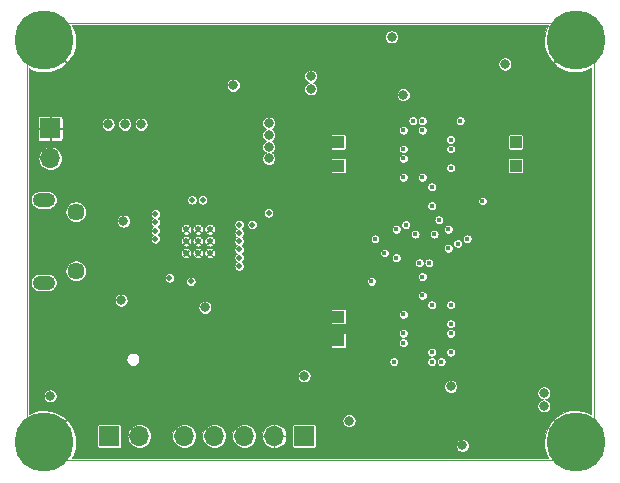
<source format=gbr>
G04 #@! TF.GenerationSoftware,KiCad,Pcbnew,(5.1.4)-1*
G04 #@! TF.CreationDate,2020-11-09T20:47:03-05:00*
G04 #@! TF.ProjectId,icepool-board,69636570-6f6f-46c2-9d62-6f6172642e6b,2020-04*
G04 #@! TF.SameCoordinates,Original*
G04 #@! TF.FileFunction,Copper,L3,Inr*
G04 #@! TF.FilePolarity,Positive*
%FSLAX46Y46*%
G04 Gerber Fmt 4.6, Leading zero omitted, Abs format (unit mm)*
G04 Created by KiCad (PCBNEW (5.1.4)-1) date 2020-11-09 20:47:03*
%MOMM*%
%LPD*%
G04 APERTURE LIST*
G04 #@! TA.AperFunction,NonConductor*
%ADD10C,0.050000*%
G04 #@! TD*
G04 #@! TA.AperFunction,ViaPad*
%ADD11R,1.000000X1.000000*%
G04 #@! TD*
G04 #@! TA.AperFunction,ViaPad*
%ADD12C,0.500000*%
G04 #@! TD*
G04 #@! TA.AperFunction,ViaPad*
%ADD13O,1.700000X1.700000*%
G04 #@! TD*
G04 #@! TA.AperFunction,ViaPad*
%ADD14R,1.700000X1.700000*%
G04 #@! TD*
G04 #@! TA.AperFunction,ViaPad*
%ADD15O,1.900000X1.200000*%
G04 #@! TD*
G04 #@! TA.AperFunction,ViaPad*
%ADD16C,1.450000*%
G04 #@! TD*
G04 #@! TA.AperFunction,ViaPad*
%ADD17C,0.800000*%
G04 #@! TD*
G04 #@! TA.AperFunction,ViaPad*
%ADD18C,5.000000*%
G04 #@! TD*
G04 #@! TA.AperFunction,ViaPad*
%ADD19C,0.450000*%
G04 #@! TD*
G04 #@! TA.AperFunction,Conductor*
%ADD20C,0.101600*%
G04 #@! TD*
G04 APERTURE END LIST*
D10*
X25500000Y-88500000D02*
X25500000Y-51500000D01*
X73500000Y-88500000D02*
X25500000Y-88500000D01*
X73500000Y-51500000D02*
X73500000Y-88500000D01*
X25500000Y-51500000D02*
X73500000Y-51500000D01*
D11*
G04 #@! TO.N,/MISO*
G04 #@! TO.C,TP6*
X51900000Y-76400000D03*
G04 #@! TD*
G04 #@! TO.N,/FIFO_0_1*
G04 #@! TO.C,TP5*
X66900000Y-63600000D03*
G04 #@! TD*
G04 #@! TO.N,/MOSI*
G04 #@! TO.C,TP4*
X51900000Y-63600000D03*
G04 #@! TD*
G04 #@! TO.N,/READY*
G04 #@! TO.C,TP3*
X51900000Y-78400000D03*
G04 #@! TD*
G04 #@! TO.N,/READY_0_1*
G04 #@! TO.C,TP2*
X66900000Y-61600000D03*
G04 #@! TD*
G04 #@! TO.N,/READY_0*
G04 #@! TO.C,TP1*
X51900000Y-61600000D03*
G04 #@! TD*
D12*
G04 #@! TO.N,GND*
G04 #@! TO.C,U3*
X39000000Y-69000000D03*
X40000000Y-69000000D03*
X41000000Y-69000000D03*
X39000000Y-70000000D03*
X40000000Y-70000000D03*
X41000000Y-70000000D03*
X39000000Y-71000000D03*
X40000000Y-71000000D03*
X41000000Y-71000000D03*
G04 #@! TD*
D13*
G04 #@! TO.N,/~RESET*
G04 #@! TO.C,J5*
X38840000Y-86500000D03*
G04 #@! TO.N,/SWD_CLK*
X41380000Y-86500000D03*
G04 #@! TO.N,/SWD_IO*
X43920000Y-86500000D03*
G04 #@! TO.N,GND*
X46460000Y-86500000D03*
D14*
G04 #@! TO.N,+3V3*
X49000000Y-86500000D03*
G04 #@! TD*
D13*
G04 #@! TO.N,/TX*
G04 #@! TO.C,J3*
X35040000Y-86500000D03*
D14*
G04 #@! TO.N,/RX*
X32500000Y-86500000D03*
G04 #@! TD*
D15*
G04 #@! TO.N,/USB_SHIELD*
G04 #@! TO.C,J2*
X26962500Y-73500000D03*
X26962500Y-66500000D03*
D16*
X29662500Y-72500000D03*
X29662500Y-67500000D03*
G04 #@! TD*
D13*
G04 #@! TO.N,VCC*
G04 #@! TO.C,J1*
X27500000Y-63000000D03*
D14*
G04 #@! TO.N,GND*
X27500000Y-60460000D03*
G04 #@! TD*
D17*
G04 #@! TO.N,GND*
G04 #@! TO.C,H4*
X28325825Y-85674175D03*
X27000000Y-85125000D03*
X25674175Y-85674175D03*
X25125000Y-87000000D03*
X25674175Y-88325825D03*
X27000000Y-88875000D03*
X28325825Y-88325825D03*
X28875000Y-87000000D03*
D18*
X27000000Y-87000000D03*
G04 #@! TD*
D17*
G04 #@! TO.N,GND*
G04 #@! TO.C,H3*
X73325825Y-85674175D03*
X72000000Y-85125000D03*
X70674175Y-85674175D03*
X70125000Y-87000000D03*
X70674175Y-88325825D03*
X72000000Y-88875000D03*
X73325825Y-88325825D03*
X73875000Y-87000000D03*
D18*
X72000000Y-87000000D03*
G04 #@! TD*
D17*
G04 #@! TO.N,GND*
G04 #@! TO.C,H2*
X73325825Y-51674175D03*
X72000000Y-51125000D03*
X70674175Y-51674175D03*
X70125000Y-53000000D03*
X70674175Y-54325825D03*
X72000000Y-54875000D03*
X73325825Y-54325825D03*
X73875000Y-53000000D03*
D18*
X72000000Y-53000000D03*
G04 #@! TD*
D17*
G04 #@! TO.N,GND*
G04 #@! TO.C,H1*
X28325825Y-51674175D03*
X27000000Y-51125000D03*
X25674175Y-51674175D03*
X25125000Y-53000000D03*
X25674175Y-54325825D03*
X27000000Y-54875000D03*
X28325825Y-54325825D03*
X28875000Y-53000000D03*
D18*
X27000000Y-53000000D03*
G04 #@! TD*
D19*
G04 #@! TO.N,/SCK*
X62800000Y-69800000D03*
D17*
G04 #@! TO.N,GND*
X32400000Y-54700000D03*
X35200000Y-54700000D03*
X33800000Y-54700000D03*
X41500000Y-61400000D03*
X41500000Y-59400000D03*
X41500000Y-60400000D03*
X53600000Y-56200000D03*
X53600000Y-54200000D03*
X53600000Y-55200000D03*
X65200000Y-85800000D03*
X65200000Y-84800000D03*
X65200000Y-83800000D03*
X27100000Y-77400000D03*
X27100000Y-78500000D03*
X31000000Y-77400000D03*
X39000000Y-79100000D03*
X53800000Y-87200000D03*
X62400000Y-86200000D03*
X59000000Y-87200000D03*
X68000000Y-86200000D03*
X59800000Y-52800000D03*
X56400000Y-53800000D03*
X50800000Y-53800000D03*
X65000000Y-52800000D03*
X44500000Y-59000000D03*
X41000000Y-63500000D03*
X36000000Y-63500000D03*
X42500000Y-64100000D03*
X49800000Y-64000000D03*
X34700000Y-66400000D03*
X31200000Y-71300000D03*
X38500000Y-59000000D03*
X34500000Y-82900000D03*
X36400000Y-77000000D03*
D19*
X59000000Y-62200000D03*
X59800000Y-62200000D03*
X59800000Y-63000000D03*
X59000000Y-63000000D03*
X59800000Y-77800000D03*
X59800000Y-77000000D03*
X59000000Y-77000000D03*
X59000000Y-77800000D03*
X59000000Y-63800000D03*
X59800000Y-76200000D03*
X59000000Y-76200000D03*
X59800000Y-63800000D03*
D17*
X66200000Y-70000000D03*
X42400000Y-74800000D03*
X37600000Y-74500000D03*
X46400000Y-84900000D03*
D12*
G04 #@! TO.N,/MISO*
X44600000Y-68600000D03*
D17*
G04 #@! TO.N,VCC*
X32400000Y-60100000D03*
X27500000Y-83100000D03*
X33700000Y-68300000D03*
X33800000Y-60100000D03*
X35200000Y-60100000D03*
X69300000Y-82850000D03*
X69300000Y-83950000D03*
X49550000Y-56050000D03*
X49550000Y-57100000D03*
X56400000Y-52700000D03*
X62400000Y-87300000D03*
G04 #@! TO.N,+3V3*
X33500000Y-75000000D03*
D19*
X54700000Y-73400001D03*
X57400000Y-77800000D03*
X61399999Y-77000000D03*
X61400000Y-77800000D03*
X59800000Y-79400000D03*
X59800000Y-75400001D03*
D17*
X46000000Y-60000000D03*
X46000000Y-61000000D03*
X46000000Y-62000000D03*
X46000000Y-63000000D03*
X40600000Y-75600000D03*
D19*
X64100000Y-66600000D03*
X61400000Y-62200000D03*
D17*
X66000000Y-55000000D03*
X52800000Y-85200000D03*
D19*
X59000000Y-64600000D03*
X57400000Y-63000000D03*
X57400000Y-62200000D03*
X59000000Y-60600000D03*
G04 #@! TO.N,/ICE40HX8K-BG121_0/VCCPLL0*
X59800000Y-65400000D03*
G04 #@! TO.N,/ICE40HX8K-BG121_0/GNDPLL0*
X59800000Y-67000000D03*
G04 #@! TO.N,/ICE40HX8K-BG121_0/VCCPLL1*
X59000000Y-59800000D03*
G04 #@! TO.N,/ICE40HX8K-BG121_1/VCCPLL0*
X59000000Y-74600000D03*
G04 #@! TO.N,/ICE40HX8K-BG121_1/GNDPLL0*
X59000000Y-73000000D03*
G04 #@! TO.N,/ICE40HX8K-BG121_1/VCCPLL1*
X59800000Y-80200000D03*
G04 #@! TO.N,/ICE40HX8K-BG121_0/VPP_2V5*
X62200000Y-59800000D03*
G04 #@! TO.N,/ICE40HX8K-BG121_1/VPP_2V5*
X56600000Y-80200000D03*
D12*
G04 #@! TO.N,/~WE*
X36400000Y-68400000D03*
D19*
X60000000Y-69400000D03*
X58400000Y-69400000D03*
D12*
G04 #@! TO.N,/MOSI*
X36400000Y-67700000D03*
X46000000Y-67600000D03*
D19*
X61200000Y-69000000D03*
X56800000Y-69000000D03*
D12*
G04 #@! TO.N,/SCK*
X36400000Y-69100000D03*
D19*
X55000000Y-69800000D03*
D12*
G04 #@! TO.N,/MISO*
X36400000Y-69800000D03*
G04 #@! TO.N,GND*
X44600000Y-69600000D03*
D17*
G04 #@! TO.N,VCC*
X43000000Y-56800000D03*
G04 #@! TO.N,+3V3*
X49000000Y-81400000D03*
D12*
G04 #@! TO.N,/RX*
X43500000Y-68600000D03*
G04 #@! TO.N,/TX*
X43500000Y-69300000D03*
D19*
G04 #@! TO.N,/ICE40HX8K-BG121_0/GNDPLL1*
X58200000Y-59800000D03*
G04 #@! TO.N,/ICE40HX8K-BG121_1/GNDPLL1*
X60600000Y-80200000D03*
D12*
G04 #@! TO.N,/READY*
X37600000Y-73100000D03*
G04 #@! TO.N,/SPI_SS_B_0*
X43500000Y-70000000D03*
D19*
X62000000Y-70200000D03*
D12*
G04 #@! TO.N,/SPI_SS_B_1*
X43500000Y-71400000D03*
D19*
X55800000Y-71000000D03*
G04 #@! TO.N,/ICE40HX8K-BG121_0/VCC0*
X61400000Y-63800000D03*
D17*
X57400000Y-57600000D03*
D19*
X57400000Y-64600000D03*
X57400000Y-60600000D03*
X61400000Y-61400000D03*
G04 #@! TO.N,/ICE40HX8K-BG121_1/VCC0*
X57400000Y-76200000D03*
X57400000Y-78600000D03*
X61400000Y-79400000D03*
X61400000Y-75400001D03*
D17*
X61400000Y-82300000D03*
D12*
G04 #@! TO.N,/~SSEL*
X39400000Y-73400000D03*
D19*
X59558690Y-71841310D03*
X58758690Y-71841310D03*
D12*
G04 #@! TO.N,/CDONE_0*
X39500002Y-66500000D03*
D19*
X60400000Y-68200000D03*
D12*
G04 #@! TO.N,/CDONE_1*
X40399978Y-66500000D03*
D19*
X57600000Y-68600000D03*
D12*
G04 #@! TO.N,/CRESET_B_0*
X43500000Y-70700000D03*
D19*
X61200000Y-70600000D03*
D12*
G04 #@! TO.N,/CRESET_B_1*
X43500000Y-72100000D03*
D19*
X56800000Y-71400000D03*
G04 #@! TD*
D20*
G04 #@! TO.N,GND*
G36*
X69522704Y-51885919D02*
G01*
X69352958Y-52390623D01*
X69284936Y-52918745D01*
X69321253Y-53449989D01*
X69460513Y-53963940D01*
X69697363Y-54440847D01*
X69787650Y-54575971D01*
X70097346Y-54866733D01*
X71964079Y-53000000D01*
X71949937Y-52985858D01*
X71985858Y-52949937D01*
X72000000Y-52964079D01*
X72014143Y-52949937D01*
X72050064Y-52985858D01*
X72035921Y-53000000D01*
X72050064Y-53014143D01*
X72014143Y-53050064D01*
X72000000Y-53035921D01*
X70133267Y-54902654D01*
X70424029Y-55212350D01*
X70885919Y-55477296D01*
X71390623Y-55647042D01*
X71918745Y-55715064D01*
X72449989Y-55678747D01*
X72963940Y-55539487D01*
X73322600Y-55361363D01*
X73322601Y-84642314D01*
X73114081Y-84522704D01*
X72609377Y-84352958D01*
X72081255Y-84284936D01*
X71550011Y-84321253D01*
X71036060Y-84460513D01*
X70559153Y-84697363D01*
X70424029Y-84787650D01*
X70133267Y-85097346D01*
X72000000Y-86964079D01*
X72014143Y-86949937D01*
X72050064Y-86985858D01*
X72035921Y-87000000D01*
X72050064Y-87014143D01*
X72014143Y-87050064D01*
X72000000Y-87035921D01*
X71985858Y-87050064D01*
X71949937Y-87014143D01*
X71964079Y-87000000D01*
X70097346Y-85133267D01*
X69787650Y-85424029D01*
X69522704Y-85885919D01*
X69352958Y-86390623D01*
X69284936Y-86918745D01*
X69321253Y-87449989D01*
X69460513Y-87963940D01*
X69638637Y-88322600D01*
X29357687Y-88322600D01*
X29477296Y-88114081D01*
X29647042Y-87609377D01*
X29715064Y-87081255D01*
X29678747Y-86550011D01*
X29539487Y-86036060D01*
X29347756Y-85650000D01*
X31496863Y-85650000D01*
X31496863Y-87350000D01*
X31499805Y-87379876D01*
X31508520Y-87408603D01*
X31522671Y-87435078D01*
X31541716Y-87458284D01*
X31564922Y-87477329D01*
X31591397Y-87491480D01*
X31620124Y-87500195D01*
X31650000Y-87503137D01*
X33350000Y-87503137D01*
X33379876Y-87500195D01*
X33408603Y-87491480D01*
X33435078Y-87477329D01*
X33458284Y-87458284D01*
X33477329Y-87435078D01*
X33491480Y-87408603D01*
X33500195Y-87379876D01*
X33503137Y-87350000D01*
X33503137Y-86500000D01*
X34032750Y-86500000D01*
X34052104Y-86696505D01*
X34109422Y-86885458D01*
X34202502Y-87059598D01*
X34327767Y-87212233D01*
X34480402Y-87337498D01*
X34654542Y-87430578D01*
X34843495Y-87487896D01*
X34990757Y-87502400D01*
X35089243Y-87502400D01*
X35236505Y-87487896D01*
X35425458Y-87430578D01*
X35599598Y-87337498D01*
X35752233Y-87212233D01*
X35877498Y-87059598D01*
X35970578Y-86885458D01*
X36027896Y-86696505D01*
X36047250Y-86500000D01*
X37832750Y-86500000D01*
X37852104Y-86696505D01*
X37909422Y-86885458D01*
X38002502Y-87059598D01*
X38127767Y-87212233D01*
X38280402Y-87337498D01*
X38454542Y-87430578D01*
X38643495Y-87487896D01*
X38790757Y-87502400D01*
X38889243Y-87502400D01*
X39036505Y-87487896D01*
X39225458Y-87430578D01*
X39399598Y-87337498D01*
X39552233Y-87212233D01*
X39677498Y-87059598D01*
X39770578Y-86885458D01*
X39827896Y-86696505D01*
X39847250Y-86500000D01*
X40372750Y-86500000D01*
X40392104Y-86696505D01*
X40449422Y-86885458D01*
X40542502Y-87059598D01*
X40667767Y-87212233D01*
X40820402Y-87337498D01*
X40994542Y-87430578D01*
X41183495Y-87487896D01*
X41330757Y-87502400D01*
X41429243Y-87502400D01*
X41576505Y-87487896D01*
X41765458Y-87430578D01*
X41939598Y-87337498D01*
X42092233Y-87212233D01*
X42217498Y-87059598D01*
X42310578Y-86885458D01*
X42367896Y-86696505D01*
X42387250Y-86500000D01*
X42912750Y-86500000D01*
X42932104Y-86696505D01*
X42989422Y-86885458D01*
X43082502Y-87059598D01*
X43207767Y-87212233D01*
X43360402Y-87337498D01*
X43534542Y-87430578D01*
X43723495Y-87487896D01*
X43870757Y-87502400D01*
X43969243Y-87502400D01*
X44116505Y-87487896D01*
X44305458Y-87430578D01*
X44479598Y-87337498D01*
X44632233Y-87212233D01*
X44757498Y-87059598D01*
X44850578Y-86885458D01*
X44907896Y-86696505D01*
X44908556Y-86689796D01*
X45424041Y-86689796D01*
X45480974Y-86888255D01*
X45575531Y-87071793D01*
X45704077Y-87233357D01*
X45861673Y-87366739D01*
X46042262Y-87466813D01*
X46238905Y-87529733D01*
X46270204Y-87535958D01*
X46434600Y-87502078D01*
X46434600Y-86525400D01*
X46485400Y-86525400D01*
X46485400Y-87502078D01*
X46649796Y-87535958D01*
X46681095Y-87529733D01*
X46877738Y-87466813D01*
X47058327Y-87366739D01*
X47215923Y-87233357D01*
X47344469Y-87071793D01*
X47439026Y-86888255D01*
X47495959Y-86689796D01*
X47462095Y-86525400D01*
X46485400Y-86525400D01*
X46434600Y-86525400D01*
X45457905Y-86525400D01*
X45424041Y-86689796D01*
X44908556Y-86689796D01*
X44927250Y-86500000D01*
X44908557Y-86310204D01*
X45424041Y-86310204D01*
X45457905Y-86474600D01*
X46434600Y-86474600D01*
X46434600Y-85497922D01*
X46485400Y-85497922D01*
X46485400Y-86474600D01*
X47462095Y-86474600D01*
X47495959Y-86310204D01*
X47439026Y-86111745D01*
X47344469Y-85928207D01*
X47215923Y-85766643D01*
X47078105Y-85650000D01*
X47996863Y-85650000D01*
X47996863Y-87350000D01*
X47999805Y-87379876D01*
X48008520Y-87408603D01*
X48022671Y-87435078D01*
X48041716Y-87458284D01*
X48064922Y-87477329D01*
X48091397Y-87491480D01*
X48120124Y-87500195D01*
X48150000Y-87503137D01*
X49850000Y-87503137D01*
X49879876Y-87500195D01*
X49908603Y-87491480D01*
X49935078Y-87477329D01*
X49958284Y-87458284D01*
X49977329Y-87435078D01*
X49991480Y-87408603D01*
X50000195Y-87379876D01*
X50003137Y-87350000D01*
X50003137Y-87245593D01*
X61847600Y-87245593D01*
X61847600Y-87354407D01*
X61868828Y-87461129D01*
X61910469Y-87561660D01*
X61970923Y-87652135D01*
X62047865Y-87729077D01*
X62138340Y-87789531D01*
X62238871Y-87831172D01*
X62345593Y-87852400D01*
X62454407Y-87852400D01*
X62561129Y-87831172D01*
X62661660Y-87789531D01*
X62752135Y-87729077D01*
X62829077Y-87652135D01*
X62889531Y-87561660D01*
X62931172Y-87461129D01*
X62952400Y-87354407D01*
X62952400Y-87245593D01*
X62931172Y-87138871D01*
X62889531Y-87038340D01*
X62829077Y-86947865D01*
X62752135Y-86870923D01*
X62661660Y-86810469D01*
X62561129Y-86768828D01*
X62454407Y-86747600D01*
X62345593Y-86747600D01*
X62238871Y-86768828D01*
X62138340Y-86810469D01*
X62047865Y-86870923D01*
X61970923Y-86947865D01*
X61910469Y-87038340D01*
X61868828Y-87138871D01*
X61847600Y-87245593D01*
X50003137Y-87245593D01*
X50003137Y-85650000D01*
X50000195Y-85620124D01*
X49991480Y-85591397D01*
X49977329Y-85564922D01*
X49958284Y-85541716D01*
X49935078Y-85522671D01*
X49908603Y-85508520D01*
X49879876Y-85499805D01*
X49850000Y-85496863D01*
X48150000Y-85496863D01*
X48120124Y-85499805D01*
X48091397Y-85508520D01*
X48064922Y-85522671D01*
X48041716Y-85541716D01*
X48022671Y-85564922D01*
X48008520Y-85591397D01*
X47999805Y-85620124D01*
X47996863Y-85650000D01*
X47078105Y-85650000D01*
X47058327Y-85633261D01*
X46877738Y-85533187D01*
X46681095Y-85470267D01*
X46649796Y-85464042D01*
X46485400Y-85497922D01*
X46434600Y-85497922D01*
X46270204Y-85464042D01*
X46238905Y-85470267D01*
X46042262Y-85533187D01*
X45861673Y-85633261D01*
X45704077Y-85766643D01*
X45575531Y-85928207D01*
X45480974Y-86111745D01*
X45424041Y-86310204D01*
X44908557Y-86310204D01*
X44907896Y-86303495D01*
X44850578Y-86114542D01*
X44757498Y-85940402D01*
X44632233Y-85787767D01*
X44479598Y-85662502D01*
X44305458Y-85569422D01*
X44116505Y-85512104D01*
X43969243Y-85497600D01*
X43870757Y-85497600D01*
X43723495Y-85512104D01*
X43534542Y-85569422D01*
X43360402Y-85662502D01*
X43207767Y-85787767D01*
X43082502Y-85940402D01*
X42989422Y-86114542D01*
X42932104Y-86303495D01*
X42912750Y-86500000D01*
X42387250Y-86500000D01*
X42367896Y-86303495D01*
X42310578Y-86114542D01*
X42217498Y-85940402D01*
X42092233Y-85787767D01*
X41939598Y-85662502D01*
X41765458Y-85569422D01*
X41576505Y-85512104D01*
X41429243Y-85497600D01*
X41330757Y-85497600D01*
X41183495Y-85512104D01*
X40994542Y-85569422D01*
X40820402Y-85662502D01*
X40667767Y-85787767D01*
X40542502Y-85940402D01*
X40449422Y-86114542D01*
X40392104Y-86303495D01*
X40372750Y-86500000D01*
X39847250Y-86500000D01*
X39827896Y-86303495D01*
X39770578Y-86114542D01*
X39677498Y-85940402D01*
X39552233Y-85787767D01*
X39399598Y-85662502D01*
X39225458Y-85569422D01*
X39036505Y-85512104D01*
X38889243Y-85497600D01*
X38790757Y-85497600D01*
X38643495Y-85512104D01*
X38454542Y-85569422D01*
X38280402Y-85662502D01*
X38127767Y-85787767D01*
X38002502Y-85940402D01*
X37909422Y-86114542D01*
X37852104Y-86303495D01*
X37832750Y-86500000D01*
X36047250Y-86500000D01*
X36027896Y-86303495D01*
X35970578Y-86114542D01*
X35877498Y-85940402D01*
X35752233Y-85787767D01*
X35599598Y-85662502D01*
X35425458Y-85569422D01*
X35236505Y-85512104D01*
X35089243Y-85497600D01*
X34990757Y-85497600D01*
X34843495Y-85512104D01*
X34654542Y-85569422D01*
X34480402Y-85662502D01*
X34327767Y-85787767D01*
X34202502Y-85940402D01*
X34109422Y-86114542D01*
X34052104Y-86303495D01*
X34032750Y-86500000D01*
X33503137Y-86500000D01*
X33503137Y-85650000D01*
X33500195Y-85620124D01*
X33491480Y-85591397D01*
X33477329Y-85564922D01*
X33458284Y-85541716D01*
X33435078Y-85522671D01*
X33408603Y-85508520D01*
X33379876Y-85499805D01*
X33350000Y-85496863D01*
X31650000Y-85496863D01*
X31620124Y-85499805D01*
X31591397Y-85508520D01*
X31564922Y-85522671D01*
X31541716Y-85541716D01*
X31522671Y-85564922D01*
X31508520Y-85591397D01*
X31499805Y-85620124D01*
X31496863Y-85650000D01*
X29347756Y-85650000D01*
X29302637Y-85559153D01*
X29212350Y-85424029D01*
X28915783Y-85145593D01*
X52247600Y-85145593D01*
X52247600Y-85254407D01*
X52268828Y-85361129D01*
X52310469Y-85461660D01*
X52370923Y-85552135D01*
X52447865Y-85629077D01*
X52538340Y-85689531D01*
X52638871Y-85731172D01*
X52745593Y-85752400D01*
X52854407Y-85752400D01*
X52961129Y-85731172D01*
X53061660Y-85689531D01*
X53152135Y-85629077D01*
X53229077Y-85552135D01*
X53289531Y-85461660D01*
X53331172Y-85361129D01*
X53352400Y-85254407D01*
X53352400Y-85145593D01*
X53331172Y-85038871D01*
X53289531Y-84938340D01*
X53229077Y-84847865D01*
X53152135Y-84770923D01*
X53061660Y-84710469D01*
X52961129Y-84668828D01*
X52854407Y-84647600D01*
X52745593Y-84647600D01*
X52638871Y-84668828D01*
X52538340Y-84710469D01*
X52447865Y-84770923D01*
X52370923Y-84847865D01*
X52310469Y-84938340D01*
X52268828Y-85038871D01*
X52247600Y-85145593D01*
X28915783Y-85145593D01*
X28902654Y-85133267D01*
X27035921Y-87000000D01*
X27050064Y-87014143D01*
X27014143Y-87050064D01*
X27000000Y-87035921D01*
X26985858Y-87050064D01*
X26949937Y-87014143D01*
X26964079Y-87000000D01*
X26949937Y-86985858D01*
X26985858Y-86949937D01*
X27000000Y-86964079D01*
X28866733Y-85097346D01*
X28575971Y-84787650D01*
X28114081Y-84522704D01*
X27609377Y-84352958D01*
X27081255Y-84284936D01*
X26550011Y-84321253D01*
X26036060Y-84460513D01*
X25677400Y-84638637D01*
X25677400Y-83045593D01*
X26947600Y-83045593D01*
X26947600Y-83154407D01*
X26968828Y-83261129D01*
X27010469Y-83361660D01*
X27070923Y-83452135D01*
X27147865Y-83529077D01*
X27238340Y-83589531D01*
X27338871Y-83631172D01*
X27445593Y-83652400D01*
X27554407Y-83652400D01*
X27661129Y-83631172D01*
X27761660Y-83589531D01*
X27852135Y-83529077D01*
X27929077Y-83452135D01*
X27989531Y-83361660D01*
X28031172Y-83261129D01*
X28052400Y-83154407D01*
X28052400Y-83045593D01*
X28031172Y-82938871D01*
X27989531Y-82838340D01*
X27929077Y-82747865D01*
X27852135Y-82670923D01*
X27761660Y-82610469D01*
X27661129Y-82568828D01*
X27554407Y-82547600D01*
X27445593Y-82547600D01*
X27338871Y-82568828D01*
X27238340Y-82610469D01*
X27147865Y-82670923D01*
X27070923Y-82747865D01*
X27010469Y-82838340D01*
X26968828Y-82938871D01*
X26947600Y-83045593D01*
X25677400Y-83045593D01*
X25677400Y-82245593D01*
X60847600Y-82245593D01*
X60847600Y-82354407D01*
X60868828Y-82461129D01*
X60910469Y-82561660D01*
X60970923Y-82652135D01*
X61047865Y-82729077D01*
X61138340Y-82789531D01*
X61238871Y-82831172D01*
X61345593Y-82852400D01*
X61454407Y-82852400D01*
X61561129Y-82831172D01*
X61647024Y-82795593D01*
X68747600Y-82795593D01*
X68747600Y-82904407D01*
X68768828Y-83011129D01*
X68810469Y-83111660D01*
X68870923Y-83202135D01*
X68947865Y-83279077D01*
X69038340Y-83339531D01*
X69138871Y-83381172D01*
X69233527Y-83400000D01*
X69138871Y-83418828D01*
X69038340Y-83460469D01*
X68947865Y-83520923D01*
X68870923Y-83597865D01*
X68810469Y-83688340D01*
X68768828Y-83788871D01*
X68747600Y-83895593D01*
X68747600Y-84004407D01*
X68768828Y-84111129D01*
X68810469Y-84211660D01*
X68870923Y-84302135D01*
X68947865Y-84379077D01*
X69038340Y-84439531D01*
X69138871Y-84481172D01*
X69245593Y-84502400D01*
X69354407Y-84502400D01*
X69461129Y-84481172D01*
X69561660Y-84439531D01*
X69652135Y-84379077D01*
X69729077Y-84302135D01*
X69789531Y-84211660D01*
X69831172Y-84111129D01*
X69852400Y-84004407D01*
X69852400Y-83895593D01*
X69831172Y-83788871D01*
X69789531Y-83688340D01*
X69729077Y-83597865D01*
X69652135Y-83520923D01*
X69561660Y-83460469D01*
X69461129Y-83418828D01*
X69366473Y-83400000D01*
X69461129Y-83381172D01*
X69561660Y-83339531D01*
X69652135Y-83279077D01*
X69729077Y-83202135D01*
X69789531Y-83111660D01*
X69831172Y-83011129D01*
X69852400Y-82904407D01*
X69852400Y-82795593D01*
X69831172Y-82688871D01*
X69789531Y-82588340D01*
X69729077Y-82497865D01*
X69652135Y-82420923D01*
X69561660Y-82360469D01*
X69461129Y-82318828D01*
X69354407Y-82297600D01*
X69245593Y-82297600D01*
X69138871Y-82318828D01*
X69038340Y-82360469D01*
X68947865Y-82420923D01*
X68870923Y-82497865D01*
X68810469Y-82588340D01*
X68768828Y-82688871D01*
X68747600Y-82795593D01*
X61647024Y-82795593D01*
X61661660Y-82789531D01*
X61752135Y-82729077D01*
X61829077Y-82652135D01*
X61889531Y-82561660D01*
X61931172Y-82461129D01*
X61952400Y-82354407D01*
X61952400Y-82245593D01*
X61931172Y-82138871D01*
X61889531Y-82038340D01*
X61829077Y-81947865D01*
X61752135Y-81870923D01*
X61661660Y-81810469D01*
X61561129Y-81768828D01*
X61454407Y-81747600D01*
X61345593Y-81747600D01*
X61238871Y-81768828D01*
X61138340Y-81810469D01*
X61047865Y-81870923D01*
X60970923Y-81947865D01*
X60910469Y-82038340D01*
X60868828Y-82138871D01*
X60847600Y-82245593D01*
X25677400Y-82245593D01*
X25677400Y-81345593D01*
X48447600Y-81345593D01*
X48447600Y-81454407D01*
X48468828Y-81561129D01*
X48510469Y-81661660D01*
X48570923Y-81752135D01*
X48647865Y-81829077D01*
X48738340Y-81889531D01*
X48838871Y-81931172D01*
X48945593Y-81952400D01*
X49054407Y-81952400D01*
X49161129Y-81931172D01*
X49261660Y-81889531D01*
X49352135Y-81829077D01*
X49429077Y-81752135D01*
X49489531Y-81661660D01*
X49531172Y-81561129D01*
X49552400Y-81454407D01*
X49552400Y-81345593D01*
X49531172Y-81238871D01*
X49489531Y-81138340D01*
X49429077Y-81047865D01*
X49352135Y-80970923D01*
X49261660Y-80910469D01*
X49161129Y-80868828D01*
X49054407Y-80847600D01*
X48945593Y-80847600D01*
X48838871Y-80868828D01*
X48738340Y-80910469D01*
X48647865Y-80970923D01*
X48570923Y-81047865D01*
X48510469Y-81138340D01*
X48468828Y-81238871D01*
X48447600Y-81345593D01*
X25677400Y-81345593D01*
X25677400Y-79945593D01*
X33947600Y-79945593D01*
X33947600Y-80054407D01*
X33968828Y-80161129D01*
X34010469Y-80261660D01*
X34070923Y-80352135D01*
X34147865Y-80429077D01*
X34238340Y-80489531D01*
X34338871Y-80531172D01*
X34445593Y-80552400D01*
X34554407Y-80552400D01*
X34661129Y-80531172D01*
X34761660Y-80489531D01*
X34852135Y-80429077D01*
X34929077Y-80352135D01*
X34989531Y-80261660D01*
X35030467Y-80162829D01*
X56222600Y-80162829D01*
X56222600Y-80237171D01*
X56237103Y-80310083D01*
X56265553Y-80378766D01*
X56306854Y-80440578D01*
X56359422Y-80493146D01*
X56421234Y-80534447D01*
X56489917Y-80562897D01*
X56562829Y-80577400D01*
X56637171Y-80577400D01*
X56710083Y-80562897D01*
X56778766Y-80534447D01*
X56840578Y-80493146D01*
X56893146Y-80440578D01*
X56934447Y-80378766D01*
X56962897Y-80310083D01*
X56977400Y-80237171D01*
X56977400Y-80162829D01*
X59422600Y-80162829D01*
X59422600Y-80237171D01*
X59437103Y-80310083D01*
X59465553Y-80378766D01*
X59506854Y-80440578D01*
X59559422Y-80493146D01*
X59621234Y-80534447D01*
X59689917Y-80562897D01*
X59762829Y-80577400D01*
X59837171Y-80577400D01*
X59910083Y-80562897D01*
X59978766Y-80534447D01*
X60040578Y-80493146D01*
X60093146Y-80440578D01*
X60134447Y-80378766D01*
X60162897Y-80310083D01*
X60177400Y-80237171D01*
X60177400Y-80162829D01*
X60222600Y-80162829D01*
X60222600Y-80237171D01*
X60237103Y-80310083D01*
X60265553Y-80378766D01*
X60306854Y-80440578D01*
X60359422Y-80493146D01*
X60421234Y-80534447D01*
X60489917Y-80562897D01*
X60562829Y-80577400D01*
X60637171Y-80577400D01*
X60710083Y-80562897D01*
X60778766Y-80534447D01*
X60840578Y-80493146D01*
X60893146Y-80440578D01*
X60934447Y-80378766D01*
X60962897Y-80310083D01*
X60977400Y-80237171D01*
X60977400Y-80162829D01*
X60962897Y-80089917D01*
X60934447Y-80021234D01*
X60893146Y-79959422D01*
X60840578Y-79906854D01*
X60778766Y-79865553D01*
X60710083Y-79837103D01*
X60637171Y-79822600D01*
X60562829Y-79822600D01*
X60489917Y-79837103D01*
X60421234Y-79865553D01*
X60359422Y-79906854D01*
X60306854Y-79959422D01*
X60265553Y-80021234D01*
X60237103Y-80089917D01*
X60222600Y-80162829D01*
X60177400Y-80162829D01*
X60162897Y-80089917D01*
X60134447Y-80021234D01*
X60093146Y-79959422D01*
X60040578Y-79906854D01*
X59978766Y-79865553D01*
X59910083Y-79837103D01*
X59837171Y-79822600D01*
X59762829Y-79822600D01*
X59689917Y-79837103D01*
X59621234Y-79865553D01*
X59559422Y-79906854D01*
X59506854Y-79959422D01*
X59465553Y-80021234D01*
X59437103Y-80089917D01*
X59422600Y-80162829D01*
X56977400Y-80162829D01*
X56962897Y-80089917D01*
X56934447Y-80021234D01*
X56893146Y-79959422D01*
X56840578Y-79906854D01*
X56778766Y-79865553D01*
X56710083Y-79837103D01*
X56637171Y-79822600D01*
X56562829Y-79822600D01*
X56489917Y-79837103D01*
X56421234Y-79865553D01*
X56359422Y-79906854D01*
X56306854Y-79959422D01*
X56265553Y-80021234D01*
X56237103Y-80089917D01*
X56222600Y-80162829D01*
X35030467Y-80162829D01*
X35031172Y-80161129D01*
X35052400Y-80054407D01*
X35052400Y-79945593D01*
X35031172Y-79838871D01*
X34989531Y-79738340D01*
X34929077Y-79647865D01*
X34852135Y-79570923D01*
X34761660Y-79510469D01*
X34661129Y-79468828D01*
X34554407Y-79447600D01*
X34445593Y-79447600D01*
X34338871Y-79468828D01*
X34238340Y-79510469D01*
X34147865Y-79570923D01*
X34070923Y-79647865D01*
X34010469Y-79738340D01*
X33968828Y-79838871D01*
X33947600Y-79945593D01*
X25677400Y-79945593D01*
X25677400Y-79362829D01*
X59422600Y-79362829D01*
X59422600Y-79437171D01*
X59437103Y-79510083D01*
X59465553Y-79578766D01*
X59506854Y-79640578D01*
X59559422Y-79693146D01*
X59621234Y-79734447D01*
X59689917Y-79762897D01*
X59762829Y-79777400D01*
X59837171Y-79777400D01*
X59910083Y-79762897D01*
X59978766Y-79734447D01*
X60040578Y-79693146D01*
X60093146Y-79640578D01*
X60134447Y-79578766D01*
X60162897Y-79510083D01*
X60177400Y-79437171D01*
X60177400Y-79362829D01*
X61022600Y-79362829D01*
X61022600Y-79437171D01*
X61037103Y-79510083D01*
X61065553Y-79578766D01*
X61106854Y-79640578D01*
X61159422Y-79693146D01*
X61221234Y-79734447D01*
X61289917Y-79762897D01*
X61362829Y-79777400D01*
X61437171Y-79777400D01*
X61510083Y-79762897D01*
X61578766Y-79734447D01*
X61640578Y-79693146D01*
X61693146Y-79640578D01*
X61734447Y-79578766D01*
X61762897Y-79510083D01*
X61777400Y-79437171D01*
X61777400Y-79362829D01*
X61762897Y-79289917D01*
X61734447Y-79221234D01*
X61693146Y-79159422D01*
X61640578Y-79106854D01*
X61578766Y-79065553D01*
X61510083Y-79037103D01*
X61437171Y-79022600D01*
X61362829Y-79022600D01*
X61289917Y-79037103D01*
X61221234Y-79065553D01*
X61159422Y-79106854D01*
X61106854Y-79159422D01*
X61065553Y-79221234D01*
X61037103Y-79289917D01*
X61022600Y-79362829D01*
X60177400Y-79362829D01*
X60162897Y-79289917D01*
X60134447Y-79221234D01*
X60093146Y-79159422D01*
X60040578Y-79106854D01*
X59978766Y-79065553D01*
X59910083Y-79037103D01*
X59837171Y-79022600D01*
X59762829Y-79022600D01*
X59689917Y-79037103D01*
X59621234Y-79065553D01*
X59559422Y-79106854D01*
X59506854Y-79159422D01*
X59465553Y-79221234D01*
X59437103Y-79289917D01*
X59422600Y-79362829D01*
X25677400Y-79362829D01*
X25677400Y-77900000D01*
X51246863Y-77900000D01*
X51246863Y-78900000D01*
X51249805Y-78929876D01*
X51258520Y-78958603D01*
X51272671Y-78985078D01*
X51291716Y-79008284D01*
X51314922Y-79027329D01*
X51341397Y-79041480D01*
X51370124Y-79050195D01*
X51400000Y-79053137D01*
X52400000Y-79053137D01*
X52429876Y-79050195D01*
X52458603Y-79041480D01*
X52485078Y-79027329D01*
X52508284Y-79008284D01*
X52527329Y-78985078D01*
X52541480Y-78958603D01*
X52550195Y-78929876D01*
X52553137Y-78900000D01*
X52553137Y-78562829D01*
X57022600Y-78562829D01*
X57022600Y-78637171D01*
X57037103Y-78710083D01*
X57065553Y-78778766D01*
X57106854Y-78840578D01*
X57159422Y-78893146D01*
X57221234Y-78934447D01*
X57289917Y-78962897D01*
X57362829Y-78977400D01*
X57437171Y-78977400D01*
X57510083Y-78962897D01*
X57578766Y-78934447D01*
X57640578Y-78893146D01*
X57693146Y-78840578D01*
X57734447Y-78778766D01*
X57762897Y-78710083D01*
X57777400Y-78637171D01*
X57777400Y-78562829D01*
X57762897Y-78489917D01*
X57734447Y-78421234D01*
X57693146Y-78359422D01*
X57640578Y-78306854D01*
X57578766Y-78265553D01*
X57510083Y-78237103D01*
X57437171Y-78222600D01*
X57362829Y-78222600D01*
X57289917Y-78237103D01*
X57221234Y-78265553D01*
X57159422Y-78306854D01*
X57106854Y-78359422D01*
X57065553Y-78421234D01*
X57037103Y-78489917D01*
X57022600Y-78562829D01*
X52553137Y-78562829D01*
X52553137Y-77900000D01*
X52550195Y-77870124D01*
X52541480Y-77841397D01*
X52527329Y-77814922D01*
X52508284Y-77791716D01*
X52485078Y-77772671D01*
X52466665Y-77762829D01*
X57022600Y-77762829D01*
X57022600Y-77837171D01*
X57037103Y-77910083D01*
X57065553Y-77978766D01*
X57106854Y-78040578D01*
X57159422Y-78093146D01*
X57221234Y-78134447D01*
X57289917Y-78162897D01*
X57362829Y-78177400D01*
X57437171Y-78177400D01*
X57510083Y-78162897D01*
X57578766Y-78134447D01*
X57640578Y-78093146D01*
X57693146Y-78040578D01*
X57734447Y-77978766D01*
X57762897Y-77910083D01*
X57777400Y-77837171D01*
X57777400Y-77762829D01*
X61022600Y-77762829D01*
X61022600Y-77837171D01*
X61037103Y-77910083D01*
X61065553Y-77978766D01*
X61106854Y-78040578D01*
X61159422Y-78093146D01*
X61221234Y-78134447D01*
X61289917Y-78162897D01*
X61362829Y-78177400D01*
X61437171Y-78177400D01*
X61510083Y-78162897D01*
X61578766Y-78134447D01*
X61640578Y-78093146D01*
X61693146Y-78040578D01*
X61734447Y-77978766D01*
X61762897Y-77910083D01*
X61777400Y-77837171D01*
X61777400Y-77762829D01*
X61762897Y-77689917D01*
X61734447Y-77621234D01*
X61693146Y-77559422D01*
X61640578Y-77506854D01*
X61578766Y-77465553D01*
X61510083Y-77437103D01*
X61437171Y-77422600D01*
X61362829Y-77422600D01*
X61289917Y-77437103D01*
X61221234Y-77465553D01*
X61159422Y-77506854D01*
X61106854Y-77559422D01*
X61065553Y-77621234D01*
X61037103Y-77689917D01*
X61022600Y-77762829D01*
X57777400Y-77762829D01*
X57762897Y-77689917D01*
X57734447Y-77621234D01*
X57693146Y-77559422D01*
X57640578Y-77506854D01*
X57578766Y-77465553D01*
X57510083Y-77437103D01*
X57437171Y-77422600D01*
X57362829Y-77422600D01*
X57289917Y-77437103D01*
X57221234Y-77465553D01*
X57159422Y-77506854D01*
X57106854Y-77559422D01*
X57065553Y-77621234D01*
X57037103Y-77689917D01*
X57022600Y-77762829D01*
X52466665Y-77762829D01*
X52458603Y-77758520D01*
X52429876Y-77749805D01*
X52400000Y-77746863D01*
X51400000Y-77746863D01*
X51370124Y-77749805D01*
X51341397Y-77758520D01*
X51314922Y-77772671D01*
X51291716Y-77791716D01*
X51272671Y-77814922D01*
X51258520Y-77841397D01*
X51249805Y-77870124D01*
X51246863Y-77900000D01*
X25677400Y-77900000D01*
X25677400Y-74945593D01*
X32947600Y-74945593D01*
X32947600Y-75054407D01*
X32968828Y-75161129D01*
X33010469Y-75261660D01*
X33070923Y-75352135D01*
X33147865Y-75429077D01*
X33238340Y-75489531D01*
X33338871Y-75531172D01*
X33445593Y-75552400D01*
X33554407Y-75552400D01*
X33588628Y-75545593D01*
X40047600Y-75545593D01*
X40047600Y-75654407D01*
X40068828Y-75761129D01*
X40110469Y-75861660D01*
X40170923Y-75952135D01*
X40247865Y-76029077D01*
X40338340Y-76089531D01*
X40438871Y-76131172D01*
X40545593Y-76152400D01*
X40654407Y-76152400D01*
X40761129Y-76131172D01*
X40861660Y-76089531D01*
X40952135Y-76029077D01*
X41029077Y-75952135D01*
X41063912Y-75900000D01*
X51246863Y-75900000D01*
X51246863Y-76900000D01*
X51249805Y-76929876D01*
X51258520Y-76958603D01*
X51272671Y-76985078D01*
X51291716Y-77008284D01*
X51314922Y-77027329D01*
X51341397Y-77041480D01*
X51370124Y-77050195D01*
X51400000Y-77053137D01*
X52400000Y-77053137D01*
X52429876Y-77050195D01*
X52458603Y-77041480D01*
X52485078Y-77027329D01*
X52508284Y-77008284D01*
X52527329Y-76985078D01*
X52539221Y-76962829D01*
X61022599Y-76962829D01*
X61022599Y-77037171D01*
X61037102Y-77110083D01*
X61065552Y-77178766D01*
X61106853Y-77240578D01*
X61159421Y-77293146D01*
X61221233Y-77334447D01*
X61289916Y-77362897D01*
X61362828Y-77377400D01*
X61437170Y-77377400D01*
X61510082Y-77362897D01*
X61578765Y-77334447D01*
X61640577Y-77293146D01*
X61693145Y-77240578D01*
X61734446Y-77178766D01*
X61762896Y-77110083D01*
X61777399Y-77037171D01*
X61777399Y-76962829D01*
X61762896Y-76889917D01*
X61734446Y-76821234D01*
X61693145Y-76759422D01*
X61640577Y-76706854D01*
X61578765Y-76665553D01*
X61510082Y-76637103D01*
X61437170Y-76622600D01*
X61362828Y-76622600D01*
X61289916Y-76637103D01*
X61221233Y-76665553D01*
X61159421Y-76706854D01*
X61106853Y-76759422D01*
X61065552Y-76821234D01*
X61037102Y-76889917D01*
X61022599Y-76962829D01*
X52539221Y-76962829D01*
X52541480Y-76958603D01*
X52550195Y-76929876D01*
X52553137Y-76900000D01*
X52553137Y-76162829D01*
X57022600Y-76162829D01*
X57022600Y-76237171D01*
X57037103Y-76310083D01*
X57065553Y-76378766D01*
X57106854Y-76440578D01*
X57159422Y-76493146D01*
X57221234Y-76534447D01*
X57289917Y-76562897D01*
X57362829Y-76577400D01*
X57437171Y-76577400D01*
X57510083Y-76562897D01*
X57578766Y-76534447D01*
X57640578Y-76493146D01*
X57693146Y-76440578D01*
X57734447Y-76378766D01*
X57762897Y-76310083D01*
X57777400Y-76237171D01*
X57777400Y-76162829D01*
X57762897Y-76089917D01*
X57734447Y-76021234D01*
X57693146Y-75959422D01*
X57640578Y-75906854D01*
X57578766Y-75865553D01*
X57510083Y-75837103D01*
X57437171Y-75822600D01*
X57362829Y-75822600D01*
X57289917Y-75837103D01*
X57221234Y-75865553D01*
X57159422Y-75906854D01*
X57106854Y-75959422D01*
X57065553Y-76021234D01*
X57037103Y-76089917D01*
X57022600Y-76162829D01*
X52553137Y-76162829D01*
X52553137Y-75900000D01*
X52550195Y-75870124D01*
X52541480Y-75841397D01*
X52527329Y-75814922D01*
X52508284Y-75791716D01*
X52485078Y-75772671D01*
X52458603Y-75758520D01*
X52429876Y-75749805D01*
X52400000Y-75746863D01*
X51400000Y-75746863D01*
X51370124Y-75749805D01*
X51341397Y-75758520D01*
X51314922Y-75772671D01*
X51291716Y-75791716D01*
X51272671Y-75814922D01*
X51258520Y-75841397D01*
X51249805Y-75870124D01*
X51246863Y-75900000D01*
X41063912Y-75900000D01*
X41089531Y-75861660D01*
X41131172Y-75761129D01*
X41152400Y-75654407D01*
X41152400Y-75545593D01*
X41131172Y-75438871D01*
X41099676Y-75362830D01*
X59422600Y-75362830D01*
X59422600Y-75437172D01*
X59437103Y-75510084D01*
X59465553Y-75578767D01*
X59506854Y-75640579D01*
X59559422Y-75693147D01*
X59621234Y-75734448D01*
X59689917Y-75762898D01*
X59762829Y-75777401D01*
X59837171Y-75777401D01*
X59910083Y-75762898D01*
X59978766Y-75734448D01*
X60040578Y-75693147D01*
X60093146Y-75640579D01*
X60134447Y-75578767D01*
X60162897Y-75510084D01*
X60177400Y-75437172D01*
X60177400Y-75362830D01*
X61022600Y-75362830D01*
X61022600Y-75437172D01*
X61037103Y-75510084D01*
X61065553Y-75578767D01*
X61106854Y-75640579D01*
X61159422Y-75693147D01*
X61221234Y-75734448D01*
X61289917Y-75762898D01*
X61362829Y-75777401D01*
X61437171Y-75777401D01*
X61510083Y-75762898D01*
X61578766Y-75734448D01*
X61640578Y-75693147D01*
X61693146Y-75640579D01*
X61734447Y-75578767D01*
X61762897Y-75510084D01*
X61777400Y-75437172D01*
X61777400Y-75362830D01*
X61762897Y-75289918D01*
X61734447Y-75221235D01*
X61693146Y-75159423D01*
X61640578Y-75106855D01*
X61578766Y-75065554D01*
X61510083Y-75037104D01*
X61437171Y-75022601D01*
X61362829Y-75022601D01*
X61289917Y-75037104D01*
X61221234Y-75065554D01*
X61159422Y-75106855D01*
X61106854Y-75159423D01*
X61065553Y-75221235D01*
X61037103Y-75289918D01*
X61022600Y-75362830D01*
X60177400Y-75362830D01*
X60162897Y-75289918D01*
X60134447Y-75221235D01*
X60093146Y-75159423D01*
X60040578Y-75106855D01*
X59978766Y-75065554D01*
X59910083Y-75037104D01*
X59837171Y-75022601D01*
X59762829Y-75022601D01*
X59689917Y-75037104D01*
X59621234Y-75065554D01*
X59559422Y-75106855D01*
X59506854Y-75159423D01*
X59465553Y-75221235D01*
X59437103Y-75289918D01*
X59422600Y-75362830D01*
X41099676Y-75362830D01*
X41089531Y-75338340D01*
X41029077Y-75247865D01*
X40952135Y-75170923D01*
X40861660Y-75110469D01*
X40761129Y-75068828D01*
X40654407Y-75047600D01*
X40545593Y-75047600D01*
X40438871Y-75068828D01*
X40338340Y-75110469D01*
X40247865Y-75170923D01*
X40170923Y-75247865D01*
X40110469Y-75338340D01*
X40068828Y-75438871D01*
X40047600Y-75545593D01*
X33588628Y-75545593D01*
X33661129Y-75531172D01*
X33761660Y-75489531D01*
X33852135Y-75429077D01*
X33929077Y-75352135D01*
X33989531Y-75261660D01*
X34031172Y-75161129D01*
X34052400Y-75054407D01*
X34052400Y-74945593D01*
X34031172Y-74838871D01*
X33989531Y-74738340D01*
X33929077Y-74647865D01*
X33852135Y-74570923D01*
X33840022Y-74562829D01*
X58622600Y-74562829D01*
X58622600Y-74637171D01*
X58637103Y-74710083D01*
X58665553Y-74778766D01*
X58706854Y-74840578D01*
X58759422Y-74893146D01*
X58821234Y-74934447D01*
X58889917Y-74962897D01*
X58962829Y-74977400D01*
X59037171Y-74977400D01*
X59110083Y-74962897D01*
X59178766Y-74934447D01*
X59240578Y-74893146D01*
X59293146Y-74840578D01*
X59334447Y-74778766D01*
X59362897Y-74710083D01*
X59377400Y-74637171D01*
X59377400Y-74562829D01*
X59362897Y-74489917D01*
X59334447Y-74421234D01*
X59293146Y-74359422D01*
X59240578Y-74306854D01*
X59178766Y-74265553D01*
X59110083Y-74237103D01*
X59037171Y-74222600D01*
X58962829Y-74222600D01*
X58889917Y-74237103D01*
X58821234Y-74265553D01*
X58759422Y-74306854D01*
X58706854Y-74359422D01*
X58665553Y-74421234D01*
X58637103Y-74489917D01*
X58622600Y-74562829D01*
X33840022Y-74562829D01*
X33761660Y-74510469D01*
X33661129Y-74468828D01*
X33554407Y-74447600D01*
X33445593Y-74447600D01*
X33338871Y-74468828D01*
X33238340Y-74510469D01*
X33147865Y-74570923D01*
X33070923Y-74647865D01*
X33010469Y-74738340D01*
X32968828Y-74838871D01*
X32947600Y-74945593D01*
X25677400Y-74945593D01*
X25677400Y-73500000D01*
X25856460Y-73500000D01*
X25870987Y-73647496D01*
X25914010Y-73789324D01*
X25983876Y-73920033D01*
X26077899Y-74034601D01*
X26192467Y-74128624D01*
X26323176Y-74198490D01*
X26465004Y-74241513D01*
X26575542Y-74252400D01*
X27349458Y-74252400D01*
X27459996Y-74241513D01*
X27601824Y-74198490D01*
X27732533Y-74128624D01*
X27847101Y-74034601D01*
X27941124Y-73920033D01*
X28010990Y-73789324D01*
X28054013Y-73647496D01*
X28068540Y-73500000D01*
X28054013Y-73352504D01*
X28010990Y-73210676D01*
X27941124Y-73079967D01*
X27847101Y-72965399D01*
X27732533Y-72871376D01*
X27601824Y-72801510D01*
X27459996Y-72758487D01*
X27349458Y-72747600D01*
X26575542Y-72747600D01*
X26465004Y-72758487D01*
X26323176Y-72801510D01*
X26192467Y-72871376D01*
X26077899Y-72965399D01*
X25983876Y-73079967D01*
X25914010Y-73210676D01*
X25870987Y-73352504D01*
X25856460Y-73500000D01*
X25677400Y-73500000D01*
X25677400Y-72413584D01*
X28785100Y-72413584D01*
X28785100Y-72586416D01*
X28818818Y-72755928D01*
X28884959Y-72915605D01*
X28980979Y-73059310D01*
X29103190Y-73181521D01*
X29246895Y-73277541D01*
X29406572Y-73343682D01*
X29576084Y-73377400D01*
X29748916Y-73377400D01*
X29918428Y-73343682D01*
X30078105Y-73277541D01*
X30221810Y-73181521D01*
X30342964Y-73060367D01*
X37197600Y-73060367D01*
X37197600Y-73139633D01*
X37213064Y-73217376D01*
X37243398Y-73290608D01*
X37287436Y-73356515D01*
X37343485Y-73412564D01*
X37409392Y-73456602D01*
X37482624Y-73486936D01*
X37560367Y-73502400D01*
X37639633Y-73502400D01*
X37717376Y-73486936D01*
X37790608Y-73456602D01*
X37856515Y-73412564D01*
X37908712Y-73360367D01*
X38997600Y-73360367D01*
X38997600Y-73439633D01*
X39013064Y-73517376D01*
X39043398Y-73590608D01*
X39087436Y-73656515D01*
X39143485Y-73712564D01*
X39209392Y-73756602D01*
X39282624Y-73786936D01*
X39360367Y-73802400D01*
X39439633Y-73802400D01*
X39517376Y-73786936D01*
X39590608Y-73756602D01*
X39656515Y-73712564D01*
X39712564Y-73656515D01*
X39756602Y-73590608D01*
X39786936Y-73517376D01*
X39802400Y-73439633D01*
X39802400Y-73362830D01*
X54322600Y-73362830D01*
X54322600Y-73437172D01*
X54337103Y-73510084D01*
X54365553Y-73578767D01*
X54406854Y-73640579D01*
X54459422Y-73693147D01*
X54521234Y-73734448D01*
X54589917Y-73762898D01*
X54662829Y-73777401D01*
X54737171Y-73777401D01*
X54810083Y-73762898D01*
X54878766Y-73734448D01*
X54940578Y-73693147D01*
X54993146Y-73640579D01*
X55034447Y-73578767D01*
X55062897Y-73510084D01*
X55077400Y-73437172D01*
X55077400Y-73362830D01*
X55062897Y-73289918D01*
X55034447Y-73221235D01*
X54993146Y-73159423D01*
X54940578Y-73106855D01*
X54878766Y-73065554D01*
X54810083Y-73037104D01*
X54737171Y-73022601D01*
X54662829Y-73022601D01*
X54589917Y-73037104D01*
X54521234Y-73065554D01*
X54459422Y-73106855D01*
X54406854Y-73159423D01*
X54365553Y-73221235D01*
X54337103Y-73289918D01*
X54322600Y-73362830D01*
X39802400Y-73362830D01*
X39802400Y-73360367D01*
X39786936Y-73282624D01*
X39756602Y-73209392D01*
X39712564Y-73143485D01*
X39656515Y-73087436D01*
X39590608Y-73043398D01*
X39517376Y-73013064D01*
X39439633Y-72997600D01*
X39360367Y-72997600D01*
X39282624Y-73013064D01*
X39209392Y-73043398D01*
X39143485Y-73087436D01*
X39087436Y-73143485D01*
X39043398Y-73209392D01*
X39013064Y-73282624D01*
X38997600Y-73360367D01*
X37908712Y-73360367D01*
X37912564Y-73356515D01*
X37956602Y-73290608D01*
X37986936Y-73217376D01*
X38002400Y-73139633D01*
X38002400Y-73060367D01*
X37986936Y-72982624D01*
X37978737Y-72962829D01*
X58622600Y-72962829D01*
X58622600Y-73037171D01*
X58637103Y-73110083D01*
X58665553Y-73178766D01*
X58706854Y-73240578D01*
X58759422Y-73293146D01*
X58821234Y-73334447D01*
X58889917Y-73362897D01*
X58962829Y-73377400D01*
X59037171Y-73377400D01*
X59110083Y-73362897D01*
X59178766Y-73334447D01*
X59240578Y-73293146D01*
X59293146Y-73240578D01*
X59334447Y-73178766D01*
X59362897Y-73110083D01*
X59377400Y-73037171D01*
X59377400Y-72962829D01*
X59362897Y-72889917D01*
X59334447Y-72821234D01*
X59293146Y-72759422D01*
X59240578Y-72706854D01*
X59178766Y-72665553D01*
X59110083Y-72637103D01*
X59037171Y-72622600D01*
X58962829Y-72622600D01*
X58889917Y-72637103D01*
X58821234Y-72665553D01*
X58759422Y-72706854D01*
X58706854Y-72759422D01*
X58665553Y-72821234D01*
X58637103Y-72889917D01*
X58622600Y-72962829D01*
X37978737Y-72962829D01*
X37956602Y-72909392D01*
X37912564Y-72843485D01*
X37856515Y-72787436D01*
X37790608Y-72743398D01*
X37717376Y-72713064D01*
X37639633Y-72697600D01*
X37560367Y-72697600D01*
X37482624Y-72713064D01*
X37409392Y-72743398D01*
X37343485Y-72787436D01*
X37287436Y-72843485D01*
X37243398Y-72909392D01*
X37213064Y-72982624D01*
X37197600Y-73060367D01*
X30342964Y-73060367D01*
X30344021Y-73059310D01*
X30440041Y-72915605D01*
X30506182Y-72755928D01*
X30539900Y-72586416D01*
X30539900Y-72413584D01*
X30506182Y-72244072D01*
X30440041Y-72084395D01*
X30344021Y-71940690D01*
X30221810Y-71818479D01*
X30078105Y-71722459D01*
X29918428Y-71656318D01*
X29748916Y-71622600D01*
X29576084Y-71622600D01*
X29406572Y-71656318D01*
X29246895Y-71722459D01*
X29103190Y-71818479D01*
X28980979Y-71940690D01*
X28884959Y-72084395D01*
X28818818Y-72244072D01*
X28785100Y-72413584D01*
X25677400Y-72413584D01*
X25677400Y-71303487D01*
X38732434Y-71303487D01*
X38753293Y-71382777D01*
X38832709Y-71423552D01*
X38918555Y-71448050D01*
X39007530Y-71455331D01*
X39096216Y-71445112D01*
X39181204Y-71417789D01*
X39246707Y-71382777D01*
X39267566Y-71303487D01*
X39732434Y-71303487D01*
X39753293Y-71382777D01*
X39832709Y-71423552D01*
X39918555Y-71448050D01*
X40007530Y-71455331D01*
X40096216Y-71445112D01*
X40181204Y-71417789D01*
X40246707Y-71382777D01*
X40267566Y-71303487D01*
X40732434Y-71303487D01*
X40753293Y-71382777D01*
X40832709Y-71423552D01*
X40918555Y-71448050D01*
X41007530Y-71455331D01*
X41096216Y-71445112D01*
X41181204Y-71417789D01*
X41246707Y-71382777D01*
X41267566Y-71303487D01*
X41000000Y-71035921D01*
X40732434Y-71303487D01*
X40267566Y-71303487D01*
X40000000Y-71035921D01*
X39732434Y-71303487D01*
X39267566Y-71303487D01*
X39000000Y-71035921D01*
X38732434Y-71303487D01*
X25677400Y-71303487D01*
X25677400Y-71007530D01*
X38544669Y-71007530D01*
X38554888Y-71096216D01*
X38582211Y-71181204D01*
X38617223Y-71246707D01*
X38696513Y-71267566D01*
X38964079Y-71000000D01*
X39035921Y-71000000D01*
X39303487Y-71267566D01*
X39382777Y-71246707D01*
X39423552Y-71167291D01*
X39448050Y-71081445D01*
X39454098Y-71007530D01*
X39544669Y-71007530D01*
X39554888Y-71096216D01*
X39582211Y-71181204D01*
X39617223Y-71246707D01*
X39696513Y-71267566D01*
X39964079Y-71000000D01*
X40035921Y-71000000D01*
X40303487Y-71267566D01*
X40382777Y-71246707D01*
X40423552Y-71167291D01*
X40448050Y-71081445D01*
X40454098Y-71007530D01*
X40544669Y-71007530D01*
X40554888Y-71096216D01*
X40582211Y-71181204D01*
X40617223Y-71246707D01*
X40696513Y-71267566D01*
X40964079Y-71000000D01*
X41035921Y-71000000D01*
X41303487Y-71267566D01*
X41382777Y-71246707D01*
X41423552Y-71167291D01*
X41448050Y-71081445D01*
X41455331Y-70992470D01*
X41445112Y-70903784D01*
X41417789Y-70818796D01*
X41382777Y-70753293D01*
X41303487Y-70732434D01*
X41035921Y-71000000D01*
X40964079Y-71000000D01*
X40696513Y-70732434D01*
X40617223Y-70753293D01*
X40576448Y-70832709D01*
X40551950Y-70918555D01*
X40544669Y-71007530D01*
X40454098Y-71007530D01*
X40455331Y-70992470D01*
X40445112Y-70903784D01*
X40417789Y-70818796D01*
X40382777Y-70753293D01*
X40303487Y-70732434D01*
X40035921Y-71000000D01*
X39964079Y-71000000D01*
X39696513Y-70732434D01*
X39617223Y-70753293D01*
X39576448Y-70832709D01*
X39551950Y-70918555D01*
X39544669Y-71007530D01*
X39454098Y-71007530D01*
X39455331Y-70992470D01*
X39445112Y-70903784D01*
X39417789Y-70818796D01*
X39382777Y-70753293D01*
X39303487Y-70732434D01*
X39035921Y-71000000D01*
X38964079Y-71000000D01*
X38696513Y-70732434D01*
X38617223Y-70753293D01*
X38576448Y-70832709D01*
X38551950Y-70918555D01*
X38544669Y-71007530D01*
X25677400Y-71007530D01*
X25677400Y-70696513D01*
X38732434Y-70696513D01*
X39000000Y-70964079D01*
X39267566Y-70696513D01*
X39732434Y-70696513D01*
X40000000Y-70964079D01*
X40267566Y-70696513D01*
X40732434Y-70696513D01*
X41000000Y-70964079D01*
X41267566Y-70696513D01*
X41246707Y-70617223D01*
X41167291Y-70576448D01*
X41081445Y-70551950D01*
X40992470Y-70544669D01*
X40903784Y-70554888D01*
X40818796Y-70582211D01*
X40753293Y-70617223D01*
X40732434Y-70696513D01*
X40267566Y-70696513D01*
X40246707Y-70617223D01*
X40167291Y-70576448D01*
X40081445Y-70551950D01*
X39992470Y-70544669D01*
X39903784Y-70554888D01*
X39818796Y-70582211D01*
X39753293Y-70617223D01*
X39732434Y-70696513D01*
X39267566Y-70696513D01*
X39246707Y-70617223D01*
X39167291Y-70576448D01*
X39081445Y-70551950D01*
X38992470Y-70544669D01*
X38903784Y-70554888D01*
X38818796Y-70582211D01*
X38753293Y-70617223D01*
X38732434Y-70696513D01*
X25677400Y-70696513D01*
X25677400Y-70303487D01*
X38732434Y-70303487D01*
X38753293Y-70382777D01*
X38832709Y-70423552D01*
X38918555Y-70448050D01*
X39007530Y-70455331D01*
X39096216Y-70445112D01*
X39181204Y-70417789D01*
X39246707Y-70382777D01*
X39267566Y-70303487D01*
X39732434Y-70303487D01*
X39753293Y-70382777D01*
X39832709Y-70423552D01*
X39918555Y-70448050D01*
X40007530Y-70455331D01*
X40096216Y-70445112D01*
X40181204Y-70417789D01*
X40246707Y-70382777D01*
X40267566Y-70303487D01*
X40732434Y-70303487D01*
X40753293Y-70382777D01*
X40832709Y-70423552D01*
X40918555Y-70448050D01*
X41007530Y-70455331D01*
X41096216Y-70445112D01*
X41181204Y-70417789D01*
X41246707Y-70382777D01*
X41267566Y-70303487D01*
X41000000Y-70035921D01*
X40732434Y-70303487D01*
X40267566Y-70303487D01*
X40000000Y-70035921D01*
X39732434Y-70303487D01*
X39267566Y-70303487D01*
X39000000Y-70035921D01*
X38732434Y-70303487D01*
X25677400Y-70303487D01*
X25677400Y-67413584D01*
X28785100Y-67413584D01*
X28785100Y-67586416D01*
X28818818Y-67755928D01*
X28884959Y-67915605D01*
X28980979Y-68059310D01*
X29103190Y-68181521D01*
X29246895Y-68277541D01*
X29406572Y-68343682D01*
X29576084Y-68377400D01*
X29748916Y-68377400D01*
X29918428Y-68343682D01*
X30078105Y-68277541D01*
X30125918Y-68245593D01*
X33147600Y-68245593D01*
X33147600Y-68354407D01*
X33168828Y-68461129D01*
X33210469Y-68561660D01*
X33270923Y-68652135D01*
X33347865Y-68729077D01*
X33438340Y-68789531D01*
X33538871Y-68831172D01*
X33645593Y-68852400D01*
X33754407Y-68852400D01*
X33861129Y-68831172D01*
X33961660Y-68789531D01*
X34052135Y-68729077D01*
X34129077Y-68652135D01*
X34189531Y-68561660D01*
X34231172Y-68461129D01*
X34252400Y-68354407D01*
X34252400Y-68245593D01*
X34231172Y-68138871D01*
X34189531Y-68038340D01*
X34129077Y-67947865D01*
X34052135Y-67870923D01*
X33961660Y-67810469D01*
X33861129Y-67768828D01*
X33754407Y-67747600D01*
X33645593Y-67747600D01*
X33538871Y-67768828D01*
X33438340Y-67810469D01*
X33347865Y-67870923D01*
X33270923Y-67947865D01*
X33210469Y-68038340D01*
X33168828Y-68138871D01*
X33147600Y-68245593D01*
X30125918Y-68245593D01*
X30221810Y-68181521D01*
X30344021Y-68059310D01*
X30440041Y-67915605D01*
X30506182Y-67755928D01*
X30525190Y-67660367D01*
X35997600Y-67660367D01*
X35997600Y-67739633D01*
X36013064Y-67817376D01*
X36043398Y-67890608D01*
X36087436Y-67956515D01*
X36143485Y-68012564D01*
X36199511Y-68050000D01*
X36143485Y-68087436D01*
X36087436Y-68143485D01*
X36043398Y-68209392D01*
X36013064Y-68282624D01*
X35997600Y-68360367D01*
X35997600Y-68439633D01*
X36013064Y-68517376D01*
X36043398Y-68590608D01*
X36087436Y-68656515D01*
X36143485Y-68712564D01*
X36199511Y-68750000D01*
X36143485Y-68787436D01*
X36087436Y-68843485D01*
X36043398Y-68909392D01*
X36013064Y-68982624D01*
X35997600Y-69060367D01*
X35997600Y-69139633D01*
X36013064Y-69217376D01*
X36043398Y-69290608D01*
X36087436Y-69356515D01*
X36143485Y-69412564D01*
X36199511Y-69450000D01*
X36143485Y-69487436D01*
X36087436Y-69543485D01*
X36043398Y-69609392D01*
X36013064Y-69682624D01*
X35997600Y-69760367D01*
X35997600Y-69839633D01*
X36013064Y-69917376D01*
X36043398Y-69990608D01*
X36087436Y-70056515D01*
X36143485Y-70112564D01*
X36209392Y-70156602D01*
X36282624Y-70186936D01*
X36360367Y-70202400D01*
X36439633Y-70202400D01*
X36517376Y-70186936D01*
X36590608Y-70156602D01*
X36656515Y-70112564D01*
X36712564Y-70056515D01*
X36745294Y-70007530D01*
X38544669Y-70007530D01*
X38554888Y-70096216D01*
X38582211Y-70181204D01*
X38617223Y-70246707D01*
X38696513Y-70267566D01*
X38964079Y-70000000D01*
X39035921Y-70000000D01*
X39303487Y-70267566D01*
X39382777Y-70246707D01*
X39423552Y-70167291D01*
X39448050Y-70081445D01*
X39454098Y-70007530D01*
X39544669Y-70007530D01*
X39554888Y-70096216D01*
X39582211Y-70181204D01*
X39617223Y-70246707D01*
X39696513Y-70267566D01*
X39964079Y-70000000D01*
X40035921Y-70000000D01*
X40303487Y-70267566D01*
X40382777Y-70246707D01*
X40423552Y-70167291D01*
X40448050Y-70081445D01*
X40454098Y-70007530D01*
X40544669Y-70007530D01*
X40554888Y-70096216D01*
X40582211Y-70181204D01*
X40617223Y-70246707D01*
X40696513Y-70267566D01*
X40964079Y-70000000D01*
X41035921Y-70000000D01*
X41303487Y-70267566D01*
X41382777Y-70246707D01*
X41423552Y-70167291D01*
X41448050Y-70081445D01*
X41455331Y-69992470D01*
X41445112Y-69903784D01*
X41417789Y-69818796D01*
X41382777Y-69753293D01*
X41303487Y-69732434D01*
X41035921Y-70000000D01*
X40964079Y-70000000D01*
X40696513Y-69732434D01*
X40617223Y-69753293D01*
X40576448Y-69832709D01*
X40551950Y-69918555D01*
X40544669Y-70007530D01*
X40454098Y-70007530D01*
X40455331Y-69992470D01*
X40445112Y-69903784D01*
X40417789Y-69818796D01*
X40382777Y-69753293D01*
X40303487Y-69732434D01*
X40035921Y-70000000D01*
X39964079Y-70000000D01*
X39696513Y-69732434D01*
X39617223Y-69753293D01*
X39576448Y-69832709D01*
X39551950Y-69918555D01*
X39544669Y-70007530D01*
X39454098Y-70007530D01*
X39455331Y-69992470D01*
X39445112Y-69903784D01*
X39417789Y-69818796D01*
X39382777Y-69753293D01*
X39303487Y-69732434D01*
X39035921Y-70000000D01*
X38964079Y-70000000D01*
X38696513Y-69732434D01*
X38617223Y-69753293D01*
X38576448Y-69832709D01*
X38551950Y-69918555D01*
X38544669Y-70007530D01*
X36745294Y-70007530D01*
X36756602Y-69990608D01*
X36786936Y-69917376D01*
X36802400Y-69839633D01*
X36802400Y-69760367D01*
X36789699Y-69696513D01*
X38732434Y-69696513D01*
X39000000Y-69964079D01*
X39267566Y-69696513D01*
X39732434Y-69696513D01*
X40000000Y-69964079D01*
X40267566Y-69696513D01*
X40732434Y-69696513D01*
X41000000Y-69964079D01*
X41267566Y-69696513D01*
X41246707Y-69617223D01*
X41167291Y-69576448D01*
X41081445Y-69551950D01*
X40992470Y-69544669D01*
X40903784Y-69554888D01*
X40818796Y-69582211D01*
X40753293Y-69617223D01*
X40732434Y-69696513D01*
X40267566Y-69696513D01*
X40246707Y-69617223D01*
X40167291Y-69576448D01*
X40081445Y-69551950D01*
X39992470Y-69544669D01*
X39903784Y-69554888D01*
X39818796Y-69582211D01*
X39753293Y-69617223D01*
X39732434Y-69696513D01*
X39267566Y-69696513D01*
X39246707Y-69617223D01*
X39167291Y-69576448D01*
X39081445Y-69551950D01*
X38992470Y-69544669D01*
X38903784Y-69554888D01*
X38818796Y-69582211D01*
X38753293Y-69617223D01*
X38732434Y-69696513D01*
X36789699Y-69696513D01*
X36786936Y-69682624D01*
X36756602Y-69609392D01*
X36712564Y-69543485D01*
X36656515Y-69487436D01*
X36600489Y-69450000D01*
X36656515Y-69412564D01*
X36712564Y-69356515D01*
X36747996Y-69303487D01*
X38732434Y-69303487D01*
X38753293Y-69382777D01*
X38832709Y-69423552D01*
X38918555Y-69448050D01*
X39007530Y-69455331D01*
X39096216Y-69445112D01*
X39181204Y-69417789D01*
X39246707Y-69382777D01*
X39267566Y-69303487D01*
X39732434Y-69303487D01*
X39753293Y-69382777D01*
X39832709Y-69423552D01*
X39918555Y-69448050D01*
X40007530Y-69455331D01*
X40096216Y-69445112D01*
X40181204Y-69417789D01*
X40246707Y-69382777D01*
X40267566Y-69303487D01*
X40732434Y-69303487D01*
X40753293Y-69382777D01*
X40832709Y-69423552D01*
X40918555Y-69448050D01*
X41007530Y-69455331D01*
X41096216Y-69445112D01*
X41181204Y-69417789D01*
X41246707Y-69382777D01*
X41267566Y-69303487D01*
X41000000Y-69035921D01*
X40732434Y-69303487D01*
X40267566Y-69303487D01*
X40000000Y-69035921D01*
X39732434Y-69303487D01*
X39267566Y-69303487D01*
X39000000Y-69035921D01*
X38732434Y-69303487D01*
X36747996Y-69303487D01*
X36756602Y-69290608D01*
X36786936Y-69217376D01*
X36802400Y-69139633D01*
X36802400Y-69060367D01*
X36791891Y-69007530D01*
X38544669Y-69007530D01*
X38554888Y-69096216D01*
X38582211Y-69181204D01*
X38617223Y-69246707D01*
X38696513Y-69267566D01*
X38964079Y-69000000D01*
X39035921Y-69000000D01*
X39303487Y-69267566D01*
X39382777Y-69246707D01*
X39423552Y-69167291D01*
X39448050Y-69081445D01*
X39454098Y-69007530D01*
X39544669Y-69007530D01*
X39554888Y-69096216D01*
X39582211Y-69181204D01*
X39617223Y-69246707D01*
X39696513Y-69267566D01*
X39964079Y-69000000D01*
X40035921Y-69000000D01*
X40303487Y-69267566D01*
X40382777Y-69246707D01*
X40423552Y-69167291D01*
X40448050Y-69081445D01*
X40454098Y-69007530D01*
X40544669Y-69007530D01*
X40554888Y-69096216D01*
X40582211Y-69181204D01*
X40617223Y-69246707D01*
X40696513Y-69267566D01*
X40964079Y-69000000D01*
X41035921Y-69000000D01*
X41303487Y-69267566D01*
X41382777Y-69246707D01*
X41423552Y-69167291D01*
X41448050Y-69081445D01*
X41455331Y-68992470D01*
X41445112Y-68903784D01*
X41417789Y-68818796D01*
X41382777Y-68753293D01*
X41303487Y-68732434D01*
X41035921Y-69000000D01*
X40964079Y-69000000D01*
X40696513Y-68732434D01*
X40617223Y-68753293D01*
X40576448Y-68832709D01*
X40551950Y-68918555D01*
X40544669Y-69007530D01*
X40454098Y-69007530D01*
X40455331Y-68992470D01*
X40445112Y-68903784D01*
X40417789Y-68818796D01*
X40382777Y-68753293D01*
X40303487Y-68732434D01*
X40035921Y-69000000D01*
X39964079Y-69000000D01*
X39696513Y-68732434D01*
X39617223Y-68753293D01*
X39576448Y-68832709D01*
X39551950Y-68918555D01*
X39544669Y-69007530D01*
X39454098Y-69007530D01*
X39455331Y-68992470D01*
X39445112Y-68903784D01*
X39417789Y-68818796D01*
X39382777Y-68753293D01*
X39303487Y-68732434D01*
X39035921Y-69000000D01*
X38964079Y-69000000D01*
X38696513Y-68732434D01*
X38617223Y-68753293D01*
X38576448Y-68832709D01*
X38551950Y-68918555D01*
X38544669Y-69007530D01*
X36791891Y-69007530D01*
X36786936Y-68982624D01*
X36756602Y-68909392D01*
X36712564Y-68843485D01*
X36656515Y-68787436D01*
X36600489Y-68750000D01*
X36656515Y-68712564D01*
X36672566Y-68696513D01*
X38732434Y-68696513D01*
X39000000Y-68964079D01*
X39267566Y-68696513D01*
X39732434Y-68696513D01*
X40000000Y-68964079D01*
X40267566Y-68696513D01*
X40732434Y-68696513D01*
X41000000Y-68964079D01*
X41267566Y-68696513D01*
X41246707Y-68617223D01*
X41167291Y-68576448D01*
X41110940Y-68560367D01*
X43097600Y-68560367D01*
X43097600Y-68639633D01*
X43113064Y-68717376D01*
X43143398Y-68790608D01*
X43187436Y-68856515D01*
X43243485Y-68912564D01*
X43299511Y-68950000D01*
X43243485Y-68987436D01*
X43187436Y-69043485D01*
X43143398Y-69109392D01*
X43113064Y-69182624D01*
X43097600Y-69260367D01*
X43097600Y-69339633D01*
X43113064Y-69417376D01*
X43143398Y-69490608D01*
X43187436Y-69556515D01*
X43243485Y-69612564D01*
X43299511Y-69650000D01*
X43243485Y-69687436D01*
X43187436Y-69743485D01*
X43143398Y-69809392D01*
X43113064Y-69882624D01*
X43097600Y-69960367D01*
X43097600Y-70039633D01*
X43113064Y-70117376D01*
X43143398Y-70190608D01*
X43187436Y-70256515D01*
X43243485Y-70312564D01*
X43299511Y-70350000D01*
X43243485Y-70387436D01*
X43187436Y-70443485D01*
X43143398Y-70509392D01*
X43113064Y-70582624D01*
X43097600Y-70660367D01*
X43097600Y-70739633D01*
X43113064Y-70817376D01*
X43143398Y-70890608D01*
X43187436Y-70956515D01*
X43243485Y-71012564D01*
X43299511Y-71050000D01*
X43243485Y-71087436D01*
X43187436Y-71143485D01*
X43143398Y-71209392D01*
X43113064Y-71282624D01*
X43097600Y-71360367D01*
X43097600Y-71439633D01*
X43113064Y-71517376D01*
X43143398Y-71590608D01*
X43187436Y-71656515D01*
X43243485Y-71712564D01*
X43299511Y-71750000D01*
X43243485Y-71787436D01*
X43187436Y-71843485D01*
X43143398Y-71909392D01*
X43113064Y-71982624D01*
X43097600Y-72060367D01*
X43097600Y-72139633D01*
X43113064Y-72217376D01*
X43143398Y-72290608D01*
X43187436Y-72356515D01*
X43243485Y-72412564D01*
X43309392Y-72456602D01*
X43382624Y-72486936D01*
X43460367Y-72502400D01*
X43539633Y-72502400D01*
X43617376Y-72486936D01*
X43690608Y-72456602D01*
X43756515Y-72412564D01*
X43812564Y-72356515D01*
X43856602Y-72290608D01*
X43886936Y-72217376D01*
X43902400Y-72139633D01*
X43902400Y-72060367D01*
X43886936Y-71982624D01*
X43856602Y-71909392D01*
X43812564Y-71843485D01*
X43773218Y-71804139D01*
X58381290Y-71804139D01*
X58381290Y-71878481D01*
X58395793Y-71951393D01*
X58424243Y-72020076D01*
X58465544Y-72081888D01*
X58518112Y-72134456D01*
X58579924Y-72175757D01*
X58648607Y-72204207D01*
X58721519Y-72218710D01*
X58795861Y-72218710D01*
X58868773Y-72204207D01*
X58937456Y-72175757D01*
X58999268Y-72134456D01*
X59051836Y-72081888D01*
X59093137Y-72020076D01*
X59121587Y-71951393D01*
X59136090Y-71878481D01*
X59136090Y-71804139D01*
X59181290Y-71804139D01*
X59181290Y-71878481D01*
X59195793Y-71951393D01*
X59224243Y-72020076D01*
X59265544Y-72081888D01*
X59318112Y-72134456D01*
X59379924Y-72175757D01*
X59448607Y-72204207D01*
X59521519Y-72218710D01*
X59595861Y-72218710D01*
X59668773Y-72204207D01*
X59737456Y-72175757D01*
X59799268Y-72134456D01*
X59851836Y-72081888D01*
X59893137Y-72020076D01*
X59921587Y-71951393D01*
X59936090Y-71878481D01*
X59936090Y-71804139D01*
X59921587Y-71731227D01*
X59893137Y-71662544D01*
X59851836Y-71600732D01*
X59799268Y-71548164D01*
X59737456Y-71506863D01*
X59668773Y-71478413D01*
X59595861Y-71463910D01*
X59521519Y-71463910D01*
X59448607Y-71478413D01*
X59379924Y-71506863D01*
X59318112Y-71548164D01*
X59265544Y-71600732D01*
X59224243Y-71662544D01*
X59195793Y-71731227D01*
X59181290Y-71804139D01*
X59136090Y-71804139D01*
X59121587Y-71731227D01*
X59093137Y-71662544D01*
X59051836Y-71600732D01*
X58999268Y-71548164D01*
X58937456Y-71506863D01*
X58868773Y-71478413D01*
X58795861Y-71463910D01*
X58721519Y-71463910D01*
X58648607Y-71478413D01*
X58579924Y-71506863D01*
X58518112Y-71548164D01*
X58465544Y-71600732D01*
X58424243Y-71662544D01*
X58395793Y-71731227D01*
X58381290Y-71804139D01*
X43773218Y-71804139D01*
X43756515Y-71787436D01*
X43700489Y-71750000D01*
X43756515Y-71712564D01*
X43812564Y-71656515D01*
X43856602Y-71590608D01*
X43886936Y-71517376D01*
X43902400Y-71439633D01*
X43902400Y-71360367D01*
X43886936Y-71282624D01*
X43856602Y-71209392D01*
X43812564Y-71143485D01*
X43756515Y-71087436D01*
X43700489Y-71050000D01*
X43756515Y-71012564D01*
X43806250Y-70962829D01*
X55422600Y-70962829D01*
X55422600Y-71037171D01*
X55437103Y-71110083D01*
X55465553Y-71178766D01*
X55506854Y-71240578D01*
X55559422Y-71293146D01*
X55621234Y-71334447D01*
X55689917Y-71362897D01*
X55762829Y-71377400D01*
X55837171Y-71377400D01*
X55910083Y-71362897D01*
X55910247Y-71362829D01*
X56422600Y-71362829D01*
X56422600Y-71437171D01*
X56437103Y-71510083D01*
X56465553Y-71578766D01*
X56506854Y-71640578D01*
X56559422Y-71693146D01*
X56621234Y-71734447D01*
X56689917Y-71762897D01*
X56762829Y-71777400D01*
X56837171Y-71777400D01*
X56910083Y-71762897D01*
X56978766Y-71734447D01*
X57040578Y-71693146D01*
X57093146Y-71640578D01*
X57134447Y-71578766D01*
X57162897Y-71510083D01*
X57177400Y-71437171D01*
X57177400Y-71362829D01*
X57162897Y-71289917D01*
X57134447Y-71221234D01*
X57093146Y-71159422D01*
X57040578Y-71106854D01*
X56978766Y-71065553D01*
X56910083Y-71037103D01*
X56837171Y-71022600D01*
X56762829Y-71022600D01*
X56689917Y-71037103D01*
X56621234Y-71065553D01*
X56559422Y-71106854D01*
X56506854Y-71159422D01*
X56465553Y-71221234D01*
X56437103Y-71289917D01*
X56422600Y-71362829D01*
X55910247Y-71362829D01*
X55978766Y-71334447D01*
X56040578Y-71293146D01*
X56093146Y-71240578D01*
X56134447Y-71178766D01*
X56162897Y-71110083D01*
X56177400Y-71037171D01*
X56177400Y-70962829D01*
X56162897Y-70889917D01*
X56134447Y-70821234D01*
X56093146Y-70759422D01*
X56040578Y-70706854D01*
X55978766Y-70665553D01*
X55910083Y-70637103D01*
X55837171Y-70622600D01*
X55762829Y-70622600D01*
X55689917Y-70637103D01*
X55621234Y-70665553D01*
X55559422Y-70706854D01*
X55506854Y-70759422D01*
X55465553Y-70821234D01*
X55437103Y-70889917D01*
X55422600Y-70962829D01*
X43806250Y-70962829D01*
X43812564Y-70956515D01*
X43856602Y-70890608D01*
X43886936Y-70817376D01*
X43902400Y-70739633D01*
X43902400Y-70660367D01*
X43886936Y-70582624D01*
X43878737Y-70562829D01*
X60822600Y-70562829D01*
X60822600Y-70637171D01*
X60837103Y-70710083D01*
X60865553Y-70778766D01*
X60906854Y-70840578D01*
X60959422Y-70893146D01*
X61021234Y-70934447D01*
X61089917Y-70962897D01*
X61162829Y-70977400D01*
X61237171Y-70977400D01*
X61310083Y-70962897D01*
X61378766Y-70934447D01*
X61440578Y-70893146D01*
X61493146Y-70840578D01*
X61534447Y-70778766D01*
X61562897Y-70710083D01*
X61577400Y-70637171D01*
X61577400Y-70562829D01*
X61562897Y-70489917D01*
X61534447Y-70421234D01*
X61493146Y-70359422D01*
X61440578Y-70306854D01*
X61378766Y-70265553D01*
X61310083Y-70237103D01*
X61237171Y-70222600D01*
X61162829Y-70222600D01*
X61089917Y-70237103D01*
X61021234Y-70265553D01*
X60959422Y-70306854D01*
X60906854Y-70359422D01*
X60865553Y-70421234D01*
X60837103Y-70489917D01*
X60822600Y-70562829D01*
X43878737Y-70562829D01*
X43856602Y-70509392D01*
X43812564Y-70443485D01*
X43756515Y-70387436D01*
X43700489Y-70350000D01*
X43756515Y-70312564D01*
X43812564Y-70256515D01*
X43856602Y-70190608D01*
X43886936Y-70117376D01*
X43902400Y-70039633D01*
X43902400Y-69960367D01*
X43886936Y-69882624D01*
X43856602Y-69809392D01*
X43825490Y-69762829D01*
X54622600Y-69762829D01*
X54622600Y-69837171D01*
X54637103Y-69910083D01*
X54665553Y-69978766D01*
X54706854Y-70040578D01*
X54759422Y-70093146D01*
X54821234Y-70134447D01*
X54889917Y-70162897D01*
X54962829Y-70177400D01*
X55037171Y-70177400D01*
X55110083Y-70162897D01*
X55110247Y-70162829D01*
X61622600Y-70162829D01*
X61622600Y-70237171D01*
X61637103Y-70310083D01*
X61665553Y-70378766D01*
X61706854Y-70440578D01*
X61759422Y-70493146D01*
X61821234Y-70534447D01*
X61889917Y-70562897D01*
X61962829Y-70577400D01*
X62037171Y-70577400D01*
X62110083Y-70562897D01*
X62178766Y-70534447D01*
X62240578Y-70493146D01*
X62293146Y-70440578D01*
X62334447Y-70378766D01*
X62362897Y-70310083D01*
X62377400Y-70237171D01*
X62377400Y-70162829D01*
X62362897Y-70089917D01*
X62334447Y-70021234D01*
X62293146Y-69959422D01*
X62240578Y-69906854D01*
X62178766Y-69865553D01*
X62110083Y-69837103D01*
X62037171Y-69822600D01*
X61962829Y-69822600D01*
X61889917Y-69837103D01*
X61821234Y-69865553D01*
X61759422Y-69906854D01*
X61706854Y-69959422D01*
X61665553Y-70021234D01*
X61637103Y-70089917D01*
X61622600Y-70162829D01*
X55110247Y-70162829D01*
X55178766Y-70134447D01*
X55240578Y-70093146D01*
X55293146Y-70040578D01*
X55334447Y-69978766D01*
X55362897Y-69910083D01*
X55377400Y-69837171D01*
X55377400Y-69762829D01*
X55362897Y-69689917D01*
X55334447Y-69621234D01*
X55293146Y-69559422D01*
X55240578Y-69506854D01*
X55178766Y-69465553D01*
X55110083Y-69437103D01*
X55037171Y-69422600D01*
X54962829Y-69422600D01*
X54889917Y-69437103D01*
X54821234Y-69465553D01*
X54759422Y-69506854D01*
X54706854Y-69559422D01*
X54665553Y-69621234D01*
X54637103Y-69689917D01*
X54622600Y-69762829D01*
X43825490Y-69762829D01*
X43812564Y-69743485D01*
X43756515Y-69687436D01*
X43700489Y-69650000D01*
X43756515Y-69612564D01*
X43812564Y-69556515D01*
X43856602Y-69490608D01*
X43886936Y-69417376D01*
X43902400Y-69339633D01*
X43902400Y-69260367D01*
X43886936Y-69182624D01*
X43856602Y-69109392D01*
X43812564Y-69043485D01*
X43756515Y-68987436D01*
X43700489Y-68950000D01*
X43756515Y-68912564D01*
X43812564Y-68856515D01*
X43856602Y-68790608D01*
X43886936Y-68717376D01*
X43902400Y-68639633D01*
X43902400Y-68560367D01*
X44197600Y-68560367D01*
X44197600Y-68639633D01*
X44213064Y-68717376D01*
X44243398Y-68790608D01*
X44287436Y-68856515D01*
X44343485Y-68912564D01*
X44409392Y-68956602D01*
X44482624Y-68986936D01*
X44560367Y-69002400D01*
X44639633Y-69002400D01*
X44717376Y-68986936D01*
X44775574Y-68962829D01*
X56422600Y-68962829D01*
X56422600Y-69037171D01*
X56437103Y-69110083D01*
X56465553Y-69178766D01*
X56506854Y-69240578D01*
X56559422Y-69293146D01*
X56621234Y-69334447D01*
X56689917Y-69362897D01*
X56762829Y-69377400D01*
X56837171Y-69377400D01*
X56910083Y-69362897D01*
X56910247Y-69362829D01*
X58022600Y-69362829D01*
X58022600Y-69437171D01*
X58037103Y-69510083D01*
X58065553Y-69578766D01*
X58106854Y-69640578D01*
X58159422Y-69693146D01*
X58221234Y-69734447D01*
X58289917Y-69762897D01*
X58362829Y-69777400D01*
X58437171Y-69777400D01*
X58510083Y-69762897D01*
X58578766Y-69734447D01*
X58640578Y-69693146D01*
X58693146Y-69640578D01*
X58734447Y-69578766D01*
X58762897Y-69510083D01*
X58777400Y-69437171D01*
X58777400Y-69362829D01*
X59622600Y-69362829D01*
X59622600Y-69437171D01*
X59637103Y-69510083D01*
X59665553Y-69578766D01*
X59706854Y-69640578D01*
X59759422Y-69693146D01*
X59821234Y-69734447D01*
X59889917Y-69762897D01*
X59962829Y-69777400D01*
X60037171Y-69777400D01*
X60110083Y-69762897D01*
X60110247Y-69762829D01*
X62422600Y-69762829D01*
X62422600Y-69837171D01*
X62437103Y-69910083D01*
X62465553Y-69978766D01*
X62506854Y-70040578D01*
X62559422Y-70093146D01*
X62621234Y-70134447D01*
X62689917Y-70162897D01*
X62762829Y-70177400D01*
X62837171Y-70177400D01*
X62910083Y-70162897D01*
X62978766Y-70134447D01*
X63040578Y-70093146D01*
X63093146Y-70040578D01*
X63134447Y-69978766D01*
X63162897Y-69910083D01*
X63177400Y-69837171D01*
X63177400Y-69762829D01*
X63162897Y-69689917D01*
X63134447Y-69621234D01*
X63093146Y-69559422D01*
X63040578Y-69506854D01*
X62978766Y-69465553D01*
X62910083Y-69437103D01*
X62837171Y-69422600D01*
X62762829Y-69422600D01*
X62689917Y-69437103D01*
X62621234Y-69465553D01*
X62559422Y-69506854D01*
X62506854Y-69559422D01*
X62465553Y-69621234D01*
X62437103Y-69689917D01*
X62422600Y-69762829D01*
X60110247Y-69762829D01*
X60178766Y-69734447D01*
X60240578Y-69693146D01*
X60293146Y-69640578D01*
X60334447Y-69578766D01*
X60362897Y-69510083D01*
X60377400Y-69437171D01*
X60377400Y-69362829D01*
X60362897Y-69289917D01*
X60334447Y-69221234D01*
X60293146Y-69159422D01*
X60240578Y-69106854D01*
X60178766Y-69065553D01*
X60110083Y-69037103D01*
X60037171Y-69022600D01*
X59962829Y-69022600D01*
X59889917Y-69037103D01*
X59821234Y-69065553D01*
X59759422Y-69106854D01*
X59706854Y-69159422D01*
X59665553Y-69221234D01*
X59637103Y-69289917D01*
X59622600Y-69362829D01*
X58777400Y-69362829D01*
X58762897Y-69289917D01*
X58734447Y-69221234D01*
X58693146Y-69159422D01*
X58640578Y-69106854D01*
X58578766Y-69065553D01*
X58510083Y-69037103D01*
X58437171Y-69022600D01*
X58362829Y-69022600D01*
X58289917Y-69037103D01*
X58221234Y-69065553D01*
X58159422Y-69106854D01*
X58106854Y-69159422D01*
X58065553Y-69221234D01*
X58037103Y-69289917D01*
X58022600Y-69362829D01*
X56910247Y-69362829D01*
X56978766Y-69334447D01*
X57040578Y-69293146D01*
X57093146Y-69240578D01*
X57134447Y-69178766D01*
X57162897Y-69110083D01*
X57177400Y-69037171D01*
X57177400Y-68962829D01*
X57162897Y-68889917D01*
X57134447Y-68821234D01*
X57093146Y-68759422D01*
X57040578Y-68706854D01*
X56978766Y-68665553D01*
X56910083Y-68637103D01*
X56837171Y-68622600D01*
X56762829Y-68622600D01*
X56689917Y-68637103D01*
X56621234Y-68665553D01*
X56559422Y-68706854D01*
X56506854Y-68759422D01*
X56465553Y-68821234D01*
X56437103Y-68889917D01*
X56422600Y-68962829D01*
X44775574Y-68962829D01*
X44790608Y-68956602D01*
X44856515Y-68912564D01*
X44912564Y-68856515D01*
X44956602Y-68790608D01*
X44986936Y-68717376D01*
X45002400Y-68639633D01*
X45002400Y-68562829D01*
X57222600Y-68562829D01*
X57222600Y-68637171D01*
X57237103Y-68710083D01*
X57265553Y-68778766D01*
X57306854Y-68840578D01*
X57359422Y-68893146D01*
X57421234Y-68934447D01*
X57489917Y-68962897D01*
X57562829Y-68977400D01*
X57637171Y-68977400D01*
X57710083Y-68962897D01*
X57710247Y-68962829D01*
X60822600Y-68962829D01*
X60822600Y-69037171D01*
X60837103Y-69110083D01*
X60865553Y-69178766D01*
X60906854Y-69240578D01*
X60959422Y-69293146D01*
X61021234Y-69334447D01*
X61089917Y-69362897D01*
X61162829Y-69377400D01*
X61237171Y-69377400D01*
X61310083Y-69362897D01*
X61378766Y-69334447D01*
X61440578Y-69293146D01*
X61493146Y-69240578D01*
X61534447Y-69178766D01*
X61562897Y-69110083D01*
X61577400Y-69037171D01*
X61577400Y-68962829D01*
X61562897Y-68889917D01*
X61534447Y-68821234D01*
X61493146Y-68759422D01*
X61440578Y-68706854D01*
X61378766Y-68665553D01*
X61310083Y-68637103D01*
X61237171Y-68622600D01*
X61162829Y-68622600D01*
X61089917Y-68637103D01*
X61021234Y-68665553D01*
X60959422Y-68706854D01*
X60906854Y-68759422D01*
X60865553Y-68821234D01*
X60837103Y-68889917D01*
X60822600Y-68962829D01*
X57710247Y-68962829D01*
X57778766Y-68934447D01*
X57840578Y-68893146D01*
X57893146Y-68840578D01*
X57934447Y-68778766D01*
X57962897Y-68710083D01*
X57977400Y-68637171D01*
X57977400Y-68562829D01*
X57962897Y-68489917D01*
X57934447Y-68421234D01*
X57893146Y-68359422D01*
X57840578Y-68306854D01*
X57778766Y-68265553D01*
X57710083Y-68237103D01*
X57637171Y-68222600D01*
X57562829Y-68222600D01*
X57489917Y-68237103D01*
X57421234Y-68265553D01*
X57359422Y-68306854D01*
X57306854Y-68359422D01*
X57265553Y-68421234D01*
X57237103Y-68489917D01*
X57222600Y-68562829D01*
X45002400Y-68562829D01*
X45002400Y-68560367D01*
X44986936Y-68482624D01*
X44956602Y-68409392D01*
X44912564Y-68343485D01*
X44856515Y-68287436D01*
X44790608Y-68243398D01*
X44717376Y-68213064D01*
X44639633Y-68197600D01*
X44560367Y-68197600D01*
X44482624Y-68213064D01*
X44409392Y-68243398D01*
X44343485Y-68287436D01*
X44287436Y-68343485D01*
X44243398Y-68409392D01*
X44213064Y-68482624D01*
X44197600Y-68560367D01*
X43902400Y-68560367D01*
X43886936Y-68482624D01*
X43856602Y-68409392D01*
X43812564Y-68343485D01*
X43756515Y-68287436D01*
X43690608Y-68243398D01*
X43617376Y-68213064D01*
X43539633Y-68197600D01*
X43460367Y-68197600D01*
X43382624Y-68213064D01*
X43309392Y-68243398D01*
X43243485Y-68287436D01*
X43187436Y-68343485D01*
X43143398Y-68409392D01*
X43113064Y-68482624D01*
X43097600Y-68560367D01*
X41110940Y-68560367D01*
X41081445Y-68551950D01*
X40992470Y-68544669D01*
X40903784Y-68554888D01*
X40818796Y-68582211D01*
X40753293Y-68617223D01*
X40732434Y-68696513D01*
X40267566Y-68696513D01*
X40246707Y-68617223D01*
X40167291Y-68576448D01*
X40081445Y-68551950D01*
X39992470Y-68544669D01*
X39903784Y-68554888D01*
X39818796Y-68582211D01*
X39753293Y-68617223D01*
X39732434Y-68696513D01*
X39267566Y-68696513D01*
X39246707Y-68617223D01*
X39167291Y-68576448D01*
X39081445Y-68551950D01*
X38992470Y-68544669D01*
X38903784Y-68554888D01*
X38818796Y-68582211D01*
X38753293Y-68617223D01*
X38732434Y-68696513D01*
X36672566Y-68696513D01*
X36712564Y-68656515D01*
X36756602Y-68590608D01*
X36786936Y-68517376D01*
X36802400Y-68439633D01*
X36802400Y-68360367D01*
X36786936Y-68282624D01*
X36756602Y-68209392D01*
X36725490Y-68162829D01*
X60022600Y-68162829D01*
X60022600Y-68237171D01*
X60037103Y-68310083D01*
X60065553Y-68378766D01*
X60106854Y-68440578D01*
X60159422Y-68493146D01*
X60221234Y-68534447D01*
X60289917Y-68562897D01*
X60362829Y-68577400D01*
X60437171Y-68577400D01*
X60510083Y-68562897D01*
X60578766Y-68534447D01*
X60640578Y-68493146D01*
X60693146Y-68440578D01*
X60734447Y-68378766D01*
X60762897Y-68310083D01*
X60777400Y-68237171D01*
X60777400Y-68162829D01*
X60762897Y-68089917D01*
X60734447Y-68021234D01*
X60693146Y-67959422D01*
X60640578Y-67906854D01*
X60578766Y-67865553D01*
X60510083Y-67837103D01*
X60437171Y-67822600D01*
X60362829Y-67822600D01*
X60289917Y-67837103D01*
X60221234Y-67865553D01*
X60159422Y-67906854D01*
X60106854Y-67959422D01*
X60065553Y-68021234D01*
X60037103Y-68089917D01*
X60022600Y-68162829D01*
X36725490Y-68162829D01*
X36712564Y-68143485D01*
X36656515Y-68087436D01*
X36600489Y-68050000D01*
X36656515Y-68012564D01*
X36712564Y-67956515D01*
X36756602Y-67890608D01*
X36786936Y-67817376D01*
X36802400Y-67739633D01*
X36802400Y-67660367D01*
X36786936Y-67582624D01*
X36777717Y-67560367D01*
X45597600Y-67560367D01*
X45597600Y-67639633D01*
X45613064Y-67717376D01*
X45643398Y-67790608D01*
X45687436Y-67856515D01*
X45743485Y-67912564D01*
X45809392Y-67956602D01*
X45882624Y-67986936D01*
X45960367Y-68002400D01*
X46039633Y-68002400D01*
X46117376Y-67986936D01*
X46190608Y-67956602D01*
X46256515Y-67912564D01*
X46312564Y-67856515D01*
X46356602Y-67790608D01*
X46386936Y-67717376D01*
X46402400Y-67639633D01*
X46402400Y-67560367D01*
X46386936Y-67482624D01*
X46356602Y-67409392D01*
X46312564Y-67343485D01*
X46256515Y-67287436D01*
X46190608Y-67243398D01*
X46117376Y-67213064D01*
X46039633Y-67197600D01*
X45960367Y-67197600D01*
X45882624Y-67213064D01*
X45809392Y-67243398D01*
X45743485Y-67287436D01*
X45687436Y-67343485D01*
X45643398Y-67409392D01*
X45613064Y-67482624D01*
X45597600Y-67560367D01*
X36777717Y-67560367D01*
X36756602Y-67509392D01*
X36712564Y-67443485D01*
X36656515Y-67387436D01*
X36590608Y-67343398D01*
X36517376Y-67313064D01*
X36439633Y-67297600D01*
X36360367Y-67297600D01*
X36282624Y-67313064D01*
X36209392Y-67343398D01*
X36143485Y-67387436D01*
X36087436Y-67443485D01*
X36043398Y-67509392D01*
X36013064Y-67582624D01*
X35997600Y-67660367D01*
X30525190Y-67660367D01*
X30539900Y-67586416D01*
X30539900Y-67413584D01*
X30506182Y-67244072D01*
X30440041Y-67084395D01*
X30358814Y-66962829D01*
X59422600Y-66962829D01*
X59422600Y-67037171D01*
X59437103Y-67110083D01*
X59465553Y-67178766D01*
X59506854Y-67240578D01*
X59559422Y-67293146D01*
X59621234Y-67334447D01*
X59689917Y-67362897D01*
X59762829Y-67377400D01*
X59837171Y-67377400D01*
X59910083Y-67362897D01*
X59978766Y-67334447D01*
X60040578Y-67293146D01*
X60093146Y-67240578D01*
X60134447Y-67178766D01*
X60162897Y-67110083D01*
X60177400Y-67037171D01*
X60177400Y-66962829D01*
X60162897Y-66889917D01*
X60134447Y-66821234D01*
X60093146Y-66759422D01*
X60040578Y-66706854D01*
X59978766Y-66665553D01*
X59910083Y-66637103D01*
X59837171Y-66622600D01*
X59762829Y-66622600D01*
X59689917Y-66637103D01*
X59621234Y-66665553D01*
X59559422Y-66706854D01*
X59506854Y-66759422D01*
X59465553Y-66821234D01*
X59437103Y-66889917D01*
X59422600Y-66962829D01*
X30358814Y-66962829D01*
X30344021Y-66940690D01*
X30221810Y-66818479D01*
X30078105Y-66722459D01*
X29918428Y-66656318D01*
X29748916Y-66622600D01*
X29576084Y-66622600D01*
X29406572Y-66656318D01*
X29246895Y-66722459D01*
X29103190Y-66818479D01*
X28980979Y-66940690D01*
X28884959Y-67084395D01*
X28818818Y-67244072D01*
X28785100Y-67413584D01*
X25677400Y-67413584D01*
X25677400Y-66500000D01*
X25856460Y-66500000D01*
X25870987Y-66647496D01*
X25914010Y-66789324D01*
X25983876Y-66920033D01*
X26077899Y-67034601D01*
X26192467Y-67128624D01*
X26323176Y-67198490D01*
X26465004Y-67241513D01*
X26575542Y-67252400D01*
X27349458Y-67252400D01*
X27459996Y-67241513D01*
X27601824Y-67198490D01*
X27732533Y-67128624D01*
X27847101Y-67034601D01*
X27941124Y-66920033D01*
X28010990Y-66789324D01*
X28054013Y-66647496D01*
X28068540Y-66500000D01*
X28064637Y-66460367D01*
X39097602Y-66460367D01*
X39097602Y-66539633D01*
X39113066Y-66617376D01*
X39143400Y-66690608D01*
X39187438Y-66756515D01*
X39243487Y-66812564D01*
X39309394Y-66856602D01*
X39382626Y-66886936D01*
X39460369Y-66902400D01*
X39539635Y-66902400D01*
X39617378Y-66886936D01*
X39690610Y-66856602D01*
X39756517Y-66812564D01*
X39812566Y-66756515D01*
X39856604Y-66690608D01*
X39886938Y-66617376D01*
X39902402Y-66539633D01*
X39902402Y-66460367D01*
X39997578Y-66460367D01*
X39997578Y-66539633D01*
X40013042Y-66617376D01*
X40043376Y-66690608D01*
X40087414Y-66756515D01*
X40143463Y-66812564D01*
X40209370Y-66856602D01*
X40282602Y-66886936D01*
X40360345Y-66902400D01*
X40439611Y-66902400D01*
X40517354Y-66886936D01*
X40590586Y-66856602D01*
X40656493Y-66812564D01*
X40712542Y-66756515D01*
X40756580Y-66690608D01*
X40786914Y-66617376D01*
X40797764Y-66562829D01*
X63722600Y-66562829D01*
X63722600Y-66637171D01*
X63737103Y-66710083D01*
X63765553Y-66778766D01*
X63806854Y-66840578D01*
X63859422Y-66893146D01*
X63921234Y-66934447D01*
X63989917Y-66962897D01*
X64062829Y-66977400D01*
X64137171Y-66977400D01*
X64210083Y-66962897D01*
X64278766Y-66934447D01*
X64340578Y-66893146D01*
X64393146Y-66840578D01*
X64434447Y-66778766D01*
X64462897Y-66710083D01*
X64477400Y-66637171D01*
X64477400Y-66562829D01*
X64462897Y-66489917D01*
X64434447Y-66421234D01*
X64393146Y-66359422D01*
X64340578Y-66306854D01*
X64278766Y-66265553D01*
X64210083Y-66237103D01*
X64137171Y-66222600D01*
X64062829Y-66222600D01*
X63989917Y-66237103D01*
X63921234Y-66265553D01*
X63859422Y-66306854D01*
X63806854Y-66359422D01*
X63765553Y-66421234D01*
X63737103Y-66489917D01*
X63722600Y-66562829D01*
X40797764Y-66562829D01*
X40802378Y-66539633D01*
X40802378Y-66460367D01*
X40786914Y-66382624D01*
X40756580Y-66309392D01*
X40712542Y-66243485D01*
X40656493Y-66187436D01*
X40590586Y-66143398D01*
X40517354Y-66113064D01*
X40439611Y-66097600D01*
X40360345Y-66097600D01*
X40282602Y-66113064D01*
X40209370Y-66143398D01*
X40143463Y-66187436D01*
X40087414Y-66243485D01*
X40043376Y-66309392D01*
X40013042Y-66382624D01*
X39997578Y-66460367D01*
X39902402Y-66460367D01*
X39886938Y-66382624D01*
X39856604Y-66309392D01*
X39812566Y-66243485D01*
X39756517Y-66187436D01*
X39690610Y-66143398D01*
X39617378Y-66113064D01*
X39539635Y-66097600D01*
X39460369Y-66097600D01*
X39382626Y-66113064D01*
X39309394Y-66143398D01*
X39243487Y-66187436D01*
X39187438Y-66243485D01*
X39143400Y-66309392D01*
X39113066Y-66382624D01*
X39097602Y-66460367D01*
X28064637Y-66460367D01*
X28054013Y-66352504D01*
X28010990Y-66210676D01*
X27941124Y-66079967D01*
X27847101Y-65965399D01*
X27732533Y-65871376D01*
X27601824Y-65801510D01*
X27459996Y-65758487D01*
X27349458Y-65747600D01*
X26575542Y-65747600D01*
X26465004Y-65758487D01*
X26323176Y-65801510D01*
X26192467Y-65871376D01*
X26077899Y-65965399D01*
X25983876Y-66079967D01*
X25914010Y-66210676D01*
X25870987Y-66352504D01*
X25856460Y-66500000D01*
X25677400Y-66500000D01*
X25677400Y-65362829D01*
X59422600Y-65362829D01*
X59422600Y-65437171D01*
X59437103Y-65510083D01*
X59465553Y-65578766D01*
X59506854Y-65640578D01*
X59559422Y-65693146D01*
X59621234Y-65734447D01*
X59689917Y-65762897D01*
X59762829Y-65777400D01*
X59837171Y-65777400D01*
X59910083Y-65762897D01*
X59978766Y-65734447D01*
X60040578Y-65693146D01*
X60093146Y-65640578D01*
X60134447Y-65578766D01*
X60162897Y-65510083D01*
X60177400Y-65437171D01*
X60177400Y-65362829D01*
X60162897Y-65289917D01*
X60134447Y-65221234D01*
X60093146Y-65159422D01*
X60040578Y-65106854D01*
X59978766Y-65065553D01*
X59910083Y-65037103D01*
X59837171Y-65022600D01*
X59762829Y-65022600D01*
X59689917Y-65037103D01*
X59621234Y-65065553D01*
X59559422Y-65106854D01*
X59506854Y-65159422D01*
X59465553Y-65221234D01*
X59437103Y-65289917D01*
X59422600Y-65362829D01*
X25677400Y-65362829D01*
X25677400Y-64562829D01*
X57022600Y-64562829D01*
X57022600Y-64637171D01*
X57037103Y-64710083D01*
X57065553Y-64778766D01*
X57106854Y-64840578D01*
X57159422Y-64893146D01*
X57221234Y-64934447D01*
X57289917Y-64962897D01*
X57362829Y-64977400D01*
X57437171Y-64977400D01*
X57510083Y-64962897D01*
X57578766Y-64934447D01*
X57640578Y-64893146D01*
X57693146Y-64840578D01*
X57734447Y-64778766D01*
X57762897Y-64710083D01*
X57777400Y-64637171D01*
X57777400Y-64562829D01*
X58622600Y-64562829D01*
X58622600Y-64637171D01*
X58637103Y-64710083D01*
X58665553Y-64778766D01*
X58706854Y-64840578D01*
X58759422Y-64893146D01*
X58821234Y-64934447D01*
X58889917Y-64962897D01*
X58962829Y-64977400D01*
X59037171Y-64977400D01*
X59110083Y-64962897D01*
X59178766Y-64934447D01*
X59240578Y-64893146D01*
X59293146Y-64840578D01*
X59334447Y-64778766D01*
X59362897Y-64710083D01*
X59377400Y-64637171D01*
X59377400Y-64562829D01*
X59362897Y-64489917D01*
X59334447Y-64421234D01*
X59293146Y-64359422D01*
X59240578Y-64306854D01*
X59178766Y-64265553D01*
X59110083Y-64237103D01*
X59037171Y-64222600D01*
X58962829Y-64222600D01*
X58889917Y-64237103D01*
X58821234Y-64265553D01*
X58759422Y-64306854D01*
X58706854Y-64359422D01*
X58665553Y-64421234D01*
X58637103Y-64489917D01*
X58622600Y-64562829D01*
X57777400Y-64562829D01*
X57762897Y-64489917D01*
X57734447Y-64421234D01*
X57693146Y-64359422D01*
X57640578Y-64306854D01*
X57578766Y-64265553D01*
X57510083Y-64237103D01*
X57437171Y-64222600D01*
X57362829Y-64222600D01*
X57289917Y-64237103D01*
X57221234Y-64265553D01*
X57159422Y-64306854D01*
X57106854Y-64359422D01*
X57065553Y-64421234D01*
X57037103Y-64489917D01*
X57022600Y-64562829D01*
X25677400Y-64562829D01*
X25677400Y-63000000D01*
X26492750Y-63000000D01*
X26512104Y-63196505D01*
X26569422Y-63385458D01*
X26662502Y-63559598D01*
X26787767Y-63712233D01*
X26940402Y-63837498D01*
X27114542Y-63930578D01*
X27303495Y-63987896D01*
X27450757Y-64002400D01*
X27549243Y-64002400D01*
X27696505Y-63987896D01*
X27885458Y-63930578D01*
X28059598Y-63837498D01*
X28212233Y-63712233D01*
X28337498Y-63559598D01*
X28430578Y-63385458D01*
X28487896Y-63196505D01*
X28507250Y-63000000D01*
X28487896Y-62803495D01*
X28430578Y-62614542D01*
X28337498Y-62440402D01*
X28212233Y-62287767D01*
X28059598Y-62162502D01*
X27885458Y-62069422D01*
X27696505Y-62012104D01*
X27549243Y-61997600D01*
X27450757Y-61997600D01*
X27303495Y-62012104D01*
X27114542Y-62069422D01*
X26940402Y-62162502D01*
X26787767Y-62287767D01*
X26662502Y-62440402D01*
X26569422Y-62614542D01*
X26512104Y-62803495D01*
X26492750Y-63000000D01*
X25677400Y-63000000D01*
X25677400Y-61310000D01*
X26445817Y-61310000D01*
X26449740Y-61349834D01*
X26461360Y-61388137D01*
X26480228Y-61423438D01*
X26505621Y-61454379D01*
X26536562Y-61479772D01*
X26571863Y-61498640D01*
X26610166Y-61510260D01*
X26650000Y-61514183D01*
X27423800Y-61513200D01*
X27474600Y-61462400D01*
X27474600Y-60485400D01*
X27525400Y-60485400D01*
X27525400Y-61462400D01*
X27576200Y-61513200D01*
X28350000Y-61514183D01*
X28389834Y-61510260D01*
X28428137Y-61498640D01*
X28463438Y-61479772D01*
X28494379Y-61454379D01*
X28519772Y-61423438D01*
X28538640Y-61388137D01*
X28550260Y-61349834D01*
X28554183Y-61310000D01*
X28553200Y-60536200D01*
X28502400Y-60485400D01*
X27525400Y-60485400D01*
X27474600Y-60485400D01*
X26497600Y-60485400D01*
X26446800Y-60536200D01*
X26445817Y-61310000D01*
X25677400Y-61310000D01*
X25677400Y-59610000D01*
X26445817Y-59610000D01*
X26446800Y-60383800D01*
X26497600Y-60434600D01*
X27474600Y-60434600D01*
X27474600Y-59457600D01*
X27525400Y-59457600D01*
X27525400Y-60434600D01*
X28502400Y-60434600D01*
X28553200Y-60383800D01*
X28553629Y-60045593D01*
X31847600Y-60045593D01*
X31847600Y-60154407D01*
X31868828Y-60261129D01*
X31910469Y-60361660D01*
X31970923Y-60452135D01*
X32047865Y-60529077D01*
X32138340Y-60589531D01*
X32238871Y-60631172D01*
X32345593Y-60652400D01*
X32454407Y-60652400D01*
X32561129Y-60631172D01*
X32661660Y-60589531D01*
X32752135Y-60529077D01*
X32829077Y-60452135D01*
X32889531Y-60361660D01*
X32931172Y-60261129D01*
X32952400Y-60154407D01*
X32952400Y-60045593D01*
X33247600Y-60045593D01*
X33247600Y-60154407D01*
X33268828Y-60261129D01*
X33310469Y-60361660D01*
X33370923Y-60452135D01*
X33447865Y-60529077D01*
X33538340Y-60589531D01*
X33638871Y-60631172D01*
X33745593Y-60652400D01*
X33854407Y-60652400D01*
X33961129Y-60631172D01*
X34061660Y-60589531D01*
X34152135Y-60529077D01*
X34229077Y-60452135D01*
X34289531Y-60361660D01*
X34331172Y-60261129D01*
X34352400Y-60154407D01*
X34352400Y-60045593D01*
X34647600Y-60045593D01*
X34647600Y-60154407D01*
X34668828Y-60261129D01*
X34710469Y-60361660D01*
X34770923Y-60452135D01*
X34847865Y-60529077D01*
X34938340Y-60589531D01*
X35038871Y-60631172D01*
X35145593Y-60652400D01*
X35254407Y-60652400D01*
X35361129Y-60631172D01*
X35461660Y-60589531D01*
X35552135Y-60529077D01*
X35629077Y-60452135D01*
X35689531Y-60361660D01*
X35731172Y-60261129D01*
X35752400Y-60154407D01*
X35752400Y-60045593D01*
X35732510Y-59945593D01*
X45447600Y-59945593D01*
X45447600Y-60054407D01*
X45468828Y-60161129D01*
X45510469Y-60261660D01*
X45570923Y-60352135D01*
X45647865Y-60429077D01*
X45738340Y-60489531D01*
X45763615Y-60500000D01*
X45738340Y-60510469D01*
X45647865Y-60570923D01*
X45570923Y-60647865D01*
X45510469Y-60738340D01*
X45468828Y-60838871D01*
X45447600Y-60945593D01*
X45447600Y-61054407D01*
X45468828Y-61161129D01*
X45510469Y-61261660D01*
X45570923Y-61352135D01*
X45647865Y-61429077D01*
X45738340Y-61489531D01*
X45763615Y-61500000D01*
X45738340Y-61510469D01*
X45647865Y-61570923D01*
X45570923Y-61647865D01*
X45510469Y-61738340D01*
X45468828Y-61838871D01*
X45447600Y-61945593D01*
X45447600Y-62054407D01*
X45468828Y-62161129D01*
X45510469Y-62261660D01*
X45570923Y-62352135D01*
X45647865Y-62429077D01*
X45738340Y-62489531D01*
X45763615Y-62500000D01*
X45738340Y-62510469D01*
X45647865Y-62570923D01*
X45570923Y-62647865D01*
X45510469Y-62738340D01*
X45468828Y-62838871D01*
X45447600Y-62945593D01*
X45447600Y-63054407D01*
X45468828Y-63161129D01*
X45510469Y-63261660D01*
X45570923Y-63352135D01*
X45647865Y-63429077D01*
X45738340Y-63489531D01*
X45838871Y-63531172D01*
X45945593Y-63552400D01*
X46054407Y-63552400D01*
X46161129Y-63531172D01*
X46261660Y-63489531D01*
X46352135Y-63429077D01*
X46429077Y-63352135D01*
X46489531Y-63261660D01*
X46531172Y-63161129D01*
X46543331Y-63100000D01*
X51246863Y-63100000D01*
X51246863Y-64100000D01*
X51249805Y-64129876D01*
X51258520Y-64158603D01*
X51272671Y-64185078D01*
X51291716Y-64208284D01*
X51314922Y-64227329D01*
X51341397Y-64241480D01*
X51370124Y-64250195D01*
X51400000Y-64253137D01*
X52400000Y-64253137D01*
X52429876Y-64250195D01*
X52458603Y-64241480D01*
X52485078Y-64227329D01*
X52508284Y-64208284D01*
X52527329Y-64185078D01*
X52541480Y-64158603D01*
X52550195Y-64129876D01*
X52553137Y-64100000D01*
X52553137Y-63762829D01*
X61022600Y-63762829D01*
X61022600Y-63837171D01*
X61037103Y-63910083D01*
X61065553Y-63978766D01*
X61106854Y-64040578D01*
X61159422Y-64093146D01*
X61221234Y-64134447D01*
X61289917Y-64162897D01*
X61362829Y-64177400D01*
X61437171Y-64177400D01*
X61510083Y-64162897D01*
X61578766Y-64134447D01*
X61640578Y-64093146D01*
X61693146Y-64040578D01*
X61734447Y-63978766D01*
X61762897Y-63910083D01*
X61777400Y-63837171D01*
X61777400Y-63762829D01*
X61762897Y-63689917D01*
X61734447Y-63621234D01*
X61693146Y-63559422D01*
X61640578Y-63506854D01*
X61578766Y-63465553D01*
X61510083Y-63437103D01*
X61437171Y-63422600D01*
X61362829Y-63422600D01*
X61289917Y-63437103D01*
X61221234Y-63465553D01*
X61159422Y-63506854D01*
X61106854Y-63559422D01*
X61065553Y-63621234D01*
X61037103Y-63689917D01*
X61022600Y-63762829D01*
X52553137Y-63762829D01*
X52553137Y-63100000D01*
X52550195Y-63070124D01*
X52541480Y-63041397D01*
X52527329Y-63014922D01*
X52508284Y-62991716D01*
X52485078Y-62972671D01*
X52466665Y-62962829D01*
X57022600Y-62962829D01*
X57022600Y-63037171D01*
X57037103Y-63110083D01*
X57065553Y-63178766D01*
X57106854Y-63240578D01*
X57159422Y-63293146D01*
X57221234Y-63334447D01*
X57289917Y-63362897D01*
X57362829Y-63377400D01*
X57437171Y-63377400D01*
X57510083Y-63362897D01*
X57578766Y-63334447D01*
X57640578Y-63293146D01*
X57693146Y-63240578D01*
X57734447Y-63178766D01*
X57762897Y-63110083D01*
X57764902Y-63100000D01*
X66246863Y-63100000D01*
X66246863Y-64100000D01*
X66249805Y-64129876D01*
X66258520Y-64158603D01*
X66272671Y-64185078D01*
X66291716Y-64208284D01*
X66314922Y-64227329D01*
X66341397Y-64241480D01*
X66370124Y-64250195D01*
X66400000Y-64253137D01*
X67400000Y-64253137D01*
X67429876Y-64250195D01*
X67458603Y-64241480D01*
X67485078Y-64227329D01*
X67508284Y-64208284D01*
X67527329Y-64185078D01*
X67541480Y-64158603D01*
X67550195Y-64129876D01*
X67553137Y-64100000D01*
X67553137Y-63100000D01*
X67550195Y-63070124D01*
X67541480Y-63041397D01*
X67527329Y-63014922D01*
X67508284Y-62991716D01*
X67485078Y-62972671D01*
X67458603Y-62958520D01*
X67429876Y-62949805D01*
X67400000Y-62946863D01*
X66400000Y-62946863D01*
X66370124Y-62949805D01*
X66341397Y-62958520D01*
X66314922Y-62972671D01*
X66291716Y-62991716D01*
X66272671Y-63014922D01*
X66258520Y-63041397D01*
X66249805Y-63070124D01*
X66246863Y-63100000D01*
X57764902Y-63100000D01*
X57777400Y-63037171D01*
X57777400Y-62962829D01*
X57762897Y-62889917D01*
X57734447Y-62821234D01*
X57693146Y-62759422D01*
X57640578Y-62706854D01*
X57578766Y-62665553D01*
X57510083Y-62637103D01*
X57437171Y-62622600D01*
X57362829Y-62622600D01*
X57289917Y-62637103D01*
X57221234Y-62665553D01*
X57159422Y-62706854D01*
X57106854Y-62759422D01*
X57065553Y-62821234D01*
X57037103Y-62889917D01*
X57022600Y-62962829D01*
X52466665Y-62962829D01*
X52458603Y-62958520D01*
X52429876Y-62949805D01*
X52400000Y-62946863D01*
X51400000Y-62946863D01*
X51370124Y-62949805D01*
X51341397Y-62958520D01*
X51314922Y-62972671D01*
X51291716Y-62991716D01*
X51272671Y-63014922D01*
X51258520Y-63041397D01*
X51249805Y-63070124D01*
X51246863Y-63100000D01*
X46543331Y-63100000D01*
X46552400Y-63054407D01*
X46552400Y-62945593D01*
X46531172Y-62838871D01*
X46489531Y-62738340D01*
X46429077Y-62647865D01*
X46352135Y-62570923D01*
X46261660Y-62510469D01*
X46236385Y-62500000D01*
X46261660Y-62489531D01*
X46352135Y-62429077D01*
X46429077Y-62352135D01*
X46489531Y-62261660D01*
X46531172Y-62161129D01*
X46552400Y-62054407D01*
X46552400Y-61945593D01*
X46531172Y-61838871D01*
X46489531Y-61738340D01*
X46429077Y-61647865D01*
X46352135Y-61570923D01*
X46261660Y-61510469D01*
X46236385Y-61500000D01*
X46261660Y-61489531D01*
X46352135Y-61429077D01*
X46429077Y-61352135D01*
X46489531Y-61261660D01*
X46531172Y-61161129D01*
X46543331Y-61100000D01*
X51246863Y-61100000D01*
X51246863Y-62100000D01*
X51249805Y-62129876D01*
X51258520Y-62158603D01*
X51272671Y-62185078D01*
X51291716Y-62208284D01*
X51314922Y-62227329D01*
X51341397Y-62241480D01*
X51370124Y-62250195D01*
X51400000Y-62253137D01*
X52400000Y-62253137D01*
X52429876Y-62250195D01*
X52458603Y-62241480D01*
X52485078Y-62227329D01*
X52508284Y-62208284D01*
X52527329Y-62185078D01*
X52539221Y-62162829D01*
X57022600Y-62162829D01*
X57022600Y-62237171D01*
X57037103Y-62310083D01*
X57065553Y-62378766D01*
X57106854Y-62440578D01*
X57159422Y-62493146D01*
X57221234Y-62534447D01*
X57289917Y-62562897D01*
X57362829Y-62577400D01*
X57437171Y-62577400D01*
X57510083Y-62562897D01*
X57578766Y-62534447D01*
X57640578Y-62493146D01*
X57693146Y-62440578D01*
X57734447Y-62378766D01*
X57762897Y-62310083D01*
X57777400Y-62237171D01*
X57777400Y-62162829D01*
X61022600Y-62162829D01*
X61022600Y-62237171D01*
X61037103Y-62310083D01*
X61065553Y-62378766D01*
X61106854Y-62440578D01*
X61159422Y-62493146D01*
X61221234Y-62534447D01*
X61289917Y-62562897D01*
X61362829Y-62577400D01*
X61437171Y-62577400D01*
X61510083Y-62562897D01*
X61578766Y-62534447D01*
X61640578Y-62493146D01*
X61693146Y-62440578D01*
X61734447Y-62378766D01*
X61762897Y-62310083D01*
X61777400Y-62237171D01*
X61777400Y-62162829D01*
X61762897Y-62089917D01*
X61734447Y-62021234D01*
X61693146Y-61959422D01*
X61640578Y-61906854D01*
X61578766Y-61865553D01*
X61510083Y-61837103D01*
X61437171Y-61822600D01*
X61362829Y-61822600D01*
X61289917Y-61837103D01*
X61221234Y-61865553D01*
X61159422Y-61906854D01*
X61106854Y-61959422D01*
X61065553Y-62021234D01*
X61037103Y-62089917D01*
X61022600Y-62162829D01*
X57777400Y-62162829D01*
X57762897Y-62089917D01*
X57734447Y-62021234D01*
X57693146Y-61959422D01*
X57640578Y-61906854D01*
X57578766Y-61865553D01*
X57510083Y-61837103D01*
X57437171Y-61822600D01*
X57362829Y-61822600D01*
X57289917Y-61837103D01*
X57221234Y-61865553D01*
X57159422Y-61906854D01*
X57106854Y-61959422D01*
X57065553Y-62021234D01*
X57037103Y-62089917D01*
X57022600Y-62162829D01*
X52539221Y-62162829D01*
X52541480Y-62158603D01*
X52550195Y-62129876D01*
X52553137Y-62100000D01*
X52553137Y-61362829D01*
X61022600Y-61362829D01*
X61022600Y-61437171D01*
X61037103Y-61510083D01*
X61065553Y-61578766D01*
X61106854Y-61640578D01*
X61159422Y-61693146D01*
X61221234Y-61734447D01*
X61289917Y-61762897D01*
X61362829Y-61777400D01*
X61437171Y-61777400D01*
X61510083Y-61762897D01*
X61578766Y-61734447D01*
X61640578Y-61693146D01*
X61693146Y-61640578D01*
X61734447Y-61578766D01*
X61762897Y-61510083D01*
X61777400Y-61437171D01*
X61777400Y-61362829D01*
X61762897Y-61289917D01*
X61734447Y-61221234D01*
X61693146Y-61159422D01*
X61640578Y-61106854D01*
X61630321Y-61100000D01*
X66246863Y-61100000D01*
X66246863Y-62100000D01*
X66249805Y-62129876D01*
X66258520Y-62158603D01*
X66272671Y-62185078D01*
X66291716Y-62208284D01*
X66314922Y-62227329D01*
X66341397Y-62241480D01*
X66370124Y-62250195D01*
X66400000Y-62253137D01*
X67400000Y-62253137D01*
X67429876Y-62250195D01*
X67458603Y-62241480D01*
X67485078Y-62227329D01*
X67508284Y-62208284D01*
X67527329Y-62185078D01*
X67541480Y-62158603D01*
X67550195Y-62129876D01*
X67553137Y-62100000D01*
X67553137Y-61100000D01*
X67550195Y-61070124D01*
X67541480Y-61041397D01*
X67527329Y-61014922D01*
X67508284Y-60991716D01*
X67485078Y-60972671D01*
X67458603Y-60958520D01*
X67429876Y-60949805D01*
X67400000Y-60946863D01*
X66400000Y-60946863D01*
X66370124Y-60949805D01*
X66341397Y-60958520D01*
X66314922Y-60972671D01*
X66291716Y-60991716D01*
X66272671Y-61014922D01*
X66258520Y-61041397D01*
X66249805Y-61070124D01*
X66246863Y-61100000D01*
X61630321Y-61100000D01*
X61578766Y-61065553D01*
X61510083Y-61037103D01*
X61437171Y-61022600D01*
X61362829Y-61022600D01*
X61289917Y-61037103D01*
X61221234Y-61065553D01*
X61159422Y-61106854D01*
X61106854Y-61159422D01*
X61065553Y-61221234D01*
X61037103Y-61289917D01*
X61022600Y-61362829D01*
X52553137Y-61362829D01*
X52553137Y-61100000D01*
X52550195Y-61070124D01*
X52541480Y-61041397D01*
X52527329Y-61014922D01*
X52508284Y-60991716D01*
X52485078Y-60972671D01*
X52458603Y-60958520D01*
X52429876Y-60949805D01*
X52400000Y-60946863D01*
X51400000Y-60946863D01*
X51370124Y-60949805D01*
X51341397Y-60958520D01*
X51314922Y-60972671D01*
X51291716Y-60991716D01*
X51272671Y-61014922D01*
X51258520Y-61041397D01*
X51249805Y-61070124D01*
X51246863Y-61100000D01*
X46543331Y-61100000D01*
X46552400Y-61054407D01*
X46552400Y-60945593D01*
X46531172Y-60838871D01*
X46489531Y-60738340D01*
X46429077Y-60647865D01*
X46352135Y-60570923D01*
X46340022Y-60562829D01*
X57022600Y-60562829D01*
X57022600Y-60637171D01*
X57037103Y-60710083D01*
X57065553Y-60778766D01*
X57106854Y-60840578D01*
X57159422Y-60893146D01*
X57221234Y-60934447D01*
X57289917Y-60962897D01*
X57362829Y-60977400D01*
X57437171Y-60977400D01*
X57510083Y-60962897D01*
X57578766Y-60934447D01*
X57640578Y-60893146D01*
X57693146Y-60840578D01*
X57734447Y-60778766D01*
X57762897Y-60710083D01*
X57777400Y-60637171D01*
X57777400Y-60562829D01*
X58622600Y-60562829D01*
X58622600Y-60637171D01*
X58637103Y-60710083D01*
X58665553Y-60778766D01*
X58706854Y-60840578D01*
X58759422Y-60893146D01*
X58821234Y-60934447D01*
X58889917Y-60962897D01*
X58962829Y-60977400D01*
X59037171Y-60977400D01*
X59110083Y-60962897D01*
X59178766Y-60934447D01*
X59240578Y-60893146D01*
X59293146Y-60840578D01*
X59334447Y-60778766D01*
X59362897Y-60710083D01*
X59377400Y-60637171D01*
X59377400Y-60562829D01*
X59362897Y-60489917D01*
X59334447Y-60421234D01*
X59293146Y-60359422D01*
X59240578Y-60306854D01*
X59178766Y-60265553D01*
X59110083Y-60237103D01*
X59037171Y-60222600D01*
X58962829Y-60222600D01*
X58889917Y-60237103D01*
X58821234Y-60265553D01*
X58759422Y-60306854D01*
X58706854Y-60359422D01*
X58665553Y-60421234D01*
X58637103Y-60489917D01*
X58622600Y-60562829D01*
X57777400Y-60562829D01*
X57762897Y-60489917D01*
X57734447Y-60421234D01*
X57693146Y-60359422D01*
X57640578Y-60306854D01*
X57578766Y-60265553D01*
X57510083Y-60237103D01*
X57437171Y-60222600D01*
X57362829Y-60222600D01*
X57289917Y-60237103D01*
X57221234Y-60265553D01*
X57159422Y-60306854D01*
X57106854Y-60359422D01*
X57065553Y-60421234D01*
X57037103Y-60489917D01*
X57022600Y-60562829D01*
X46340022Y-60562829D01*
X46261660Y-60510469D01*
X46236385Y-60500000D01*
X46261660Y-60489531D01*
X46352135Y-60429077D01*
X46429077Y-60352135D01*
X46489531Y-60261660D01*
X46531172Y-60161129D01*
X46552400Y-60054407D01*
X46552400Y-59945593D01*
X46531172Y-59838871D01*
X46499675Y-59762829D01*
X57822600Y-59762829D01*
X57822600Y-59837171D01*
X57837103Y-59910083D01*
X57865553Y-59978766D01*
X57906854Y-60040578D01*
X57959422Y-60093146D01*
X58021234Y-60134447D01*
X58089917Y-60162897D01*
X58162829Y-60177400D01*
X58237171Y-60177400D01*
X58310083Y-60162897D01*
X58378766Y-60134447D01*
X58440578Y-60093146D01*
X58493146Y-60040578D01*
X58534447Y-59978766D01*
X58562897Y-59910083D01*
X58577400Y-59837171D01*
X58577400Y-59762829D01*
X58622600Y-59762829D01*
X58622600Y-59837171D01*
X58637103Y-59910083D01*
X58665553Y-59978766D01*
X58706854Y-60040578D01*
X58759422Y-60093146D01*
X58821234Y-60134447D01*
X58889917Y-60162897D01*
X58962829Y-60177400D01*
X59037171Y-60177400D01*
X59110083Y-60162897D01*
X59178766Y-60134447D01*
X59240578Y-60093146D01*
X59293146Y-60040578D01*
X59334447Y-59978766D01*
X59362897Y-59910083D01*
X59377400Y-59837171D01*
X59377400Y-59762829D01*
X61822600Y-59762829D01*
X61822600Y-59837171D01*
X61837103Y-59910083D01*
X61865553Y-59978766D01*
X61906854Y-60040578D01*
X61959422Y-60093146D01*
X62021234Y-60134447D01*
X62089917Y-60162897D01*
X62162829Y-60177400D01*
X62237171Y-60177400D01*
X62310083Y-60162897D01*
X62378766Y-60134447D01*
X62440578Y-60093146D01*
X62493146Y-60040578D01*
X62534447Y-59978766D01*
X62562897Y-59910083D01*
X62577400Y-59837171D01*
X62577400Y-59762829D01*
X62562897Y-59689917D01*
X62534447Y-59621234D01*
X62493146Y-59559422D01*
X62440578Y-59506854D01*
X62378766Y-59465553D01*
X62310083Y-59437103D01*
X62237171Y-59422600D01*
X62162829Y-59422600D01*
X62089917Y-59437103D01*
X62021234Y-59465553D01*
X61959422Y-59506854D01*
X61906854Y-59559422D01*
X61865553Y-59621234D01*
X61837103Y-59689917D01*
X61822600Y-59762829D01*
X59377400Y-59762829D01*
X59362897Y-59689917D01*
X59334447Y-59621234D01*
X59293146Y-59559422D01*
X59240578Y-59506854D01*
X59178766Y-59465553D01*
X59110083Y-59437103D01*
X59037171Y-59422600D01*
X58962829Y-59422600D01*
X58889917Y-59437103D01*
X58821234Y-59465553D01*
X58759422Y-59506854D01*
X58706854Y-59559422D01*
X58665553Y-59621234D01*
X58637103Y-59689917D01*
X58622600Y-59762829D01*
X58577400Y-59762829D01*
X58562897Y-59689917D01*
X58534447Y-59621234D01*
X58493146Y-59559422D01*
X58440578Y-59506854D01*
X58378766Y-59465553D01*
X58310083Y-59437103D01*
X58237171Y-59422600D01*
X58162829Y-59422600D01*
X58089917Y-59437103D01*
X58021234Y-59465553D01*
X57959422Y-59506854D01*
X57906854Y-59559422D01*
X57865553Y-59621234D01*
X57837103Y-59689917D01*
X57822600Y-59762829D01*
X46499675Y-59762829D01*
X46489531Y-59738340D01*
X46429077Y-59647865D01*
X46352135Y-59570923D01*
X46261660Y-59510469D01*
X46161129Y-59468828D01*
X46054407Y-59447600D01*
X45945593Y-59447600D01*
X45838871Y-59468828D01*
X45738340Y-59510469D01*
X45647865Y-59570923D01*
X45570923Y-59647865D01*
X45510469Y-59738340D01*
X45468828Y-59838871D01*
X45447600Y-59945593D01*
X35732510Y-59945593D01*
X35731172Y-59938871D01*
X35689531Y-59838340D01*
X35629077Y-59747865D01*
X35552135Y-59670923D01*
X35461660Y-59610469D01*
X35361129Y-59568828D01*
X35254407Y-59547600D01*
X35145593Y-59547600D01*
X35038871Y-59568828D01*
X34938340Y-59610469D01*
X34847865Y-59670923D01*
X34770923Y-59747865D01*
X34710469Y-59838340D01*
X34668828Y-59938871D01*
X34647600Y-60045593D01*
X34352400Y-60045593D01*
X34331172Y-59938871D01*
X34289531Y-59838340D01*
X34229077Y-59747865D01*
X34152135Y-59670923D01*
X34061660Y-59610469D01*
X33961129Y-59568828D01*
X33854407Y-59547600D01*
X33745593Y-59547600D01*
X33638871Y-59568828D01*
X33538340Y-59610469D01*
X33447865Y-59670923D01*
X33370923Y-59747865D01*
X33310469Y-59838340D01*
X33268828Y-59938871D01*
X33247600Y-60045593D01*
X32952400Y-60045593D01*
X32931172Y-59938871D01*
X32889531Y-59838340D01*
X32829077Y-59747865D01*
X32752135Y-59670923D01*
X32661660Y-59610469D01*
X32561129Y-59568828D01*
X32454407Y-59547600D01*
X32345593Y-59547600D01*
X32238871Y-59568828D01*
X32138340Y-59610469D01*
X32047865Y-59670923D01*
X31970923Y-59747865D01*
X31910469Y-59838340D01*
X31868828Y-59938871D01*
X31847600Y-60045593D01*
X28553629Y-60045593D01*
X28554183Y-59610000D01*
X28550260Y-59570166D01*
X28538640Y-59531863D01*
X28519772Y-59496562D01*
X28494379Y-59465621D01*
X28463438Y-59440228D01*
X28428137Y-59421360D01*
X28389834Y-59409740D01*
X28350000Y-59405817D01*
X27576200Y-59406800D01*
X27525400Y-59457600D01*
X27474600Y-59457600D01*
X27423800Y-59406800D01*
X26650000Y-59405817D01*
X26610166Y-59409740D01*
X26571863Y-59421360D01*
X26536562Y-59440228D01*
X26505621Y-59465621D01*
X26480228Y-59496562D01*
X26461360Y-59531863D01*
X26449740Y-59570166D01*
X26445817Y-59610000D01*
X25677400Y-59610000D01*
X25677400Y-56745593D01*
X42447600Y-56745593D01*
X42447600Y-56854407D01*
X42468828Y-56961129D01*
X42510469Y-57061660D01*
X42570923Y-57152135D01*
X42647865Y-57229077D01*
X42738340Y-57289531D01*
X42838871Y-57331172D01*
X42945593Y-57352400D01*
X43054407Y-57352400D01*
X43161129Y-57331172D01*
X43261660Y-57289531D01*
X43352135Y-57229077D01*
X43429077Y-57152135D01*
X43489531Y-57061660D01*
X43531172Y-56961129D01*
X43552400Y-56854407D01*
X43552400Y-56745593D01*
X43531172Y-56638871D01*
X43489531Y-56538340D01*
X43429077Y-56447865D01*
X43352135Y-56370923D01*
X43261660Y-56310469D01*
X43161129Y-56268828D01*
X43054407Y-56247600D01*
X42945593Y-56247600D01*
X42838871Y-56268828D01*
X42738340Y-56310469D01*
X42647865Y-56370923D01*
X42570923Y-56447865D01*
X42510469Y-56538340D01*
X42468828Y-56638871D01*
X42447600Y-56745593D01*
X25677400Y-56745593D01*
X25677400Y-55995593D01*
X48997600Y-55995593D01*
X48997600Y-56104407D01*
X49018828Y-56211129D01*
X49060469Y-56311660D01*
X49120923Y-56402135D01*
X49197865Y-56479077D01*
X49288340Y-56539531D01*
X49373970Y-56575000D01*
X49288340Y-56610469D01*
X49197865Y-56670923D01*
X49120923Y-56747865D01*
X49060469Y-56838340D01*
X49018828Y-56938871D01*
X48997600Y-57045593D01*
X48997600Y-57154407D01*
X49018828Y-57261129D01*
X49060469Y-57361660D01*
X49120923Y-57452135D01*
X49197865Y-57529077D01*
X49288340Y-57589531D01*
X49388871Y-57631172D01*
X49495593Y-57652400D01*
X49604407Y-57652400D01*
X49711129Y-57631172D01*
X49811660Y-57589531D01*
X49877417Y-57545593D01*
X56847600Y-57545593D01*
X56847600Y-57654407D01*
X56868828Y-57761129D01*
X56910469Y-57861660D01*
X56970923Y-57952135D01*
X57047865Y-58029077D01*
X57138340Y-58089531D01*
X57238871Y-58131172D01*
X57345593Y-58152400D01*
X57454407Y-58152400D01*
X57561129Y-58131172D01*
X57661660Y-58089531D01*
X57752135Y-58029077D01*
X57829077Y-57952135D01*
X57889531Y-57861660D01*
X57931172Y-57761129D01*
X57952400Y-57654407D01*
X57952400Y-57545593D01*
X57931172Y-57438871D01*
X57889531Y-57338340D01*
X57829077Y-57247865D01*
X57752135Y-57170923D01*
X57661660Y-57110469D01*
X57561129Y-57068828D01*
X57454407Y-57047600D01*
X57345593Y-57047600D01*
X57238871Y-57068828D01*
X57138340Y-57110469D01*
X57047865Y-57170923D01*
X56970923Y-57247865D01*
X56910469Y-57338340D01*
X56868828Y-57438871D01*
X56847600Y-57545593D01*
X49877417Y-57545593D01*
X49902135Y-57529077D01*
X49979077Y-57452135D01*
X50039531Y-57361660D01*
X50081172Y-57261129D01*
X50102400Y-57154407D01*
X50102400Y-57045593D01*
X50081172Y-56938871D01*
X50039531Y-56838340D01*
X49979077Y-56747865D01*
X49902135Y-56670923D01*
X49811660Y-56610469D01*
X49726030Y-56575000D01*
X49811660Y-56539531D01*
X49902135Y-56479077D01*
X49979077Y-56402135D01*
X50039531Y-56311660D01*
X50081172Y-56211129D01*
X50102400Y-56104407D01*
X50102400Y-55995593D01*
X50081172Y-55888871D01*
X50039531Y-55788340D01*
X49979077Y-55697865D01*
X49902135Y-55620923D01*
X49811660Y-55560469D01*
X49711129Y-55518828D01*
X49604407Y-55497600D01*
X49495593Y-55497600D01*
X49388871Y-55518828D01*
X49288340Y-55560469D01*
X49197865Y-55620923D01*
X49120923Y-55697865D01*
X49060469Y-55788340D01*
X49018828Y-55888871D01*
X48997600Y-55995593D01*
X25677400Y-55995593D01*
X25677400Y-55357687D01*
X25885919Y-55477296D01*
X26390623Y-55647042D01*
X26918745Y-55715064D01*
X27449989Y-55678747D01*
X27963940Y-55539487D01*
X28440847Y-55302637D01*
X28575971Y-55212350D01*
X28826419Y-54945593D01*
X65447600Y-54945593D01*
X65447600Y-55054407D01*
X65468828Y-55161129D01*
X65510469Y-55261660D01*
X65570923Y-55352135D01*
X65647865Y-55429077D01*
X65738340Y-55489531D01*
X65838871Y-55531172D01*
X65945593Y-55552400D01*
X66054407Y-55552400D01*
X66161129Y-55531172D01*
X66261660Y-55489531D01*
X66352135Y-55429077D01*
X66429077Y-55352135D01*
X66489531Y-55261660D01*
X66531172Y-55161129D01*
X66552400Y-55054407D01*
X66552400Y-54945593D01*
X66531172Y-54838871D01*
X66489531Y-54738340D01*
X66429077Y-54647865D01*
X66352135Y-54570923D01*
X66261660Y-54510469D01*
X66161129Y-54468828D01*
X66054407Y-54447600D01*
X65945593Y-54447600D01*
X65838871Y-54468828D01*
X65738340Y-54510469D01*
X65647865Y-54570923D01*
X65570923Y-54647865D01*
X65510469Y-54738340D01*
X65468828Y-54838871D01*
X65447600Y-54945593D01*
X28826419Y-54945593D01*
X28866733Y-54902654D01*
X27000000Y-53035921D01*
X26985858Y-53050064D01*
X26949937Y-53014143D01*
X26964079Y-53000000D01*
X26949937Y-52985858D01*
X26985858Y-52949937D01*
X27000000Y-52964079D01*
X27014143Y-52949937D01*
X27050064Y-52985858D01*
X27035921Y-53000000D01*
X28902654Y-54866733D01*
X29212350Y-54575971D01*
X29477296Y-54114081D01*
X29647042Y-53609377D01*
X29715064Y-53081255D01*
X29685282Y-52645593D01*
X55847600Y-52645593D01*
X55847600Y-52754407D01*
X55868828Y-52861129D01*
X55910469Y-52961660D01*
X55970923Y-53052135D01*
X56047865Y-53129077D01*
X56138340Y-53189531D01*
X56238871Y-53231172D01*
X56345593Y-53252400D01*
X56454407Y-53252400D01*
X56561129Y-53231172D01*
X56661660Y-53189531D01*
X56752135Y-53129077D01*
X56829077Y-53052135D01*
X56889531Y-52961660D01*
X56931172Y-52861129D01*
X56952400Y-52754407D01*
X56952400Y-52645593D01*
X56931172Y-52538871D01*
X56889531Y-52438340D01*
X56829077Y-52347865D01*
X56752135Y-52270923D01*
X56661660Y-52210469D01*
X56561129Y-52168828D01*
X56454407Y-52147600D01*
X56345593Y-52147600D01*
X56238871Y-52168828D01*
X56138340Y-52210469D01*
X56047865Y-52270923D01*
X55970923Y-52347865D01*
X55910469Y-52438340D01*
X55868828Y-52538871D01*
X55847600Y-52645593D01*
X29685282Y-52645593D01*
X29678747Y-52550011D01*
X29539487Y-52036060D01*
X29361363Y-51677400D01*
X69642313Y-51677400D01*
X69522704Y-51885919D01*
X69522704Y-51885919D01*
G37*
X69522704Y-51885919D02*
X69352958Y-52390623D01*
X69284936Y-52918745D01*
X69321253Y-53449989D01*
X69460513Y-53963940D01*
X69697363Y-54440847D01*
X69787650Y-54575971D01*
X70097346Y-54866733D01*
X71964079Y-53000000D01*
X71949937Y-52985858D01*
X71985858Y-52949937D01*
X72000000Y-52964079D01*
X72014143Y-52949937D01*
X72050064Y-52985858D01*
X72035921Y-53000000D01*
X72050064Y-53014143D01*
X72014143Y-53050064D01*
X72000000Y-53035921D01*
X70133267Y-54902654D01*
X70424029Y-55212350D01*
X70885919Y-55477296D01*
X71390623Y-55647042D01*
X71918745Y-55715064D01*
X72449989Y-55678747D01*
X72963940Y-55539487D01*
X73322600Y-55361363D01*
X73322601Y-84642314D01*
X73114081Y-84522704D01*
X72609377Y-84352958D01*
X72081255Y-84284936D01*
X71550011Y-84321253D01*
X71036060Y-84460513D01*
X70559153Y-84697363D01*
X70424029Y-84787650D01*
X70133267Y-85097346D01*
X72000000Y-86964079D01*
X72014143Y-86949937D01*
X72050064Y-86985858D01*
X72035921Y-87000000D01*
X72050064Y-87014143D01*
X72014143Y-87050064D01*
X72000000Y-87035921D01*
X71985858Y-87050064D01*
X71949937Y-87014143D01*
X71964079Y-87000000D01*
X70097346Y-85133267D01*
X69787650Y-85424029D01*
X69522704Y-85885919D01*
X69352958Y-86390623D01*
X69284936Y-86918745D01*
X69321253Y-87449989D01*
X69460513Y-87963940D01*
X69638637Y-88322600D01*
X29357687Y-88322600D01*
X29477296Y-88114081D01*
X29647042Y-87609377D01*
X29715064Y-87081255D01*
X29678747Y-86550011D01*
X29539487Y-86036060D01*
X29347756Y-85650000D01*
X31496863Y-85650000D01*
X31496863Y-87350000D01*
X31499805Y-87379876D01*
X31508520Y-87408603D01*
X31522671Y-87435078D01*
X31541716Y-87458284D01*
X31564922Y-87477329D01*
X31591397Y-87491480D01*
X31620124Y-87500195D01*
X31650000Y-87503137D01*
X33350000Y-87503137D01*
X33379876Y-87500195D01*
X33408603Y-87491480D01*
X33435078Y-87477329D01*
X33458284Y-87458284D01*
X33477329Y-87435078D01*
X33491480Y-87408603D01*
X33500195Y-87379876D01*
X33503137Y-87350000D01*
X33503137Y-86500000D01*
X34032750Y-86500000D01*
X34052104Y-86696505D01*
X34109422Y-86885458D01*
X34202502Y-87059598D01*
X34327767Y-87212233D01*
X34480402Y-87337498D01*
X34654542Y-87430578D01*
X34843495Y-87487896D01*
X34990757Y-87502400D01*
X35089243Y-87502400D01*
X35236505Y-87487896D01*
X35425458Y-87430578D01*
X35599598Y-87337498D01*
X35752233Y-87212233D01*
X35877498Y-87059598D01*
X35970578Y-86885458D01*
X36027896Y-86696505D01*
X36047250Y-86500000D01*
X37832750Y-86500000D01*
X37852104Y-86696505D01*
X37909422Y-86885458D01*
X38002502Y-87059598D01*
X38127767Y-87212233D01*
X38280402Y-87337498D01*
X38454542Y-87430578D01*
X38643495Y-87487896D01*
X38790757Y-87502400D01*
X38889243Y-87502400D01*
X39036505Y-87487896D01*
X39225458Y-87430578D01*
X39399598Y-87337498D01*
X39552233Y-87212233D01*
X39677498Y-87059598D01*
X39770578Y-86885458D01*
X39827896Y-86696505D01*
X39847250Y-86500000D01*
X40372750Y-86500000D01*
X40392104Y-86696505D01*
X40449422Y-86885458D01*
X40542502Y-87059598D01*
X40667767Y-87212233D01*
X40820402Y-87337498D01*
X40994542Y-87430578D01*
X41183495Y-87487896D01*
X41330757Y-87502400D01*
X41429243Y-87502400D01*
X41576505Y-87487896D01*
X41765458Y-87430578D01*
X41939598Y-87337498D01*
X42092233Y-87212233D01*
X42217498Y-87059598D01*
X42310578Y-86885458D01*
X42367896Y-86696505D01*
X42387250Y-86500000D01*
X42912750Y-86500000D01*
X42932104Y-86696505D01*
X42989422Y-86885458D01*
X43082502Y-87059598D01*
X43207767Y-87212233D01*
X43360402Y-87337498D01*
X43534542Y-87430578D01*
X43723495Y-87487896D01*
X43870757Y-87502400D01*
X43969243Y-87502400D01*
X44116505Y-87487896D01*
X44305458Y-87430578D01*
X44479598Y-87337498D01*
X44632233Y-87212233D01*
X44757498Y-87059598D01*
X44850578Y-86885458D01*
X44907896Y-86696505D01*
X44908556Y-86689796D01*
X45424041Y-86689796D01*
X45480974Y-86888255D01*
X45575531Y-87071793D01*
X45704077Y-87233357D01*
X45861673Y-87366739D01*
X46042262Y-87466813D01*
X46238905Y-87529733D01*
X46270204Y-87535958D01*
X46434600Y-87502078D01*
X46434600Y-86525400D01*
X46485400Y-86525400D01*
X46485400Y-87502078D01*
X46649796Y-87535958D01*
X46681095Y-87529733D01*
X46877738Y-87466813D01*
X47058327Y-87366739D01*
X47215923Y-87233357D01*
X47344469Y-87071793D01*
X47439026Y-86888255D01*
X47495959Y-86689796D01*
X47462095Y-86525400D01*
X46485400Y-86525400D01*
X46434600Y-86525400D01*
X45457905Y-86525400D01*
X45424041Y-86689796D01*
X44908556Y-86689796D01*
X44927250Y-86500000D01*
X44908557Y-86310204D01*
X45424041Y-86310204D01*
X45457905Y-86474600D01*
X46434600Y-86474600D01*
X46434600Y-85497922D01*
X46485400Y-85497922D01*
X46485400Y-86474600D01*
X47462095Y-86474600D01*
X47495959Y-86310204D01*
X47439026Y-86111745D01*
X47344469Y-85928207D01*
X47215923Y-85766643D01*
X47078105Y-85650000D01*
X47996863Y-85650000D01*
X47996863Y-87350000D01*
X47999805Y-87379876D01*
X48008520Y-87408603D01*
X48022671Y-87435078D01*
X48041716Y-87458284D01*
X48064922Y-87477329D01*
X48091397Y-87491480D01*
X48120124Y-87500195D01*
X48150000Y-87503137D01*
X49850000Y-87503137D01*
X49879876Y-87500195D01*
X49908603Y-87491480D01*
X49935078Y-87477329D01*
X49958284Y-87458284D01*
X49977329Y-87435078D01*
X49991480Y-87408603D01*
X50000195Y-87379876D01*
X50003137Y-87350000D01*
X50003137Y-87245593D01*
X61847600Y-87245593D01*
X61847600Y-87354407D01*
X61868828Y-87461129D01*
X61910469Y-87561660D01*
X61970923Y-87652135D01*
X62047865Y-87729077D01*
X62138340Y-87789531D01*
X62238871Y-87831172D01*
X62345593Y-87852400D01*
X62454407Y-87852400D01*
X62561129Y-87831172D01*
X62661660Y-87789531D01*
X62752135Y-87729077D01*
X62829077Y-87652135D01*
X62889531Y-87561660D01*
X62931172Y-87461129D01*
X62952400Y-87354407D01*
X62952400Y-87245593D01*
X62931172Y-87138871D01*
X62889531Y-87038340D01*
X62829077Y-86947865D01*
X62752135Y-86870923D01*
X62661660Y-86810469D01*
X62561129Y-86768828D01*
X62454407Y-86747600D01*
X62345593Y-86747600D01*
X62238871Y-86768828D01*
X62138340Y-86810469D01*
X62047865Y-86870923D01*
X61970923Y-86947865D01*
X61910469Y-87038340D01*
X61868828Y-87138871D01*
X61847600Y-87245593D01*
X50003137Y-87245593D01*
X50003137Y-85650000D01*
X50000195Y-85620124D01*
X49991480Y-85591397D01*
X49977329Y-85564922D01*
X49958284Y-85541716D01*
X49935078Y-85522671D01*
X49908603Y-85508520D01*
X49879876Y-85499805D01*
X49850000Y-85496863D01*
X48150000Y-85496863D01*
X48120124Y-85499805D01*
X48091397Y-85508520D01*
X48064922Y-85522671D01*
X48041716Y-85541716D01*
X48022671Y-85564922D01*
X48008520Y-85591397D01*
X47999805Y-85620124D01*
X47996863Y-85650000D01*
X47078105Y-85650000D01*
X47058327Y-85633261D01*
X46877738Y-85533187D01*
X46681095Y-85470267D01*
X46649796Y-85464042D01*
X46485400Y-85497922D01*
X46434600Y-85497922D01*
X46270204Y-85464042D01*
X46238905Y-85470267D01*
X46042262Y-85533187D01*
X45861673Y-85633261D01*
X45704077Y-85766643D01*
X45575531Y-85928207D01*
X45480974Y-86111745D01*
X45424041Y-86310204D01*
X44908557Y-86310204D01*
X44907896Y-86303495D01*
X44850578Y-86114542D01*
X44757498Y-85940402D01*
X44632233Y-85787767D01*
X44479598Y-85662502D01*
X44305458Y-85569422D01*
X44116505Y-85512104D01*
X43969243Y-85497600D01*
X43870757Y-85497600D01*
X43723495Y-85512104D01*
X43534542Y-85569422D01*
X43360402Y-85662502D01*
X43207767Y-85787767D01*
X43082502Y-85940402D01*
X42989422Y-86114542D01*
X42932104Y-86303495D01*
X42912750Y-86500000D01*
X42387250Y-86500000D01*
X42367896Y-86303495D01*
X42310578Y-86114542D01*
X42217498Y-85940402D01*
X42092233Y-85787767D01*
X41939598Y-85662502D01*
X41765458Y-85569422D01*
X41576505Y-85512104D01*
X41429243Y-85497600D01*
X41330757Y-85497600D01*
X41183495Y-85512104D01*
X40994542Y-85569422D01*
X40820402Y-85662502D01*
X40667767Y-85787767D01*
X40542502Y-85940402D01*
X40449422Y-86114542D01*
X40392104Y-86303495D01*
X40372750Y-86500000D01*
X39847250Y-86500000D01*
X39827896Y-86303495D01*
X39770578Y-86114542D01*
X39677498Y-85940402D01*
X39552233Y-85787767D01*
X39399598Y-85662502D01*
X39225458Y-85569422D01*
X39036505Y-85512104D01*
X38889243Y-85497600D01*
X38790757Y-85497600D01*
X38643495Y-85512104D01*
X38454542Y-85569422D01*
X38280402Y-85662502D01*
X38127767Y-85787767D01*
X38002502Y-85940402D01*
X37909422Y-86114542D01*
X37852104Y-86303495D01*
X37832750Y-86500000D01*
X36047250Y-86500000D01*
X36027896Y-86303495D01*
X35970578Y-86114542D01*
X35877498Y-85940402D01*
X35752233Y-85787767D01*
X35599598Y-85662502D01*
X35425458Y-85569422D01*
X35236505Y-85512104D01*
X35089243Y-85497600D01*
X34990757Y-85497600D01*
X34843495Y-85512104D01*
X34654542Y-85569422D01*
X34480402Y-85662502D01*
X34327767Y-85787767D01*
X34202502Y-85940402D01*
X34109422Y-86114542D01*
X34052104Y-86303495D01*
X34032750Y-86500000D01*
X33503137Y-86500000D01*
X33503137Y-85650000D01*
X33500195Y-85620124D01*
X33491480Y-85591397D01*
X33477329Y-85564922D01*
X33458284Y-85541716D01*
X33435078Y-85522671D01*
X33408603Y-85508520D01*
X33379876Y-85499805D01*
X33350000Y-85496863D01*
X31650000Y-85496863D01*
X31620124Y-85499805D01*
X31591397Y-85508520D01*
X31564922Y-85522671D01*
X31541716Y-85541716D01*
X31522671Y-85564922D01*
X31508520Y-85591397D01*
X31499805Y-85620124D01*
X31496863Y-85650000D01*
X29347756Y-85650000D01*
X29302637Y-85559153D01*
X29212350Y-85424029D01*
X28915783Y-85145593D01*
X52247600Y-85145593D01*
X52247600Y-85254407D01*
X52268828Y-85361129D01*
X52310469Y-85461660D01*
X52370923Y-85552135D01*
X52447865Y-85629077D01*
X52538340Y-85689531D01*
X52638871Y-85731172D01*
X52745593Y-85752400D01*
X52854407Y-85752400D01*
X52961129Y-85731172D01*
X53061660Y-85689531D01*
X53152135Y-85629077D01*
X53229077Y-85552135D01*
X53289531Y-85461660D01*
X53331172Y-85361129D01*
X53352400Y-85254407D01*
X53352400Y-85145593D01*
X53331172Y-85038871D01*
X53289531Y-84938340D01*
X53229077Y-84847865D01*
X53152135Y-84770923D01*
X53061660Y-84710469D01*
X52961129Y-84668828D01*
X52854407Y-84647600D01*
X52745593Y-84647600D01*
X52638871Y-84668828D01*
X52538340Y-84710469D01*
X52447865Y-84770923D01*
X52370923Y-84847865D01*
X52310469Y-84938340D01*
X52268828Y-85038871D01*
X52247600Y-85145593D01*
X28915783Y-85145593D01*
X28902654Y-85133267D01*
X27035921Y-87000000D01*
X27050064Y-87014143D01*
X27014143Y-87050064D01*
X27000000Y-87035921D01*
X26985858Y-87050064D01*
X26949937Y-87014143D01*
X26964079Y-87000000D01*
X26949937Y-86985858D01*
X26985858Y-86949937D01*
X27000000Y-86964079D01*
X28866733Y-85097346D01*
X28575971Y-84787650D01*
X28114081Y-84522704D01*
X27609377Y-84352958D01*
X27081255Y-84284936D01*
X26550011Y-84321253D01*
X26036060Y-84460513D01*
X25677400Y-84638637D01*
X25677400Y-83045593D01*
X26947600Y-83045593D01*
X26947600Y-83154407D01*
X26968828Y-83261129D01*
X27010469Y-83361660D01*
X27070923Y-83452135D01*
X27147865Y-83529077D01*
X27238340Y-83589531D01*
X27338871Y-83631172D01*
X27445593Y-83652400D01*
X27554407Y-83652400D01*
X27661129Y-83631172D01*
X27761660Y-83589531D01*
X27852135Y-83529077D01*
X27929077Y-83452135D01*
X27989531Y-83361660D01*
X28031172Y-83261129D01*
X28052400Y-83154407D01*
X28052400Y-83045593D01*
X28031172Y-82938871D01*
X27989531Y-82838340D01*
X27929077Y-82747865D01*
X27852135Y-82670923D01*
X27761660Y-82610469D01*
X27661129Y-82568828D01*
X27554407Y-82547600D01*
X27445593Y-82547600D01*
X27338871Y-82568828D01*
X27238340Y-82610469D01*
X27147865Y-82670923D01*
X27070923Y-82747865D01*
X27010469Y-82838340D01*
X26968828Y-82938871D01*
X26947600Y-83045593D01*
X25677400Y-83045593D01*
X25677400Y-82245593D01*
X60847600Y-82245593D01*
X60847600Y-82354407D01*
X60868828Y-82461129D01*
X60910469Y-82561660D01*
X60970923Y-82652135D01*
X61047865Y-82729077D01*
X61138340Y-82789531D01*
X61238871Y-82831172D01*
X61345593Y-82852400D01*
X61454407Y-82852400D01*
X61561129Y-82831172D01*
X61647024Y-82795593D01*
X68747600Y-82795593D01*
X68747600Y-82904407D01*
X68768828Y-83011129D01*
X68810469Y-83111660D01*
X68870923Y-83202135D01*
X68947865Y-83279077D01*
X69038340Y-83339531D01*
X69138871Y-83381172D01*
X69233527Y-83400000D01*
X69138871Y-83418828D01*
X69038340Y-83460469D01*
X68947865Y-83520923D01*
X68870923Y-83597865D01*
X68810469Y-83688340D01*
X68768828Y-83788871D01*
X68747600Y-83895593D01*
X68747600Y-84004407D01*
X68768828Y-84111129D01*
X68810469Y-84211660D01*
X68870923Y-84302135D01*
X68947865Y-84379077D01*
X69038340Y-84439531D01*
X69138871Y-84481172D01*
X69245593Y-84502400D01*
X69354407Y-84502400D01*
X69461129Y-84481172D01*
X69561660Y-84439531D01*
X69652135Y-84379077D01*
X69729077Y-84302135D01*
X69789531Y-84211660D01*
X69831172Y-84111129D01*
X69852400Y-84004407D01*
X69852400Y-83895593D01*
X69831172Y-83788871D01*
X69789531Y-83688340D01*
X69729077Y-83597865D01*
X69652135Y-83520923D01*
X69561660Y-83460469D01*
X69461129Y-83418828D01*
X69366473Y-83400000D01*
X69461129Y-83381172D01*
X69561660Y-83339531D01*
X69652135Y-83279077D01*
X69729077Y-83202135D01*
X69789531Y-83111660D01*
X69831172Y-83011129D01*
X69852400Y-82904407D01*
X69852400Y-82795593D01*
X69831172Y-82688871D01*
X69789531Y-82588340D01*
X69729077Y-82497865D01*
X69652135Y-82420923D01*
X69561660Y-82360469D01*
X69461129Y-82318828D01*
X69354407Y-82297600D01*
X69245593Y-82297600D01*
X69138871Y-82318828D01*
X69038340Y-82360469D01*
X68947865Y-82420923D01*
X68870923Y-82497865D01*
X68810469Y-82588340D01*
X68768828Y-82688871D01*
X68747600Y-82795593D01*
X61647024Y-82795593D01*
X61661660Y-82789531D01*
X61752135Y-82729077D01*
X61829077Y-82652135D01*
X61889531Y-82561660D01*
X61931172Y-82461129D01*
X61952400Y-82354407D01*
X61952400Y-82245593D01*
X61931172Y-82138871D01*
X61889531Y-82038340D01*
X61829077Y-81947865D01*
X61752135Y-81870923D01*
X61661660Y-81810469D01*
X61561129Y-81768828D01*
X61454407Y-81747600D01*
X61345593Y-81747600D01*
X61238871Y-81768828D01*
X61138340Y-81810469D01*
X61047865Y-81870923D01*
X60970923Y-81947865D01*
X60910469Y-82038340D01*
X60868828Y-82138871D01*
X60847600Y-82245593D01*
X25677400Y-82245593D01*
X25677400Y-81345593D01*
X48447600Y-81345593D01*
X48447600Y-81454407D01*
X48468828Y-81561129D01*
X48510469Y-81661660D01*
X48570923Y-81752135D01*
X48647865Y-81829077D01*
X48738340Y-81889531D01*
X48838871Y-81931172D01*
X48945593Y-81952400D01*
X49054407Y-81952400D01*
X49161129Y-81931172D01*
X49261660Y-81889531D01*
X49352135Y-81829077D01*
X49429077Y-81752135D01*
X49489531Y-81661660D01*
X49531172Y-81561129D01*
X49552400Y-81454407D01*
X49552400Y-81345593D01*
X49531172Y-81238871D01*
X49489531Y-81138340D01*
X49429077Y-81047865D01*
X49352135Y-80970923D01*
X49261660Y-80910469D01*
X49161129Y-80868828D01*
X49054407Y-80847600D01*
X48945593Y-80847600D01*
X48838871Y-80868828D01*
X48738340Y-80910469D01*
X48647865Y-80970923D01*
X48570923Y-81047865D01*
X48510469Y-81138340D01*
X48468828Y-81238871D01*
X48447600Y-81345593D01*
X25677400Y-81345593D01*
X25677400Y-79945593D01*
X33947600Y-79945593D01*
X33947600Y-80054407D01*
X33968828Y-80161129D01*
X34010469Y-80261660D01*
X34070923Y-80352135D01*
X34147865Y-80429077D01*
X34238340Y-80489531D01*
X34338871Y-80531172D01*
X34445593Y-80552400D01*
X34554407Y-80552400D01*
X34661129Y-80531172D01*
X34761660Y-80489531D01*
X34852135Y-80429077D01*
X34929077Y-80352135D01*
X34989531Y-80261660D01*
X35030467Y-80162829D01*
X56222600Y-80162829D01*
X56222600Y-80237171D01*
X56237103Y-80310083D01*
X56265553Y-80378766D01*
X56306854Y-80440578D01*
X56359422Y-80493146D01*
X56421234Y-80534447D01*
X56489917Y-80562897D01*
X56562829Y-80577400D01*
X56637171Y-80577400D01*
X56710083Y-80562897D01*
X56778766Y-80534447D01*
X56840578Y-80493146D01*
X56893146Y-80440578D01*
X56934447Y-80378766D01*
X56962897Y-80310083D01*
X56977400Y-80237171D01*
X56977400Y-80162829D01*
X59422600Y-80162829D01*
X59422600Y-80237171D01*
X59437103Y-80310083D01*
X59465553Y-80378766D01*
X59506854Y-80440578D01*
X59559422Y-80493146D01*
X59621234Y-80534447D01*
X59689917Y-80562897D01*
X59762829Y-80577400D01*
X59837171Y-80577400D01*
X59910083Y-80562897D01*
X59978766Y-80534447D01*
X60040578Y-80493146D01*
X60093146Y-80440578D01*
X60134447Y-80378766D01*
X60162897Y-80310083D01*
X60177400Y-80237171D01*
X60177400Y-80162829D01*
X60222600Y-80162829D01*
X60222600Y-80237171D01*
X60237103Y-80310083D01*
X60265553Y-80378766D01*
X60306854Y-80440578D01*
X60359422Y-80493146D01*
X60421234Y-80534447D01*
X60489917Y-80562897D01*
X60562829Y-80577400D01*
X60637171Y-80577400D01*
X60710083Y-80562897D01*
X60778766Y-80534447D01*
X60840578Y-80493146D01*
X60893146Y-80440578D01*
X60934447Y-80378766D01*
X60962897Y-80310083D01*
X60977400Y-80237171D01*
X60977400Y-80162829D01*
X60962897Y-80089917D01*
X60934447Y-80021234D01*
X60893146Y-79959422D01*
X60840578Y-79906854D01*
X60778766Y-79865553D01*
X60710083Y-79837103D01*
X60637171Y-79822600D01*
X60562829Y-79822600D01*
X60489917Y-79837103D01*
X60421234Y-79865553D01*
X60359422Y-79906854D01*
X60306854Y-79959422D01*
X60265553Y-80021234D01*
X60237103Y-80089917D01*
X60222600Y-80162829D01*
X60177400Y-80162829D01*
X60162897Y-80089917D01*
X60134447Y-80021234D01*
X60093146Y-79959422D01*
X60040578Y-79906854D01*
X59978766Y-79865553D01*
X59910083Y-79837103D01*
X59837171Y-79822600D01*
X59762829Y-79822600D01*
X59689917Y-79837103D01*
X59621234Y-79865553D01*
X59559422Y-79906854D01*
X59506854Y-79959422D01*
X59465553Y-80021234D01*
X59437103Y-80089917D01*
X59422600Y-80162829D01*
X56977400Y-80162829D01*
X56962897Y-80089917D01*
X56934447Y-80021234D01*
X56893146Y-79959422D01*
X56840578Y-79906854D01*
X56778766Y-79865553D01*
X56710083Y-79837103D01*
X56637171Y-79822600D01*
X56562829Y-79822600D01*
X56489917Y-79837103D01*
X56421234Y-79865553D01*
X56359422Y-79906854D01*
X56306854Y-79959422D01*
X56265553Y-80021234D01*
X56237103Y-80089917D01*
X56222600Y-80162829D01*
X35030467Y-80162829D01*
X35031172Y-80161129D01*
X35052400Y-80054407D01*
X35052400Y-79945593D01*
X35031172Y-79838871D01*
X34989531Y-79738340D01*
X34929077Y-79647865D01*
X34852135Y-79570923D01*
X34761660Y-79510469D01*
X34661129Y-79468828D01*
X34554407Y-79447600D01*
X34445593Y-79447600D01*
X34338871Y-79468828D01*
X34238340Y-79510469D01*
X34147865Y-79570923D01*
X34070923Y-79647865D01*
X34010469Y-79738340D01*
X33968828Y-79838871D01*
X33947600Y-79945593D01*
X25677400Y-79945593D01*
X25677400Y-79362829D01*
X59422600Y-79362829D01*
X59422600Y-79437171D01*
X59437103Y-79510083D01*
X59465553Y-79578766D01*
X59506854Y-79640578D01*
X59559422Y-79693146D01*
X59621234Y-79734447D01*
X59689917Y-79762897D01*
X59762829Y-79777400D01*
X59837171Y-79777400D01*
X59910083Y-79762897D01*
X59978766Y-79734447D01*
X60040578Y-79693146D01*
X60093146Y-79640578D01*
X60134447Y-79578766D01*
X60162897Y-79510083D01*
X60177400Y-79437171D01*
X60177400Y-79362829D01*
X61022600Y-79362829D01*
X61022600Y-79437171D01*
X61037103Y-79510083D01*
X61065553Y-79578766D01*
X61106854Y-79640578D01*
X61159422Y-79693146D01*
X61221234Y-79734447D01*
X61289917Y-79762897D01*
X61362829Y-79777400D01*
X61437171Y-79777400D01*
X61510083Y-79762897D01*
X61578766Y-79734447D01*
X61640578Y-79693146D01*
X61693146Y-79640578D01*
X61734447Y-79578766D01*
X61762897Y-79510083D01*
X61777400Y-79437171D01*
X61777400Y-79362829D01*
X61762897Y-79289917D01*
X61734447Y-79221234D01*
X61693146Y-79159422D01*
X61640578Y-79106854D01*
X61578766Y-79065553D01*
X61510083Y-79037103D01*
X61437171Y-79022600D01*
X61362829Y-79022600D01*
X61289917Y-79037103D01*
X61221234Y-79065553D01*
X61159422Y-79106854D01*
X61106854Y-79159422D01*
X61065553Y-79221234D01*
X61037103Y-79289917D01*
X61022600Y-79362829D01*
X60177400Y-79362829D01*
X60162897Y-79289917D01*
X60134447Y-79221234D01*
X60093146Y-79159422D01*
X60040578Y-79106854D01*
X59978766Y-79065553D01*
X59910083Y-79037103D01*
X59837171Y-79022600D01*
X59762829Y-79022600D01*
X59689917Y-79037103D01*
X59621234Y-79065553D01*
X59559422Y-79106854D01*
X59506854Y-79159422D01*
X59465553Y-79221234D01*
X59437103Y-79289917D01*
X59422600Y-79362829D01*
X25677400Y-79362829D01*
X25677400Y-77900000D01*
X51246863Y-77900000D01*
X51246863Y-78900000D01*
X51249805Y-78929876D01*
X51258520Y-78958603D01*
X51272671Y-78985078D01*
X51291716Y-79008284D01*
X51314922Y-79027329D01*
X51341397Y-79041480D01*
X51370124Y-79050195D01*
X51400000Y-79053137D01*
X52400000Y-79053137D01*
X52429876Y-79050195D01*
X52458603Y-79041480D01*
X52485078Y-79027329D01*
X52508284Y-79008284D01*
X52527329Y-78985078D01*
X52541480Y-78958603D01*
X52550195Y-78929876D01*
X52553137Y-78900000D01*
X52553137Y-78562829D01*
X57022600Y-78562829D01*
X57022600Y-78637171D01*
X57037103Y-78710083D01*
X57065553Y-78778766D01*
X57106854Y-78840578D01*
X57159422Y-78893146D01*
X57221234Y-78934447D01*
X57289917Y-78962897D01*
X57362829Y-78977400D01*
X57437171Y-78977400D01*
X57510083Y-78962897D01*
X57578766Y-78934447D01*
X57640578Y-78893146D01*
X57693146Y-78840578D01*
X57734447Y-78778766D01*
X57762897Y-78710083D01*
X57777400Y-78637171D01*
X57777400Y-78562829D01*
X57762897Y-78489917D01*
X57734447Y-78421234D01*
X57693146Y-78359422D01*
X57640578Y-78306854D01*
X57578766Y-78265553D01*
X57510083Y-78237103D01*
X57437171Y-78222600D01*
X57362829Y-78222600D01*
X57289917Y-78237103D01*
X57221234Y-78265553D01*
X57159422Y-78306854D01*
X57106854Y-78359422D01*
X57065553Y-78421234D01*
X57037103Y-78489917D01*
X57022600Y-78562829D01*
X52553137Y-78562829D01*
X52553137Y-77900000D01*
X52550195Y-77870124D01*
X52541480Y-77841397D01*
X52527329Y-77814922D01*
X52508284Y-77791716D01*
X52485078Y-77772671D01*
X52466665Y-77762829D01*
X57022600Y-77762829D01*
X57022600Y-77837171D01*
X57037103Y-77910083D01*
X57065553Y-77978766D01*
X57106854Y-78040578D01*
X57159422Y-78093146D01*
X57221234Y-78134447D01*
X57289917Y-78162897D01*
X57362829Y-78177400D01*
X57437171Y-78177400D01*
X57510083Y-78162897D01*
X57578766Y-78134447D01*
X57640578Y-78093146D01*
X57693146Y-78040578D01*
X57734447Y-77978766D01*
X57762897Y-77910083D01*
X57777400Y-77837171D01*
X57777400Y-77762829D01*
X61022600Y-77762829D01*
X61022600Y-77837171D01*
X61037103Y-77910083D01*
X61065553Y-77978766D01*
X61106854Y-78040578D01*
X61159422Y-78093146D01*
X61221234Y-78134447D01*
X61289917Y-78162897D01*
X61362829Y-78177400D01*
X61437171Y-78177400D01*
X61510083Y-78162897D01*
X61578766Y-78134447D01*
X61640578Y-78093146D01*
X61693146Y-78040578D01*
X61734447Y-77978766D01*
X61762897Y-77910083D01*
X61777400Y-77837171D01*
X61777400Y-77762829D01*
X61762897Y-77689917D01*
X61734447Y-77621234D01*
X61693146Y-77559422D01*
X61640578Y-77506854D01*
X61578766Y-77465553D01*
X61510083Y-77437103D01*
X61437171Y-77422600D01*
X61362829Y-77422600D01*
X61289917Y-77437103D01*
X61221234Y-77465553D01*
X61159422Y-77506854D01*
X61106854Y-77559422D01*
X61065553Y-77621234D01*
X61037103Y-77689917D01*
X61022600Y-77762829D01*
X57777400Y-77762829D01*
X57762897Y-77689917D01*
X57734447Y-77621234D01*
X57693146Y-77559422D01*
X57640578Y-77506854D01*
X57578766Y-77465553D01*
X57510083Y-77437103D01*
X57437171Y-77422600D01*
X57362829Y-77422600D01*
X57289917Y-77437103D01*
X57221234Y-77465553D01*
X57159422Y-77506854D01*
X57106854Y-77559422D01*
X57065553Y-77621234D01*
X57037103Y-77689917D01*
X57022600Y-77762829D01*
X52466665Y-77762829D01*
X52458603Y-77758520D01*
X52429876Y-77749805D01*
X52400000Y-77746863D01*
X51400000Y-77746863D01*
X51370124Y-77749805D01*
X51341397Y-77758520D01*
X51314922Y-77772671D01*
X51291716Y-77791716D01*
X51272671Y-77814922D01*
X51258520Y-77841397D01*
X51249805Y-77870124D01*
X51246863Y-77900000D01*
X25677400Y-77900000D01*
X25677400Y-74945593D01*
X32947600Y-74945593D01*
X32947600Y-75054407D01*
X32968828Y-75161129D01*
X33010469Y-75261660D01*
X33070923Y-75352135D01*
X33147865Y-75429077D01*
X33238340Y-75489531D01*
X33338871Y-75531172D01*
X33445593Y-75552400D01*
X33554407Y-75552400D01*
X33588628Y-75545593D01*
X40047600Y-75545593D01*
X40047600Y-75654407D01*
X40068828Y-75761129D01*
X40110469Y-75861660D01*
X40170923Y-75952135D01*
X40247865Y-76029077D01*
X40338340Y-76089531D01*
X40438871Y-76131172D01*
X40545593Y-76152400D01*
X40654407Y-76152400D01*
X40761129Y-76131172D01*
X40861660Y-76089531D01*
X40952135Y-76029077D01*
X41029077Y-75952135D01*
X41063912Y-75900000D01*
X51246863Y-75900000D01*
X51246863Y-76900000D01*
X51249805Y-76929876D01*
X51258520Y-76958603D01*
X51272671Y-76985078D01*
X51291716Y-77008284D01*
X51314922Y-77027329D01*
X51341397Y-77041480D01*
X51370124Y-77050195D01*
X51400000Y-77053137D01*
X52400000Y-77053137D01*
X52429876Y-77050195D01*
X52458603Y-77041480D01*
X52485078Y-77027329D01*
X52508284Y-77008284D01*
X52527329Y-76985078D01*
X52539221Y-76962829D01*
X61022599Y-76962829D01*
X61022599Y-77037171D01*
X61037102Y-77110083D01*
X61065552Y-77178766D01*
X61106853Y-77240578D01*
X61159421Y-77293146D01*
X61221233Y-77334447D01*
X61289916Y-77362897D01*
X61362828Y-77377400D01*
X61437170Y-77377400D01*
X61510082Y-77362897D01*
X61578765Y-77334447D01*
X61640577Y-77293146D01*
X61693145Y-77240578D01*
X61734446Y-77178766D01*
X61762896Y-77110083D01*
X61777399Y-77037171D01*
X61777399Y-76962829D01*
X61762896Y-76889917D01*
X61734446Y-76821234D01*
X61693145Y-76759422D01*
X61640577Y-76706854D01*
X61578765Y-76665553D01*
X61510082Y-76637103D01*
X61437170Y-76622600D01*
X61362828Y-76622600D01*
X61289916Y-76637103D01*
X61221233Y-76665553D01*
X61159421Y-76706854D01*
X61106853Y-76759422D01*
X61065552Y-76821234D01*
X61037102Y-76889917D01*
X61022599Y-76962829D01*
X52539221Y-76962829D01*
X52541480Y-76958603D01*
X52550195Y-76929876D01*
X52553137Y-76900000D01*
X52553137Y-76162829D01*
X57022600Y-76162829D01*
X57022600Y-76237171D01*
X57037103Y-76310083D01*
X57065553Y-76378766D01*
X57106854Y-76440578D01*
X57159422Y-76493146D01*
X57221234Y-76534447D01*
X57289917Y-76562897D01*
X57362829Y-76577400D01*
X57437171Y-76577400D01*
X57510083Y-76562897D01*
X57578766Y-76534447D01*
X57640578Y-76493146D01*
X57693146Y-76440578D01*
X57734447Y-76378766D01*
X57762897Y-76310083D01*
X57777400Y-76237171D01*
X57777400Y-76162829D01*
X57762897Y-76089917D01*
X57734447Y-76021234D01*
X57693146Y-75959422D01*
X57640578Y-75906854D01*
X57578766Y-75865553D01*
X57510083Y-75837103D01*
X57437171Y-75822600D01*
X57362829Y-75822600D01*
X57289917Y-75837103D01*
X57221234Y-75865553D01*
X57159422Y-75906854D01*
X57106854Y-75959422D01*
X57065553Y-76021234D01*
X57037103Y-76089917D01*
X57022600Y-76162829D01*
X52553137Y-76162829D01*
X52553137Y-75900000D01*
X52550195Y-75870124D01*
X52541480Y-75841397D01*
X52527329Y-75814922D01*
X52508284Y-75791716D01*
X52485078Y-75772671D01*
X52458603Y-75758520D01*
X52429876Y-75749805D01*
X52400000Y-75746863D01*
X51400000Y-75746863D01*
X51370124Y-75749805D01*
X51341397Y-75758520D01*
X51314922Y-75772671D01*
X51291716Y-75791716D01*
X51272671Y-75814922D01*
X51258520Y-75841397D01*
X51249805Y-75870124D01*
X51246863Y-75900000D01*
X41063912Y-75900000D01*
X41089531Y-75861660D01*
X41131172Y-75761129D01*
X41152400Y-75654407D01*
X41152400Y-75545593D01*
X41131172Y-75438871D01*
X41099676Y-75362830D01*
X59422600Y-75362830D01*
X59422600Y-75437172D01*
X59437103Y-75510084D01*
X59465553Y-75578767D01*
X59506854Y-75640579D01*
X59559422Y-75693147D01*
X59621234Y-75734448D01*
X59689917Y-75762898D01*
X59762829Y-75777401D01*
X59837171Y-75777401D01*
X59910083Y-75762898D01*
X59978766Y-75734448D01*
X60040578Y-75693147D01*
X60093146Y-75640579D01*
X60134447Y-75578767D01*
X60162897Y-75510084D01*
X60177400Y-75437172D01*
X60177400Y-75362830D01*
X61022600Y-75362830D01*
X61022600Y-75437172D01*
X61037103Y-75510084D01*
X61065553Y-75578767D01*
X61106854Y-75640579D01*
X61159422Y-75693147D01*
X61221234Y-75734448D01*
X61289917Y-75762898D01*
X61362829Y-75777401D01*
X61437171Y-75777401D01*
X61510083Y-75762898D01*
X61578766Y-75734448D01*
X61640578Y-75693147D01*
X61693146Y-75640579D01*
X61734447Y-75578767D01*
X61762897Y-75510084D01*
X61777400Y-75437172D01*
X61777400Y-75362830D01*
X61762897Y-75289918D01*
X61734447Y-75221235D01*
X61693146Y-75159423D01*
X61640578Y-75106855D01*
X61578766Y-75065554D01*
X61510083Y-75037104D01*
X61437171Y-75022601D01*
X61362829Y-75022601D01*
X61289917Y-75037104D01*
X61221234Y-75065554D01*
X61159422Y-75106855D01*
X61106854Y-75159423D01*
X61065553Y-75221235D01*
X61037103Y-75289918D01*
X61022600Y-75362830D01*
X60177400Y-75362830D01*
X60162897Y-75289918D01*
X60134447Y-75221235D01*
X60093146Y-75159423D01*
X60040578Y-75106855D01*
X59978766Y-75065554D01*
X59910083Y-75037104D01*
X59837171Y-75022601D01*
X59762829Y-75022601D01*
X59689917Y-75037104D01*
X59621234Y-75065554D01*
X59559422Y-75106855D01*
X59506854Y-75159423D01*
X59465553Y-75221235D01*
X59437103Y-75289918D01*
X59422600Y-75362830D01*
X41099676Y-75362830D01*
X41089531Y-75338340D01*
X41029077Y-75247865D01*
X40952135Y-75170923D01*
X40861660Y-75110469D01*
X40761129Y-75068828D01*
X40654407Y-75047600D01*
X40545593Y-75047600D01*
X40438871Y-75068828D01*
X40338340Y-75110469D01*
X40247865Y-75170923D01*
X40170923Y-75247865D01*
X40110469Y-75338340D01*
X40068828Y-75438871D01*
X40047600Y-75545593D01*
X33588628Y-75545593D01*
X33661129Y-75531172D01*
X33761660Y-75489531D01*
X33852135Y-75429077D01*
X33929077Y-75352135D01*
X33989531Y-75261660D01*
X34031172Y-75161129D01*
X34052400Y-75054407D01*
X34052400Y-74945593D01*
X34031172Y-74838871D01*
X33989531Y-74738340D01*
X33929077Y-74647865D01*
X33852135Y-74570923D01*
X33840022Y-74562829D01*
X58622600Y-74562829D01*
X58622600Y-74637171D01*
X58637103Y-74710083D01*
X58665553Y-74778766D01*
X58706854Y-74840578D01*
X58759422Y-74893146D01*
X58821234Y-74934447D01*
X58889917Y-74962897D01*
X58962829Y-74977400D01*
X59037171Y-74977400D01*
X59110083Y-74962897D01*
X59178766Y-74934447D01*
X59240578Y-74893146D01*
X59293146Y-74840578D01*
X59334447Y-74778766D01*
X59362897Y-74710083D01*
X59377400Y-74637171D01*
X59377400Y-74562829D01*
X59362897Y-74489917D01*
X59334447Y-74421234D01*
X59293146Y-74359422D01*
X59240578Y-74306854D01*
X59178766Y-74265553D01*
X59110083Y-74237103D01*
X59037171Y-74222600D01*
X58962829Y-74222600D01*
X58889917Y-74237103D01*
X58821234Y-74265553D01*
X58759422Y-74306854D01*
X58706854Y-74359422D01*
X58665553Y-74421234D01*
X58637103Y-74489917D01*
X58622600Y-74562829D01*
X33840022Y-74562829D01*
X33761660Y-74510469D01*
X33661129Y-74468828D01*
X33554407Y-74447600D01*
X33445593Y-74447600D01*
X33338871Y-74468828D01*
X33238340Y-74510469D01*
X33147865Y-74570923D01*
X33070923Y-74647865D01*
X33010469Y-74738340D01*
X32968828Y-74838871D01*
X32947600Y-74945593D01*
X25677400Y-74945593D01*
X25677400Y-73500000D01*
X25856460Y-73500000D01*
X25870987Y-73647496D01*
X25914010Y-73789324D01*
X25983876Y-73920033D01*
X26077899Y-74034601D01*
X26192467Y-74128624D01*
X26323176Y-74198490D01*
X26465004Y-74241513D01*
X26575542Y-74252400D01*
X27349458Y-74252400D01*
X27459996Y-74241513D01*
X27601824Y-74198490D01*
X27732533Y-74128624D01*
X27847101Y-74034601D01*
X27941124Y-73920033D01*
X28010990Y-73789324D01*
X28054013Y-73647496D01*
X28068540Y-73500000D01*
X28054013Y-73352504D01*
X28010990Y-73210676D01*
X27941124Y-73079967D01*
X27847101Y-72965399D01*
X27732533Y-72871376D01*
X27601824Y-72801510D01*
X27459996Y-72758487D01*
X27349458Y-72747600D01*
X26575542Y-72747600D01*
X26465004Y-72758487D01*
X26323176Y-72801510D01*
X26192467Y-72871376D01*
X26077899Y-72965399D01*
X25983876Y-73079967D01*
X25914010Y-73210676D01*
X25870987Y-73352504D01*
X25856460Y-73500000D01*
X25677400Y-73500000D01*
X25677400Y-72413584D01*
X28785100Y-72413584D01*
X28785100Y-72586416D01*
X28818818Y-72755928D01*
X28884959Y-72915605D01*
X28980979Y-73059310D01*
X29103190Y-73181521D01*
X29246895Y-73277541D01*
X29406572Y-73343682D01*
X29576084Y-73377400D01*
X29748916Y-73377400D01*
X29918428Y-73343682D01*
X30078105Y-73277541D01*
X30221810Y-73181521D01*
X30342964Y-73060367D01*
X37197600Y-73060367D01*
X37197600Y-73139633D01*
X37213064Y-73217376D01*
X37243398Y-73290608D01*
X37287436Y-73356515D01*
X37343485Y-73412564D01*
X37409392Y-73456602D01*
X37482624Y-73486936D01*
X37560367Y-73502400D01*
X37639633Y-73502400D01*
X37717376Y-73486936D01*
X37790608Y-73456602D01*
X37856515Y-73412564D01*
X37908712Y-73360367D01*
X38997600Y-73360367D01*
X38997600Y-73439633D01*
X39013064Y-73517376D01*
X39043398Y-73590608D01*
X39087436Y-73656515D01*
X39143485Y-73712564D01*
X39209392Y-73756602D01*
X39282624Y-73786936D01*
X39360367Y-73802400D01*
X39439633Y-73802400D01*
X39517376Y-73786936D01*
X39590608Y-73756602D01*
X39656515Y-73712564D01*
X39712564Y-73656515D01*
X39756602Y-73590608D01*
X39786936Y-73517376D01*
X39802400Y-73439633D01*
X39802400Y-73362830D01*
X54322600Y-73362830D01*
X54322600Y-73437172D01*
X54337103Y-73510084D01*
X54365553Y-73578767D01*
X54406854Y-73640579D01*
X54459422Y-73693147D01*
X54521234Y-73734448D01*
X54589917Y-73762898D01*
X54662829Y-73777401D01*
X54737171Y-73777401D01*
X54810083Y-73762898D01*
X54878766Y-73734448D01*
X54940578Y-73693147D01*
X54993146Y-73640579D01*
X55034447Y-73578767D01*
X55062897Y-73510084D01*
X55077400Y-73437172D01*
X55077400Y-73362830D01*
X55062897Y-73289918D01*
X55034447Y-73221235D01*
X54993146Y-73159423D01*
X54940578Y-73106855D01*
X54878766Y-73065554D01*
X54810083Y-73037104D01*
X54737171Y-73022601D01*
X54662829Y-73022601D01*
X54589917Y-73037104D01*
X54521234Y-73065554D01*
X54459422Y-73106855D01*
X54406854Y-73159423D01*
X54365553Y-73221235D01*
X54337103Y-73289918D01*
X54322600Y-73362830D01*
X39802400Y-73362830D01*
X39802400Y-73360367D01*
X39786936Y-73282624D01*
X39756602Y-73209392D01*
X39712564Y-73143485D01*
X39656515Y-73087436D01*
X39590608Y-73043398D01*
X39517376Y-73013064D01*
X39439633Y-72997600D01*
X39360367Y-72997600D01*
X39282624Y-73013064D01*
X39209392Y-73043398D01*
X39143485Y-73087436D01*
X39087436Y-73143485D01*
X39043398Y-73209392D01*
X39013064Y-73282624D01*
X38997600Y-73360367D01*
X37908712Y-73360367D01*
X37912564Y-73356515D01*
X37956602Y-73290608D01*
X37986936Y-73217376D01*
X38002400Y-73139633D01*
X38002400Y-73060367D01*
X37986936Y-72982624D01*
X37978737Y-72962829D01*
X58622600Y-72962829D01*
X58622600Y-73037171D01*
X58637103Y-73110083D01*
X58665553Y-73178766D01*
X58706854Y-73240578D01*
X58759422Y-73293146D01*
X58821234Y-73334447D01*
X58889917Y-73362897D01*
X58962829Y-73377400D01*
X59037171Y-73377400D01*
X59110083Y-73362897D01*
X59178766Y-73334447D01*
X59240578Y-73293146D01*
X59293146Y-73240578D01*
X59334447Y-73178766D01*
X59362897Y-73110083D01*
X59377400Y-73037171D01*
X59377400Y-72962829D01*
X59362897Y-72889917D01*
X59334447Y-72821234D01*
X59293146Y-72759422D01*
X59240578Y-72706854D01*
X59178766Y-72665553D01*
X59110083Y-72637103D01*
X59037171Y-72622600D01*
X58962829Y-72622600D01*
X58889917Y-72637103D01*
X58821234Y-72665553D01*
X58759422Y-72706854D01*
X58706854Y-72759422D01*
X58665553Y-72821234D01*
X58637103Y-72889917D01*
X58622600Y-72962829D01*
X37978737Y-72962829D01*
X37956602Y-72909392D01*
X37912564Y-72843485D01*
X37856515Y-72787436D01*
X37790608Y-72743398D01*
X37717376Y-72713064D01*
X37639633Y-72697600D01*
X37560367Y-72697600D01*
X37482624Y-72713064D01*
X37409392Y-72743398D01*
X37343485Y-72787436D01*
X37287436Y-72843485D01*
X37243398Y-72909392D01*
X37213064Y-72982624D01*
X37197600Y-73060367D01*
X30342964Y-73060367D01*
X30344021Y-73059310D01*
X30440041Y-72915605D01*
X30506182Y-72755928D01*
X30539900Y-72586416D01*
X30539900Y-72413584D01*
X30506182Y-72244072D01*
X30440041Y-72084395D01*
X30344021Y-71940690D01*
X30221810Y-71818479D01*
X30078105Y-71722459D01*
X29918428Y-71656318D01*
X29748916Y-71622600D01*
X29576084Y-71622600D01*
X29406572Y-71656318D01*
X29246895Y-71722459D01*
X29103190Y-71818479D01*
X28980979Y-71940690D01*
X28884959Y-72084395D01*
X28818818Y-72244072D01*
X28785100Y-72413584D01*
X25677400Y-72413584D01*
X25677400Y-71303487D01*
X38732434Y-71303487D01*
X38753293Y-71382777D01*
X38832709Y-71423552D01*
X38918555Y-71448050D01*
X39007530Y-71455331D01*
X39096216Y-71445112D01*
X39181204Y-71417789D01*
X39246707Y-71382777D01*
X39267566Y-71303487D01*
X39732434Y-71303487D01*
X39753293Y-71382777D01*
X39832709Y-71423552D01*
X39918555Y-71448050D01*
X40007530Y-71455331D01*
X40096216Y-71445112D01*
X40181204Y-71417789D01*
X40246707Y-71382777D01*
X40267566Y-71303487D01*
X40732434Y-71303487D01*
X40753293Y-71382777D01*
X40832709Y-71423552D01*
X40918555Y-71448050D01*
X41007530Y-71455331D01*
X41096216Y-71445112D01*
X41181204Y-71417789D01*
X41246707Y-71382777D01*
X41267566Y-71303487D01*
X41000000Y-71035921D01*
X40732434Y-71303487D01*
X40267566Y-71303487D01*
X40000000Y-71035921D01*
X39732434Y-71303487D01*
X39267566Y-71303487D01*
X39000000Y-71035921D01*
X38732434Y-71303487D01*
X25677400Y-71303487D01*
X25677400Y-71007530D01*
X38544669Y-71007530D01*
X38554888Y-71096216D01*
X38582211Y-71181204D01*
X38617223Y-71246707D01*
X38696513Y-71267566D01*
X38964079Y-71000000D01*
X39035921Y-71000000D01*
X39303487Y-71267566D01*
X39382777Y-71246707D01*
X39423552Y-71167291D01*
X39448050Y-71081445D01*
X39454098Y-71007530D01*
X39544669Y-71007530D01*
X39554888Y-71096216D01*
X39582211Y-71181204D01*
X39617223Y-71246707D01*
X39696513Y-71267566D01*
X39964079Y-71000000D01*
X40035921Y-71000000D01*
X40303487Y-71267566D01*
X40382777Y-71246707D01*
X40423552Y-71167291D01*
X40448050Y-71081445D01*
X40454098Y-71007530D01*
X40544669Y-71007530D01*
X40554888Y-71096216D01*
X40582211Y-71181204D01*
X40617223Y-71246707D01*
X40696513Y-71267566D01*
X40964079Y-71000000D01*
X41035921Y-71000000D01*
X41303487Y-71267566D01*
X41382777Y-71246707D01*
X41423552Y-71167291D01*
X41448050Y-71081445D01*
X41455331Y-70992470D01*
X41445112Y-70903784D01*
X41417789Y-70818796D01*
X41382777Y-70753293D01*
X41303487Y-70732434D01*
X41035921Y-71000000D01*
X40964079Y-71000000D01*
X40696513Y-70732434D01*
X40617223Y-70753293D01*
X40576448Y-70832709D01*
X40551950Y-70918555D01*
X40544669Y-71007530D01*
X40454098Y-71007530D01*
X40455331Y-70992470D01*
X40445112Y-70903784D01*
X40417789Y-70818796D01*
X40382777Y-70753293D01*
X40303487Y-70732434D01*
X40035921Y-71000000D01*
X39964079Y-71000000D01*
X39696513Y-70732434D01*
X39617223Y-70753293D01*
X39576448Y-70832709D01*
X39551950Y-70918555D01*
X39544669Y-71007530D01*
X39454098Y-71007530D01*
X39455331Y-70992470D01*
X39445112Y-70903784D01*
X39417789Y-70818796D01*
X39382777Y-70753293D01*
X39303487Y-70732434D01*
X39035921Y-71000000D01*
X38964079Y-71000000D01*
X38696513Y-70732434D01*
X38617223Y-70753293D01*
X38576448Y-70832709D01*
X38551950Y-70918555D01*
X38544669Y-71007530D01*
X25677400Y-71007530D01*
X25677400Y-70696513D01*
X38732434Y-70696513D01*
X39000000Y-70964079D01*
X39267566Y-70696513D01*
X39732434Y-70696513D01*
X40000000Y-70964079D01*
X40267566Y-70696513D01*
X40732434Y-70696513D01*
X41000000Y-70964079D01*
X41267566Y-70696513D01*
X41246707Y-70617223D01*
X41167291Y-70576448D01*
X41081445Y-70551950D01*
X40992470Y-70544669D01*
X40903784Y-70554888D01*
X40818796Y-70582211D01*
X40753293Y-70617223D01*
X40732434Y-70696513D01*
X40267566Y-70696513D01*
X40246707Y-70617223D01*
X40167291Y-70576448D01*
X40081445Y-70551950D01*
X39992470Y-70544669D01*
X39903784Y-70554888D01*
X39818796Y-70582211D01*
X39753293Y-70617223D01*
X39732434Y-70696513D01*
X39267566Y-70696513D01*
X39246707Y-70617223D01*
X39167291Y-70576448D01*
X39081445Y-70551950D01*
X38992470Y-70544669D01*
X38903784Y-70554888D01*
X38818796Y-70582211D01*
X38753293Y-70617223D01*
X38732434Y-70696513D01*
X25677400Y-70696513D01*
X25677400Y-70303487D01*
X38732434Y-70303487D01*
X38753293Y-70382777D01*
X38832709Y-70423552D01*
X38918555Y-70448050D01*
X39007530Y-70455331D01*
X39096216Y-70445112D01*
X39181204Y-70417789D01*
X39246707Y-70382777D01*
X39267566Y-70303487D01*
X39732434Y-70303487D01*
X39753293Y-70382777D01*
X39832709Y-70423552D01*
X39918555Y-70448050D01*
X40007530Y-70455331D01*
X40096216Y-70445112D01*
X40181204Y-70417789D01*
X40246707Y-70382777D01*
X40267566Y-70303487D01*
X40732434Y-70303487D01*
X40753293Y-70382777D01*
X40832709Y-70423552D01*
X40918555Y-70448050D01*
X41007530Y-70455331D01*
X41096216Y-70445112D01*
X41181204Y-70417789D01*
X41246707Y-70382777D01*
X41267566Y-70303487D01*
X41000000Y-70035921D01*
X40732434Y-70303487D01*
X40267566Y-70303487D01*
X40000000Y-70035921D01*
X39732434Y-70303487D01*
X39267566Y-70303487D01*
X39000000Y-70035921D01*
X38732434Y-70303487D01*
X25677400Y-70303487D01*
X25677400Y-67413584D01*
X28785100Y-67413584D01*
X28785100Y-67586416D01*
X28818818Y-67755928D01*
X28884959Y-67915605D01*
X28980979Y-68059310D01*
X29103190Y-68181521D01*
X29246895Y-68277541D01*
X29406572Y-68343682D01*
X29576084Y-68377400D01*
X29748916Y-68377400D01*
X29918428Y-68343682D01*
X30078105Y-68277541D01*
X30125918Y-68245593D01*
X33147600Y-68245593D01*
X33147600Y-68354407D01*
X33168828Y-68461129D01*
X33210469Y-68561660D01*
X33270923Y-68652135D01*
X33347865Y-68729077D01*
X33438340Y-68789531D01*
X33538871Y-68831172D01*
X33645593Y-68852400D01*
X33754407Y-68852400D01*
X33861129Y-68831172D01*
X33961660Y-68789531D01*
X34052135Y-68729077D01*
X34129077Y-68652135D01*
X34189531Y-68561660D01*
X34231172Y-68461129D01*
X34252400Y-68354407D01*
X34252400Y-68245593D01*
X34231172Y-68138871D01*
X34189531Y-68038340D01*
X34129077Y-67947865D01*
X34052135Y-67870923D01*
X33961660Y-67810469D01*
X33861129Y-67768828D01*
X33754407Y-67747600D01*
X33645593Y-67747600D01*
X33538871Y-67768828D01*
X33438340Y-67810469D01*
X33347865Y-67870923D01*
X33270923Y-67947865D01*
X33210469Y-68038340D01*
X33168828Y-68138871D01*
X33147600Y-68245593D01*
X30125918Y-68245593D01*
X30221810Y-68181521D01*
X30344021Y-68059310D01*
X30440041Y-67915605D01*
X30506182Y-67755928D01*
X30525190Y-67660367D01*
X35997600Y-67660367D01*
X35997600Y-67739633D01*
X36013064Y-67817376D01*
X36043398Y-67890608D01*
X36087436Y-67956515D01*
X36143485Y-68012564D01*
X36199511Y-68050000D01*
X36143485Y-68087436D01*
X36087436Y-68143485D01*
X36043398Y-68209392D01*
X36013064Y-68282624D01*
X35997600Y-68360367D01*
X35997600Y-68439633D01*
X36013064Y-68517376D01*
X36043398Y-68590608D01*
X36087436Y-68656515D01*
X36143485Y-68712564D01*
X36199511Y-68750000D01*
X36143485Y-68787436D01*
X36087436Y-68843485D01*
X36043398Y-68909392D01*
X36013064Y-68982624D01*
X35997600Y-69060367D01*
X35997600Y-69139633D01*
X36013064Y-69217376D01*
X36043398Y-69290608D01*
X36087436Y-69356515D01*
X36143485Y-69412564D01*
X36199511Y-69450000D01*
X36143485Y-69487436D01*
X36087436Y-69543485D01*
X36043398Y-69609392D01*
X36013064Y-69682624D01*
X35997600Y-69760367D01*
X35997600Y-69839633D01*
X36013064Y-69917376D01*
X36043398Y-69990608D01*
X36087436Y-70056515D01*
X36143485Y-70112564D01*
X36209392Y-70156602D01*
X36282624Y-70186936D01*
X36360367Y-70202400D01*
X36439633Y-70202400D01*
X36517376Y-70186936D01*
X36590608Y-70156602D01*
X36656515Y-70112564D01*
X36712564Y-70056515D01*
X36745294Y-70007530D01*
X38544669Y-70007530D01*
X38554888Y-70096216D01*
X38582211Y-70181204D01*
X38617223Y-70246707D01*
X38696513Y-70267566D01*
X38964079Y-70000000D01*
X39035921Y-70000000D01*
X39303487Y-70267566D01*
X39382777Y-70246707D01*
X39423552Y-70167291D01*
X39448050Y-70081445D01*
X39454098Y-70007530D01*
X39544669Y-70007530D01*
X39554888Y-70096216D01*
X39582211Y-70181204D01*
X39617223Y-70246707D01*
X39696513Y-70267566D01*
X39964079Y-70000000D01*
X40035921Y-70000000D01*
X40303487Y-70267566D01*
X40382777Y-70246707D01*
X40423552Y-70167291D01*
X40448050Y-70081445D01*
X40454098Y-70007530D01*
X40544669Y-70007530D01*
X40554888Y-70096216D01*
X40582211Y-70181204D01*
X40617223Y-70246707D01*
X40696513Y-70267566D01*
X40964079Y-70000000D01*
X41035921Y-70000000D01*
X41303487Y-70267566D01*
X41382777Y-70246707D01*
X41423552Y-70167291D01*
X41448050Y-70081445D01*
X41455331Y-69992470D01*
X41445112Y-69903784D01*
X41417789Y-69818796D01*
X41382777Y-69753293D01*
X41303487Y-69732434D01*
X41035921Y-70000000D01*
X40964079Y-70000000D01*
X40696513Y-69732434D01*
X40617223Y-69753293D01*
X40576448Y-69832709D01*
X40551950Y-69918555D01*
X40544669Y-70007530D01*
X40454098Y-70007530D01*
X40455331Y-69992470D01*
X40445112Y-69903784D01*
X40417789Y-69818796D01*
X40382777Y-69753293D01*
X40303487Y-69732434D01*
X40035921Y-70000000D01*
X39964079Y-70000000D01*
X39696513Y-69732434D01*
X39617223Y-69753293D01*
X39576448Y-69832709D01*
X39551950Y-69918555D01*
X39544669Y-70007530D01*
X39454098Y-70007530D01*
X39455331Y-69992470D01*
X39445112Y-69903784D01*
X39417789Y-69818796D01*
X39382777Y-69753293D01*
X39303487Y-69732434D01*
X39035921Y-70000000D01*
X38964079Y-70000000D01*
X38696513Y-69732434D01*
X38617223Y-69753293D01*
X38576448Y-69832709D01*
X38551950Y-69918555D01*
X38544669Y-70007530D01*
X36745294Y-70007530D01*
X36756602Y-69990608D01*
X36786936Y-69917376D01*
X36802400Y-69839633D01*
X36802400Y-69760367D01*
X36789699Y-69696513D01*
X38732434Y-69696513D01*
X39000000Y-69964079D01*
X39267566Y-69696513D01*
X39732434Y-69696513D01*
X40000000Y-69964079D01*
X40267566Y-69696513D01*
X40732434Y-69696513D01*
X41000000Y-69964079D01*
X41267566Y-69696513D01*
X41246707Y-69617223D01*
X41167291Y-69576448D01*
X41081445Y-69551950D01*
X40992470Y-69544669D01*
X40903784Y-69554888D01*
X40818796Y-69582211D01*
X40753293Y-69617223D01*
X40732434Y-69696513D01*
X40267566Y-69696513D01*
X40246707Y-69617223D01*
X40167291Y-69576448D01*
X40081445Y-69551950D01*
X39992470Y-69544669D01*
X39903784Y-69554888D01*
X39818796Y-69582211D01*
X39753293Y-69617223D01*
X39732434Y-69696513D01*
X39267566Y-69696513D01*
X39246707Y-69617223D01*
X39167291Y-69576448D01*
X39081445Y-69551950D01*
X38992470Y-69544669D01*
X38903784Y-69554888D01*
X38818796Y-69582211D01*
X38753293Y-69617223D01*
X38732434Y-69696513D01*
X36789699Y-69696513D01*
X36786936Y-69682624D01*
X36756602Y-69609392D01*
X36712564Y-69543485D01*
X36656515Y-69487436D01*
X36600489Y-69450000D01*
X36656515Y-69412564D01*
X36712564Y-69356515D01*
X36747996Y-69303487D01*
X38732434Y-69303487D01*
X38753293Y-69382777D01*
X38832709Y-69423552D01*
X38918555Y-69448050D01*
X39007530Y-69455331D01*
X39096216Y-69445112D01*
X39181204Y-69417789D01*
X39246707Y-69382777D01*
X39267566Y-69303487D01*
X39732434Y-69303487D01*
X39753293Y-69382777D01*
X39832709Y-69423552D01*
X39918555Y-69448050D01*
X40007530Y-69455331D01*
X40096216Y-69445112D01*
X40181204Y-69417789D01*
X40246707Y-69382777D01*
X40267566Y-69303487D01*
X40732434Y-69303487D01*
X40753293Y-69382777D01*
X40832709Y-69423552D01*
X40918555Y-69448050D01*
X41007530Y-69455331D01*
X41096216Y-69445112D01*
X41181204Y-69417789D01*
X41246707Y-69382777D01*
X41267566Y-69303487D01*
X41000000Y-69035921D01*
X40732434Y-69303487D01*
X40267566Y-69303487D01*
X40000000Y-69035921D01*
X39732434Y-69303487D01*
X39267566Y-69303487D01*
X39000000Y-69035921D01*
X38732434Y-69303487D01*
X36747996Y-69303487D01*
X36756602Y-69290608D01*
X36786936Y-69217376D01*
X36802400Y-69139633D01*
X36802400Y-69060367D01*
X36791891Y-69007530D01*
X38544669Y-69007530D01*
X38554888Y-69096216D01*
X38582211Y-69181204D01*
X38617223Y-69246707D01*
X38696513Y-69267566D01*
X38964079Y-69000000D01*
X39035921Y-69000000D01*
X39303487Y-69267566D01*
X39382777Y-69246707D01*
X39423552Y-69167291D01*
X39448050Y-69081445D01*
X39454098Y-69007530D01*
X39544669Y-69007530D01*
X39554888Y-69096216D01*
X39582211Y-69181204D01*
X39617223Y-69246707D01*
X39696513Y-69267566D01*
X39964079Y-69000000D01*
X40035921Y-69000000D01*
X40303487Y-69267566D01*
X40382777Y-69246707D01*
X40423552Y-69167291D01*
X40448050Y-69081445D01*
X40454098Y-69007530D01*
X40544669Y-69007530D01*
X40554888Y-69096216D01*
X40582211Y-69181204D01*
X40617223Y-69246707D01*
X40696513Y-69267566D01*
X40964079Y-69000000D01*
X41035921Y-69000000D01*
X41303487Y-69267566D01*
X41382777Y-69246707D01*
X41423552Y-69167291D01*
X41448050Y-69081445D01*
X41455331Y-68992470D01*
X41445112Y-68903784D01*
X41417789Y-68818796D01*
X41382777Y-68753293D01*
X41303487Y-68732434D01*
X41035921Y-69000000D01*
X40964079Y-69000000D01*
X40696513Y-68732434D01*
X40617223Y-68753293D01*
X40576448Y-68832709D01*
X40551950Y-68918555D01*
X40544669Y-69007530D01*
X40454098Y-69007530D01*
X40455331Y-68992470D01*
X40445112Y-68903784D01*
X40417789Y-68818796D01*
X40382777Y-68753293D01*
X40303487Y-68732434D01*
X40035921Y-69000000D01*
X39964079Y-69000000D01*
X39696513Y-68732434D01*
X39617223Y-68753293D01*
X39576448Y-68832709D01*
X39551950Y-68918555D01*
X39544669Y-69007530D01*
X39454098Y-69007530D01*
X39455331Y-68992470D01*
X39445112Y-68903784D01*
X39417789Y-68818796D01*
X39382777Y-68753293D01*
X39303487Y-68732434D01*
X39035921Y-69000000D01*
X38964079Y-69000000D01*
X38696513Y-68732434D01*
X38617223Y-68753293D01*
X38576448Y-68832709D01*
X38551950Y-68918555D01*
X38544669Y-69007530D01*
X36791891Y-69007530D01*
X36786936Y-68982624D01*
X36756602Y-68909392D01*
X36712564Y-68843485D01*
X36656515Y-68787436D01*
X36600489Y-68750000D01*
X36656515Y-68712564D01*
X36672566Y-68696513D01*
X38732434Y-68696513D01*
X39000000Y-68964079D01*
X39267566Y-68696513D01*
X39732434Y-68696513D01*
X40000000Y-68964079D01*
X40267566Y-68696513D01*
X40732434Y-68696513D01*
X41000000Y-68964079D01*
X41267566Y-68696513D01*
X41246707Y-68617223D01*
X41167291Y-68576448D01*
X41110940Y-68560367D01*
X43097600Y-68560367D01*
X43097600Y-68639633D01*
X43113064Y-68717376D01*
X43143398Y-68790608D01*
X43187436Y-68856515D01*
X43243485Y-68912564D01*
X43299511Y-68950000D01*
X43243485Y-68987436D01*
X43187436Y-69043485D01*
X43143398Y-69109392D01*
X43113064Y-69182624D01*
X43097600Y-69260367D01*
X43097600Y-69339633D01*
X43113064Y-69417376D01*
X43143398Y-69490608D01*
X43187436Y-69556515D01*
X43243485Y-69612564D01*
X43299511Y-69650000D01*
X43243485Y-69687436D01*
X43187436Y-69743485D01*
X43143398Y-69809392D01*
X43113064Y-69882624D01*
X43097600Y-69960367D01*
X43097600Y-70039633D01*
X43113064Y-70117376D01*
X43143398Y-70190608D01*
X43187436Y-70256515D01*
X43243485Y-70312564D01*
X43299511Y-70350000D01*
X43243485Y-70387436D01*
X43187436Y-70443485D01*
X43143398Y-70509392D01*
X43113064Y-70582624D01*
X43097600Y-70660367D01*
X43097600Y-70739633D01*
X43113064Y-70817376D01*
X43143398Y-70890608D01*
X43187436Y-70956515D01*
X43243485Y-71012564D01*
X43299511Y-71050000D01*
X43243485Y-71087436D01*
X43187436Y-71143485D01*
X43143398Y-71209392D01*
X43113064Y-71282624D01*
X43097600Y-71360367D01*
X43097600Y-71439633D01*
X43113064Y-71517376D01*
X43143398Y-71590608D01*
X43187436Y-71656515D01*
X43243485Y-71712564D01*
X43299511Y-71750000D01*
X43243485Y-71787436D01*
X43187436Y-71843485D01*
X43143398Y-71909392D01*
X43113064Y-71982624D01*
X43097600Y-72060367D01*
X43097600Y-72139633D01*
X43113064Y-72217376D01*
X43143398Y-72290608D01*
X43187436Y-72356515D01*
X43243485Y-72412564D01*
X43309392Y-72456602D01*
X43382624Y-72486936D01*
X43460367Y-72502400D01*
X43539633Y-72502400D01*
X43617376Y-72486936D01*
X43690608Y-72456602D01*
X43756515Y-72412564D01*
X43812564Y-72356515D01*
X43856602Y-72290608D01*
X43886936Y-72217376D01*
X43902400Y-72139633D01*
X43902400Y-72060367D01*
X43886936Y-71982624D01*
X43856602Y-71909392D01*
X43812564Y-71843485D01*
X43773218Y-71804139D01*
X58381290Y-71804139D01*
X58381290Y-71878481D01*
X58395793Y-71951393D01*
X58424243Y-72020076D01*
X58465544Y-72081888D01*
X58518112Y-72134456D01*
X58579924Y-72175757D01*
X58648607Y-72204207D01*
X58721519Y-72218710D01*
X58795861Y-72218710D01*
X58868773Y-72204207D01*
X58937456Y-72175757D01*
X58999268Y-72134456D01*
X59051836Y-72081888D01*
X59093137Y-72020076D01*
X59121587Y-71951393D01*
X59136090Y-71878481D01*
X59136090Y-71804139D01*
X59181290Y-71804139D01*
X59181290Y-71878481D01*
X59195793Y-71951393D01*
X59224243Y-72020076D01*
X59265544Y-72081888D01*
X59318112Y-72134456D01*
X59379924Y-72175757D01*
X59448607Y-72204207D01*
X59521519Y-72218710D01*
X59595861Y-72218710D01*
X59668773Y-72204207D01*
X59737456Y-72175757D01*
X59799268Y-72134456D01*
X59851836Y-72081888D01*
X59893137Y-72020076D01*
X59921587Y-71951393D01*
X59936090Y-71878481D01*
X59936090Y-71804139D01*
X59921587Y-71731227D01*
X59893137Y-71662544D01*
X59851836Y-71600732D01*
X59799268Y-71548164D01*
X59737456Y-71506863D01*
X59668773Y-71478413D01*
X59595861Y-71463910D01*
X59521519Y-71463910D01*
X59448607Y-71478413D01*
X59379924Y-71506863D01*
X59318112Y-71548164D01*
X59265544Y-71600732D01*
X59224243Y-71662544D01*
X59195793Y-71731227D01*
X59181290Y-71804139D01*
X59136090Y-71804139D01*
X59121587Y-71731227D01*
X59093137Y-71662544D01*
X59051836Y-71600732D01*
X58999268Y-71548164D01*
X58937456Y-71506863D01*
X58868773Y-71478413D01*
X58795861Y-71463910D01*
X58721519Y-71463910D01*
X58648607Y-71478413D01*
X58579924Y-71506863D01*
X58518112Y-71548164D01*
X58465544Y-71600732D01*
X58424243Y-71662544D01*
X58395793Y-71731227D01*
X58381290Y-71804139D01*
X43773218Y-71804139D01*
X43756515Y-71787436D01*
X43700489Y-71750000D01*
X43756515Y-71712564D01*
X43812564Y-71656515D01*
X43856602Y-71590608D01*
X43886936Y-71517376D01*
X43902400Y-71439633D01*
X43902400Y-71360367D01*
X43886936Y-71282624D01*
X43856602Y-71209392D01*
X43812564Y-71143485D01*
X43756515Y-71087436D01*
X43700489Y-71050000D01*
X43756515Y-71012564D01*
X43806250Y-70962829D01*
X55422600Y-70962829D01*
X55422600Y-71037171D01*
X55437103Y-71110083D01*
X55465553Y-71178766D01*
X55506854Y-71240578D01*
X55559422Y-71293146D01*
X55621234Y-71334447D01*
X55689917Y-71362897D01*
X55762829Y-71377400D01*
X55837171Y-71377400D01*
X55910083Y-71362897D01*
X55910247Y-71362829D01*
X56422600Y-71362829D01*
X56422600Y-71437171D01*
X56437103Y-71510083D01*
X56465553Y-71578766D01*
X56506854Y-71640578D01*
X56559422Y-71693146D01*
X56621234Y-71734447D01*
X56689917Y-71762897D01*
X56762829Y-71777400D01*
X56837171Y-71777400D01*
X56910083Y-71762897D01*
X56978766Y-71734447D01*
X57040578Y-71693146D01*
X57093146Y-71640578D01*
X57134447Y-71578766D01*
X57162897Y-71510083D01*
X57177400Y-71437171D01*
X57177400Y-71362829D01*
X57162897Y-71289917D01*
X57134447Y-71221234D01*
X57093146Y-71159422D01*
X57040578Y-71106854D01*
X56978766Y-71065553D01*
X56910083Y-71037103D01*
X56837171Y-71022600D01*
X56762829Y-71022600D01*
X56689917Y-71037103D01*
X56621234Y-71065553D01*
X56559422Y-71106854D01*
X56506854Y-71159422D01*
X56465553Y-71221234D01*
X56437103Y-71289917D01*
X56422600Y-71362829D01*
X55910247Y-71362829D01*
X55978766Y-71334447D01*
X56040578Y-71293146D01*
X56093146Y-71240578D01*
X56134447Y-71178766D01*
X56162897Y-71110083D01*
X56177400Y-71037171D01*
X56177400Y-70962829D01*
X56162897Y-70889917D01*
X56134447Y-70821234D01*
X56093146Y-70759422D01*
X56040578Y-70706854D01*
X55978766Y-70665553D01*
X55910083Y-70637103D01*
X55837171Y-70622600D01*
X55762829Y-70622600D01*
X55689917Y-70637103D01*
X55621234Y-70665553D01*
X55559422Y-70706854D01*
X55506854Y-70759422D01*
X55465553Y-70821234D01*
X55437103Y-70889917D01*
X55422600Y-70962829D01*
X43806250Y-70962829D01*
X43812564Y-70956515D01*
X43856602Y-70890608D01*
X43886936Y-70817376D01*
X43902400Y-70739633D01*
X43902400Y-70660367D01*
X43886936Y-70582624D01*
X43878737Y-70562829D01*
X60822600Y-70562829D01*
X60822600Y-70637171D01*
X60837103Y-70710083D01*
X60865553Y-70778766D01*
X60906854Y-70840578D01*
X60959422Y-70893146D01*
X61021234Y-70934447D01*
X61089917Y-70962897D01*
X61162829Y-70977400D01*
X61237171Y-70977400D01*
X61310083Y-70962897D01*
X61378766Y-70934447D01*
X61440578Y-70893146D01*
X61493146Y-70840578D01*
X61534447Y-70778766D01*
X61562897Y-70710083D01*
X61577400Y-70637171D01*
X61577400Y-70562829D01*
X61562897Y-70489917D01*
X61534447Y-70421234D01*
X61493146Y-70359422D01*
X61440578Y-70306854D01*
X61378766Y-70265553D01*
X61310083Y-70237103D01*
X61237171Y-70222600D01*
X61162829Y-70222600D01*
X61089917Y-70237103D01*
X61021234Y-70265553D01*
X60959422Y-70306854D01*
X60906854Y-70359422D01*
X60865553Y-70421234D01*
X60837103Y-70489917D01*
X60822600Y-70562829D01*
X43878737Y-70562829D01*
X43856602Y-70509392D01*
X43812564Y-70443485D01*
X43756515Y-70387436D01*
X43700489Y-70350000D01*
X43756515Y-70312564D01*
X43812564Y-70256515D01*
X43856602Y-70190608D01*
X43886936Y-70117376D01*
X43902400Y-70039633D01*
X43902400Y-69960367D01*
X43886936Y-69882624D01*
X43856602Y-69809392D01*
X43825490Y-69762829D01*
X54622600Y-69762829D01*
X54622600Y-69837171D01*
X54637103Y-69910083D01*
X54665553Y-69978766D01*
X54706854Y-70040578D01*
X54759422Y-70093146D01*
X54821234Y-70134447D01*
X54889917Y-70162897D01*
X54962829Y-70177400D01*
X55037171Y-70177400D01*
X55110083Y-70162897D01*
X55110247Y-70162829D01*
X61622600Y-70162829D01*
X61622600Y-70237171D01*
X61637103Y-70310083D01*
X61665553Y-70378766D01*
X61706854Y-70440578D01*
X61759422Y-70493146D01*
X61821234Y-70534447D01*
X61889917Y-70562897D01*
X61962829Y-70577400D01*
X62037171Y-70577400D01*
X62110083Y-70562897D01*
X62178766Y-70534447D01*
X62240578Y-70493146D01*
X62293146Y-70440578D01*
X62334447Y-70378766D01*
X62362897Y-70310083D01*
X62377400Y-70237171D01*
X62377400Y-70162829D01*
X62362897Y-70089917D01*
X62334447Y-70021234D01*
X62293146Y-69959422D01*
X62240578Y-69906854D01*
X62178766Y-69865553D01*
X62110083Y-69837103D01*
X62037171Y-69822600D01*
X61962829Y-69822600D01*
X61889917Y-69837103D01*
X61821234Y-69865553D01*
X61759422Y-69906854D01*
X61706854Y-69959422D01*
X61665553Y-70021234D01*
X61637103Y-70089917D01*
X61622600Y-70162829D01*
X55110247Y-70162829D01*
X55178766Y-70134447D01*
X55240578Y-70093146D01*
X55293146Y-70040578D01*
X55334447Y-69978766D01*
X55362897Y-69910083D01*
X55377400Y-69837171D01*
X55377400Y-69762829D01*
X55362897Y-69689917D01*
X55334447Y-69621234D01*
X55293146Y-69559422D01*
X55240578Y-69506854D01*
X55178766Y-69465553D01*
X55110083Y-69437103D01*
X55037171Y-69422600D01*
X54962829Y-69422600D01*
X54889917Y-69437103D01*
X54821234Y-69465553D01*
X54759422Y-69506854D01*
X54706854Y-69559422D01*
X54665553Y-69621234D01*
X54637103Y-69689917D01*
X54622600Y-69762829D01*
X43825490Y-69762829D01*
X43812564Y-69743485D01*
X43756515Y-69687436D01*
X43700489Y-69650000D01*
X43756515Y-69612564D01*
X43812564Y-69556515D01*
X43856602Y-69490608D01*
X43886936Y-69417376D01*
X43902400Y-69339633D01*
X43902400Y-69260367D01*
X43886936Y-69182624D01*
X43856602Y-69109392D01*
X43812564Y-69043485D01*
X43756515Y-68987436D01*
X43700489Y-68950000D01*
X43756515Y-68912564D01*
X43812564Y-68856515D01*
X43856602Y-68790608D01*
X43886936Y-68717376D01*
X43902400Y-68639633D01*
X43902400Y-68560367D01*
X44197600Y-68560367D01*
X44197600Y-68639633D01*
X44213064Y-68717376D01*
X44243398Y-68790608D01*
X44287436Y-68856515D01*
X44343485Y-68912564D01*
X44409392Y-68956602D01*
X44482624Y-68986936D01*
X44560367Y-69002400D01*
X44639633Y-69002400D01*
X44717376Y-68986936D01*
X44775574Y-68962829D01*
X56422600Y-68962829D01*
X56422600Y-69037171D01*
X56437103Y-69110083D01*
X56465553Y-69178766D01*
X56506854Y-69240578D01*
X56559422Y-69293146D01*
X56621234Y-69334447D01*
X56689917Y-69362897D01*
X56762829Y-69377400D01*
X56837171Y-69377400D01*
X56910083Y-69362897D01*
X56910247Y-69362829D01*
X58022600Y-69362829D01*
X58022600Y-69437171D01*
X58037103Y-69510083D01*
X58065553Y-69578766D01*
X58106854Y-69640578D01*
X58159422Y-69693146D01*
X58221234Y-69734447D01*
X58289917Y-69762897D01*
X58362829Y-69777400D01*
X58437171Y-69777400D01*
X58510083Y-69762897D01*
X58578766Y-69734447D01*
X58640578Y-69693146D01*
X58693146Y-69640578D01*
X58734447Y-69578766D01*
X58762897Y-69510083D01*
X58777400Y-69437171D01*
X58777400Y-69362829D01*
X59622600Y-69362829D01*
X59622600Y-69437171D01*
X59637103Y-69510083D01*
X59665553Y-69578766D01*
X59706854Y-69640578D01*
X59759422Y-69693146D01*
X59821234Y-69734447D01*
X59889917Y-69762897D01*
X59962829Y-69777400D01*
X60037171Y-69777400D01*
X60110083Y-69762897D01*
X60110247Y-69762829D01*
X62422600Y-69762829D01*
X62422600Y-69837171D01*
X62437103Y-69910083D01*
X62465553Y-69978766D01*
X62506854Y-70040578D01*
X62559422Y-70093146D01*
X62621234Y-70134447D01*
X62689917Y-70162897D01*
X62762829Y-70177400D01*
X62837171Y-70177400D01*
X62910083Y-70162897D01*
X62978766Y-70134447D01*
X63040578Y-70093146D01*
X63093146Y-70040578D01*
X63134447Y-69978766D01*
X63162897Y-69910083D01*
X63177400Y-69837171D01*
X63177400Y-69762829D01*
X63162897Y-69689917D01*
X63134447Y-69621234D01*
X63093146Y-69559422D01*
X63040578Y-69506854D01*
X62978766Y-69465553D01*
X62910083Y-69437103D01*
X62837171Y-69422600D01*
X62762829Y-69422600D01*
X62689917Y-69437103D01*
X62621234Y-69465553D01*
X62559422Y-69506854D01*
X62506854Y-69559422D01*
X62465553Y-69621234D01*
X62437103Y-69689917D01*
X62422600Y-69762829D01*
X60110247Y-69762829D01*
X60178766Y-69734447D01*
X60240578Y-69693146D01*
X60293146Y-69640578D01*
X60334447Y-69578766D01*
X60362897Y-69510083D01*
X60377400Y-69437171D01*
X60377400Y-69362829D01*
X60362897Y-69289917D01*
X60334447Y-69221234D01*
X60293146Y-69159422D01*
X60240578Y-69106854D01*
X60178766Y-69065553D01*
X60110083Y-69037103D01*
X60037171Y-69022600D01*
X59962829Y-69022600D01*
X59889917Y-69037103D01*
X59821234Y-69065553D01*
X59759422Y-69106854D01*
X59706854Y-69159422D01*
X59665553Y-69221234D01*
X59637103Y-69289917D01*
X59622600Y-69362829D01*
X58777400Y-69362829D01*
X58762897Y-69289917D01*
X58734447Y-69221234D01*
X58693146Y-69159422D01*
X58640578Y-69106854D01*
X58578766Y-69065553D01*
X58510083Y-69037103D01*
X58437171Y-69022600D01*
X58362829Y-69022600D01*
X58289917Y-69037103D01*
X58221234Y-69065553D01*
X58159422Y-69106854D01*
X58106854Y-69159422D01*
X58065553Y-69221234D01*
X58037103Y-69289917D01*
X58022600Y-69362829D01*
X56910247Y-69362829D01*
X56978766Y-69334447D01*
X57040578Y-69293146D01*
X57093146Y-69240578D01*
X57134447Y-69178766D01*
X57162897Y-69110083D01*
X57177400Y-69037171D01*
X57177400Y-68962829D01*
X57162897Y-68889917D01*
X57134447Y-68821234D01*
X57093146Y-68759422D01*
X57040578Y-68706854D01*
X56978766Y-68665553D01*
X56910083Y-68637103D01*
X56837171Y-68622600D01*
X56762829Y-68622600D01*
X56689917Y-68637103D01*
X56621234Y-68665553D01*
X56559422Y-68706854D01*
X56506854Y-68759422D01*
X56465553Y-68821234D01*
X56437103Y-68889917D01*
X56422600Y-68962829D01*
X44775574Y-68962829D01*
X44790608Y-68956602D01*
X44856515Y-68912564D01*
X44912564Y-68856515D01*
X44956602Y-68790608D01*
X44986936Y-68717376D01*
X45002400Y-68639633D01*
X45002400Y-68562829D01*
X57222600Y-68562829D01*
X57222600Y-68637171D01*
X57237103Y-68710083D01*
X57265553Y-68778766D01*
X57306854Y-68840578D01*
X57359422Y-68893146D01*
X57421234Y-68934447D01*
X57489917Y-68962897D01*
X57562829Y-68977400D01*
X57637171Y-68977400D01*
X57710083Y-68962897D01*
X57710247Y-68962829D01*
X60822600Y-68962829D01*
X60822600Y-69037171D01*
X60837103Y-69110083D01*
X60865553Y-69178766D01*
X60906854Y-69240578D01*
X60959422Y-69293146D01*
X61021234Y-69334447D01*
X61089917Y-69362897D01*
X61162829Y-69377400D01*
X61237171Y-69377400D01*
X61310083Y-69362897D01*
X61378766Y-69334447D01*
X61440578Y-69293146D01*
X61493146Y-69240578D01*
X61534447Y-69178766D01*
X61562897Y-69110083D01*
X61577400Y-69037171D01*
X61577400Y-68962829D01*
X61562897Y-68889917D01*
X61534447Y-68821234D01*
X61493146Y-68759422D01*
X61440578Y-68706854D01*
X61378766Y-68665553D01*
X61310083Y-68637103D01*
X61237171Y-68622600D01*
X61162829Y-68622600D01*
X61089917Y-68637103D01*
X61021234Y-68665553D01*
X60959422Y-68706854D01*
X60906854Y-68759422D01*
X60865553Y-68821234D01*
X60837103Y-68889917D01*
X60822600Y-68962829D01*
X57710247Y-68962829D01*
X57778766Y-68934447D01*
X57840578Y-68893146D01*
X57893146Y-68840578D01*
X57934447Y-68778766D01*
X57962897Y-68710083D01*
X57977400Y-68637171D01*
X57977400Y-68562829D01*
X57962897Y-68489917D01*
X57934447Y-68421234D01*
X57893146Y-68359422D01*
X57840578Y-68306854D01*
X57778766Y-68265553D01*
X57710083Y-68237103D01*
X57637171Y-68222600D01*
X57562829Y-68222600D01*
X57489917Y-68237103D01*
X57421234Y-68265553D01*
X57359422Y-68306854D01*
X57306854Y-68359422D01*
X57265553Y-68421234D01*
X57237103Y-68489917D01*
X57222600Y-68562829D01*
X45002400Y-68562829D01*
X45002400Y-68560367D01*
X44986936Y-68482624D01*
X44956602Y-68409392D01*
X44912564Y-68343485D01*
X44856515Y-68287436D01*
X44790608Y-68243398D01*
X44717376Y-68213064D01*
X44639633Y-68197600D01*
X44560367Y-68197600D01*
X44482624Y-68213064D01*
X44409392Y-68243398D01*
X44343485Y-68287436D01*
X44287436Y-68343485D01*
X44243398Y-68409392D01*
X44213064Y-68482624D01*
X44197600Y-68560367D01*
X43902400Y-68560367D01*
X43886936Y-68482624D01*
X43856602Y-68409392D01*
X43812564Y-68343485D01*
X43756515Y-68287436D01*
X43690608Y-68243398D01*
X43617376Y-68213064D01*
X43539633Y-68197600D01*
X43460367Y-68197600D01*
X43382624Y-68213064D01*
X43309392Y-68243398D01*
X43243485Y-68287436D01*
X43187436Y-68343485D01*
X43143398Y-68409392D01*
X43113064Y-68482624D01*
X43097600Y-68560367D01*
X41110940Y-68560367D01*
X41081445Y-68551950D01*
X40992470Y-68544669D01*
X40903784Y-68554888D01*
X40818796Y-68582211D01*
X40753293Y-68617223D01*
X40732434Y-68696513D01*
X40267566Y-68696513D01*
X40246707Y-68617223D01*
X40167291Y-68576448D01*
X40081445Y-68551950D01*
X39992470Y-68544669D01*
X39903784Y-68554888D01*
X39818796Y-68582211D01*
X39753293Y-68617223D01*
X39732434Y-68696513D01*
X39267566Y-68696513D01*
X39246707Y-68617223D01*
X39167291Y-68576448D01*
X39081445Y-68551950D01*
X38992470Y-68544669D01*
X38903784Y-68554888D01*
X38818796Y-68582211D01*
X38753293Y-68617223D01*
X38732434Y-68696513D01*
X36672566Y-68696513D01*
X36712564Y-68656515D01*
X36756602Y-68590608D01*
X36786936Y-68517376D01*
X36802400Y-68439633D01*
X36802400Y-68360367D01*
X36786936Y-68282624D01*
X36756602Y-68209392D01*
X36725490Y-68162829D01*
X60022600Y-68162829D01*
X60022600Y-68237171D01*
X60037103Y-68310083D01*
X60065553Y-68378766D01*
X60106854Y-68440578D01*
X60159422Y-68493146D01*
X60221234Y-68534447D01*
X60289917Y-68562897D01*
X60362829Y-68577400D01*
X60437171Y-68577400D01*
X60510083Y-68562897D01*
X60578766Y-68534447D01*
X60640578Y-68493146D01*
X60693146Y-68440578D01*
X60734447Y-68378766D01*
X60762897Y-68310083D01*
X60777400Y-68237171D01*
X60777400Y-68162829D01*
X60762897Y-68089917D01*
X60734447Y-68021234D01*
X60693146Y-67959422D01*
X60640578Y-67906854D01*
X60578766Y-67865553D01*
X60510083Y-67837103D01*
X60437171Y-67822600D01*
X60362829Y-67822600D01*
X60289917Y-67837103D01*
X60221234Y-67865553D01*
X60159422Y-67906854D01*
X60106854Y-67959422D01*
X60065553Y-68021234D01*
X60037103Y-68089917D01*
X60022600Y-68162829D01*
X36725490Y-68162829D01*
X36712564Y-68143485D01*
X36656515Y-68087436D01*
X36600489Y-68050000D01*
X36656515Y-68012564D01*
X36712564Y-67956515D01*
X36756602Y-67890608D01*
X36786936Y-67817376D01*
X36802400Y-67739633D01*
X36802400Y-67660367D01*
X36786936Y-67582624D01*
X36777717Y-67560367D01*
X45597600Y-67560367D01*
X45597600Y-67639633D01*
X45613064Y-67717376D01*
X45643398Y-67790608D01*
X45687436Y-67856515D01*
X45743485Y-67912564D01*
X45809392Y-67956602D01*
X45882624Y-67986936D01*
X45960367Y-68002400D01*
X46039633Y-68002400D01*
X46117376Y-67986936D01*
X46190608Y-67956602D01*
X46256515Y-67912564D01*
X46312564Y-67856515D01*
X46356602Y-67790608D01*
X46386936Y-67717376D01*
X46402400Y-67639633D01*
X46402400Y-67560367D01*
X46386936Y-67482624D01*
X46356602Y-67409392D01*
X46312564Y-67343485D01*
X46256515Y-67287436D01*
X46190608Y-67243398D01*
X46117376Y-67213064D01*
X46039633Y-67197600D01*
X45960367Y-67197600D01*
X45882624Y-67213064D01*
X45809392Y-67243398D01*
X45743485Y-67287436D01*
X45687436Y-67343485D01*
X45643398Y-67409392D01*
X45613064Y-67482624D01*
X45597600Y-67560367D01*
X36777717Y-67560367D01*
X36756602Y-67509392D01*
X36712564Y-67443485D01*
X36656515Y-67387436D01*
X36590608Y-67343398D01*
X36517376Y-67313064D01*
X36439633Y-67297600D01*
X36360367Y-67297600D01*
X36282624Y-67313064D01*
X36209392Y-67343398D01*
X36143485Y-67387436D01*
X36087436Y-67443485D01*
X36043398Y-67509392D01*
X36013064Y-67582624D01*
X35997600Y-67660367D01*
X30525190Y-67660367D01*
X30539900Y-67586416D01*
X30539900Y-67413584D01*
X30506182Y-67244072D01*
X30440041Y-67084395D01*
X30358814Y-66962829D01*
X59422600Y-66962829D01*
X59422600Y-67037171D01*
X59437103Y-67110083D01*
X59465553Y-67178766D01*
X59506854Y-67240578D01*
X59559422Y-67293146D01*
X59621234Y-67334447D01*
X59689917Y-67362897D01*
X59762829Y-67377400D01*
X59837171Y-67377400D01*
X59910083Y-67362897D01*
X59978766Y-67334447D01*
X60040578Y-67293146D01*
X60093146Y-67240578D01*
X60134447Y-67178766D01*
X60162897Y-67110083D01*
X60177400Y-67037171D01*
X60177400Y-66962829D01*
X60162897Y-66889917D01*
X60134447Y-66821234D01*
X60093146Y-66759422D01*
X60040578Y-66706854D01*
X59978766Y-66665553D01*
X59910083Y-66637103D01*
X59837171Y-66622600D01*
X59762829Y-66622600D01*
X59689917Y-66637103D01*
X59621234Y-66665553D01*
X59559422Y-66706854D01*
X59506854Y-66759422D01*
X59465553Y-66821234D01*
X59437103Y-66889917D01*
X59422600Y-66962829D01*
X30358814Y-66962829D01*
X30344021Y-66940690D01*
X30221810Y-66818479D01*
X30078105Y-66722459D01*
X29918428Y-66656318D01*
X29748916Y-66622600D01*
X29576084Y-66622600D01*
X29406572Y-66656318D01*
X29246895Y-66722459D01*
X29103190Y-66818479D01*
X28980979Y-66940690D01*
X28884959Y-67084395D01*
X28818818Y-67244072D01*
X28785100Y-67413584D01*
X25677400Y-67413584D01*
X25677400Y-66500000D01*
X25856460Y-66500000D01*
X25870987Y-66647496D01*
X25914010Y-66789324D01*
X25983876Y-66920033D01*
X26077899Y-67034601D01*
X26192467Y-67128624D01*
X26323176Y-67198490D01*
X26465004Y-67241513D01*
X26575542Y-67252400D01*
X27349458Y-67252400D01*
X27459996Y-67241513D01*
X27601824Y-67198490D01*
X27732533Y-67128624D01*
X27847101Y-67034601D01*
X27941124Y-66920033D01*
X28010990Y-66789324D01*
X28054013Y-66647496D01*
X28068540Y-66500000D01*
X28064637Y-66460367D01*
X39097602Y-66460367D01*
X39097602Y-66539633D01*
X39113066Y-66617376D01*
X39143400Y-66690608D01*
X39187438Y-66756515D01*
X39243487Y-66812564D01*
X39309394Y-66856602D01*
X39382626Y-66886936D01*
X39460369Y-66902400D01*
X39539635Y-66902400D01*
X39617378Y-66886936D01*
X39690610Y-66856602D01*
X39756517Y-66812564D01*
X39812566Y-66756515D01*
X39856604Y-66690608D01*
X39886938Y-66617376D01*
X39902402Y-66539633D01*
X39902402Y-66460367D01*
X39997578Y-66460367D01*
X39997578Y-66539633D01*
X40013042Y-66617376D01*
X40043376Y-66690608D01*
X40087414Y-66756515D01*
X40143463Y-66812564D01*
X40209370Y-66856602D01*
X40282602Y-66886936D01*
X40360345Y-66902400D01*
X40439611Y-66902400D01*
X40517354Y-66886936D01*
X40590586Y-66856602D01*
X40656493Y-66812564D01*
X40712542Y-66756515D01*
X40756580Y-66690608D01*
X40786914Y-66617376D01*
X40797764Y-66562829D01*
X63722600Y-66562829D01*
X63722600Y-66637171D01*
X63737103Y-66710083D01*
X63765553Y-66778766D01*
X63806854Y-66840578D01*
X63859422Y-66893146D01*
X63921234Y-66934447D01*
X63989917Y-66962897D01*
X64062829Y-66977400D01*
X64137171Y-66977400D01*
X64210083Y-66962897D01*
X64278766Y-66934447D01*
X64340578Y-66893146D01*
X64393146Y-66840578D01*
X64434447Y-66778766D01*
X64462897Y-66710083D01*
X64477400Y-66637171D01*
X64477400Y-66562829D01*
X64462897Y-66489917D01*
X64434447Y-66421234D01*
X64393146Y-66359422D01*
X64340578Y-66306854D01*
X64278766Y-66265553D01*
X64210083Y-66237103D01*
X64137171Y-66222600D01*
X64062829Y-66222600D01*
X63989917Y-66237103D01*
X63921234Y-66265553D01*
X63859422Y-66306854D01*
X63806854Y-66359422D01*
X63765553Y-66421234D01*
X63737103Y-66489917D01*
X63722600Y-66562829D01*
X40797764Y-66562829D01*
X40802378Y-66539633D01*
X40802378Y-66460367D01*
X40786914Y-66382624D01*
X40756580Y-66309392D01*
X40712542Y-66243485D01*
X40656493Y-66187436D01*
X40590586Y-66143398D01*
X40517354Y-66113064D01*
X40439611Y-66097600D01*
X40360345Y-66097600D01*
X40282602Y-66113064D01*
X40209370Y-66143398D01*
X40143463Y-66187436D01*
X40087414Y-66243485D01*
X40043376Y-66309392D01*
X40013042Y-66382624D01*
X39997578Y-66460367D01*
X39902402Y-66460367D01*
X39886938Y-66382624D01*
X39856604Y-66309392D01*
X39812566Y-66243485D01*
X39756517Y-66187436D01*
X39690610Y-66143398D01*
X39617378Y-66113064D01*
X39539635Y-66097600D01*
X39460369Y-66097600D01*
X39382626Y-66113064D01*
X39309394Y-66143398D01*
X39243487Y-66187436D01*
X39187438Y-66243485D01*
X39143400Y-66309392D01*
X39113066Y-66382624D01*
X39097602Y-66460367D01*
X28064637Y-66460367D01*
X28054013Y-66352504D01*
X28010990Y-66210676D01*
X27941124Y-66079967D01*
X27847101Y-65965399D01*
X27732533Y-65871376D01*
X27601824Y-65801510D01*
X27459996Y-65758487D01*
X27349458Y-65747600D01*
X26575542Y-65747600D01*
X26465004Y-65758487D01*
X26323176Y-65801510D01*
X26192467Y-65871376D01*
X26077899Y-65965399D01*
X25983876Y-66079967D01*
X25914010Y-66210676D01*
X25870987Y-66352504D01*
X25856460Y-66500000D01*
X25677400Y-66500000D01*
X25677400Y-65362829D01*
X59422600Y-65362829D01*
X59422600Y-65437171D01*
X59437103Y-65510083D01*
X59465553Y-65578766D01*
X59506854Y-65640578D01*
X59559422Y-65693146D01*
X59621234Y-65734447D01*
X59689917Y-65762897D01*
X59762829Y-65777400D01*
X59837171Y-65777400D01*
X59910083Y-65762897D01*
X59978766Y-65734447D01*
X60040578Y-65693146D01*
X60093146Y-65640578D01*
X60134447Y-65578766D01*
X60162897Y-65510083D01*
X60177400Y-65437171D01*
X60177400Y-65362829D01*
X60162897Y-65289917D01*
X60134447Y-65221234D01*
X60093146Y-65159422D01*
X60040578Y-65106854D01*
X59978766Y-65065553D01*
X59910083Y-65037103D01*
X59837171Y-65022600D01*
X59762829Y-65022600D01*
X59689917Y-65037103D01*
X59621234Y-65065553D01*
X59559422Y-65106854D01*
X59506854Y-65159422D01*
X59465553Y-65221234D01*
X59437103Y-65289917D01*
X59422600Y-65362829D01*
X25677400Y-65362829D01*
X25677400Y-64562829D01*
X57022600Y-64562829D01*
X57022600Y-64637171D01*
X57037103Y-64710083D01*
X57065553Y-64778766D01*
X57106854Y-64840578D01*
X57159422Y-64893146D01*
X57221234Y-64934447D01*
X57289917Y-64962897D01*
X57362829Y-64977400D01*
X57437171Y-64977400D01*
X57510083Y-64962897D01*
X57578766Y-64934447D01*
X57640578Y-64893146D01*
X57693146Y-64840578D01*
X57734447Y-64778766D01*
X57762897Y-64710083D01*
X57777400Y-64637171D01*
X57777400Y-64562829D01*
X58622600Y-64562829D01*
X58622600Y-64637171D01*
X58637103Y-64710083D01*
X58665553Y-64778766D01*
X58706854Y-64840578D01*
X58759422Y-64893146D01*
X58821234Y-64934447D01*
X58889917Y-64962897D01*
X58962829Y-64977400D01*
X59037171Y-64977400D01*
X59110083Y-64962897D01*
X59178766Y-64934447D01*
X59240578Y-64893146D01*
X59293146Y-64840578D01*
X59334447Y-64778766D01*
X59362897Y-64710083D01*
X59377400Y-64637171D01*
X59377400Y-64562829D01*
X59362897Y-64489917D01*
X59334447Y-64421234D01*
X59293146Y-64359422D01*
X59240578Y-64306854D01*
X59178766Y-64265553D01*
X59110083Y-64237103D01*
X59037171Y-64222600D01*
X58962829Y-64222600D01*
X58889917Y-64237103D01*
X58821234Y-64265553D01*
X58759422Y-64306854D01*
X58706854Y-64359422D01*
X58665553Y-64421234D01*
X58637103Y-64489917D01*
X58622600Y-64562829D01*
X57777400Y-64562829D01*
X57762897Y-64489917D01*
X57734447Y-64421234D01*
X57693146Y-64359422D01*
X57640578Y-64306854D01*
X57578766Y-64265553D01*
X57510083Y-64237103D01*
X57437171Y-64222600D01*
X57362829Y-64222600D01*
X57289917Y-64237103D01*
X57221234Y-64265553D01*
X57159422Y-64306854D01*
X57106854Y-64359422D01*
X57065553Y-64421234D01*
X57037103Y-64489917D01*
X57022600Y-64562829D01*
X25677400Y-64562829D01*
X25677400Y-63000000D01*
X26492750Y-63000000D01*
X26512104Y-63196505D01*
X26569422Y-63385458D01*
X26662502Y-63559598D01*
X26787767Y-63712233D01*
X26940402Y-63837498D01*
X27114542Y-63930578D01*
X27303495Y-63987896D01*
X27450757Y-64002400D01*
X27549243Y-64002400D01*
X27696505Y-63987896D01*
X27885458Y-63930578D01*
X28059598Y-63837498D01*
X28212233Y-63712233D01*
X28337498Y-63559598D01*
X28430578Y-63385458D01*
X28487896Y-63196505D01*
X28507250Y-63000000D01*
X28487896Y-62803495D01*
X28430578Y-62614542D01*
X28337498Y-62440402D01*
X28212233Y-62287767D01*
X28059598Y-62162502D01*
X27885458Y-62069422D01*
X27696505Y-62012104D01*
X27549243Y-61997600D01*
X27450757Y-61997600D01*
X27303495Y-62012104D01*
X27114542Y-62069422D01*
X26940402Y-62162502D01*
X26787767Y-62287767D01*
X26662502Y-62440402D01*
X26569422Y-62614542D01*
X26512104Y-62803495D01*
X26492750Y-63000000D01*
X25677400Y-63000000D01*
X25677400Y-61310000D01*
X26445817Y-61310000D01*
X26449740Y-61349834D01*
X26461360Y-61388137D01*
X26480228Y-61423438D01*
X26505621Y-61454379D01*
X26536562Y-61479772D01*
X26571863Y-61498640D01*
X26610166Y-61510260D01*
X26650000Y-61514183D01*
X27423800Y-61513200D01*
X27474600Y-61462400D01*
X27474600Y-60485400D01*
X27525400Y-60485400D01*
X27525400Y-61462400D01*
X27576200Y-61513200D01*
X28350000Y-61514183D01*
X28389834Y-61510260D01*
X28428137Y-61498640D01*
X28463438Y-61479772D01*
X28494379Y-61454379D01*
X28519772Y-61423438D01*
X28538640Y-61388137D01*
X28550260Y-61349834D01*
X28554183Y-61310000D01*
X28553200Y-60536200D01*
X28502400Y-60485400D01*
X27525400Y-60485400D01*
X27474600Y-60485400D01*
X26497600Y-60485400D01*
X26446800Y-60536200D01*
X26445817Y-61310000D01*
X25677400Y-61310000D01*
X25677400Y-59610000D01*
X26445817Y-59610000D01*
X26446800Y-60383800D01*
X26497600Y-60434600D01*
X27474600Y-60434600D01*
X27474600Y-59457600D01*
X27525400Y-59457600D01*
X27525400Y-60434600D01*
X28502400Y-60434600D01*
X28553200Y-60383800D01*
X28553629Y-60045593D01*
X31847600Y-60045593D01*
X31847600Y-60154407D01*
X31868828Y-60261129D01*
X31910469Y-60361660D01*
X31970923Y-60452135D01*
X32047865Y-60529077D01*
X32138340Y-60589531D01*
X32238871Y-60631172D01*
X32345593Y-60652400D01*
X32454407Y-60652400D01*
X32561129Y-60631172D01*
X32661660Y-60589531D01*
X32752135Y-60529077D01*
X32829077Y-60452135D01*
X32889531Y-60361660D01*
X32931172Y-60261129D01*
X32952400Y-60154407D01*
X32952400Y-60045593D01*
X33247600Y-60045593D01*
X33247600Y-60154407D01*
X33268828Y-60261129D01*
X33310469Y-60361660D01*
X33370923Y-60452135D01*
X33447865Y-60529077D01*
X33538340Y-60589531D01*
X33638871Y-60631172D01*
X33745593Y-60652400D01*
X33854407Y-60652400D01*
X33961129Y-60631172D01*
X34061660Y-60589531D01*
X34152135Y-60529077D01*
X34229077Y-60452135D01*
X34289531Y-60361660D01*
X34331172Y-60261129D01*
X34352400Y-60154407D01*
X34352400Y-60045593D01*
X34647600Y-60045593D01*
X34647600Y-60154407D01*
X34668828Y-60261129D01*
X34710469Y-60361660D01*
X34770923Y-60452135D01*
X34847865Y-60529077D01*
X34938340Y-60589531D01*
X35038871Y-60631172D01*
X35145593Y-60652400D01*
X35254407Y-60652400D01*
X35361129Y-60631172D01*
X35461660Y-60589531D01*
X35552135Y-60529077D01*
X35629077Y-60452135D01*
X35689531Y-60361660D01*
X35731172Y-60261129D01*
X35752400Y-60154407D01*
X35752400Y-60045593D01*
X35732510Y-59945593D01*
X45447600Y-59945593D01*
X45447600Y-60054407D01*
X45468828Y-60161129D01*
X45510469Y-60261660D01*
X45570923Y-60352135D01*
X45647865Y-60429077D01*
X45738340Y-60489531D01*
X45763615Y-60500000D01*
X45738340Y-60510469D01*
X45647865Y-60570923D01*
X45570923Y-60647865D01*
X45510469Y-60738340D01*
X45468828Y-60838871D01*
X45447600Y-60945593D01*
X45447600Y-61054407D01*
X45468828Y-61161129D01*
X45510469Y-61261660D01*
X45570923Y-61352135D01*
X45647865Y-61429077D01*
X45738340Y-61489531D01*
X45763615Y-61500000D01*
X45738340Y-61510469D01*
X45647865Y-61570923D01*
X45570923Y-61647865D01*
X45510469Y-61738340D01*
X45468828Y-61838871D01*
X45447600Y-61945593D01*
X45447600Y-62054407D01*
X45468828Y-62161129D01*
X45510469Y-62261660D01*
X45570923Y-62352135D01*
X45647865Y-62429077D01*
X45738340Y-62489531D01*
X45763615Y-62500000D01*
X45738340Y-62510469D01*
X45647865Y-62570923D01*
X45570923Y-62647865D01*
X45510469Y-62738340D01*
X45468828Y-62838871D01*
X45447600Y-62945593D01*
X45447600Y-63054407D01*
X45468828Y-63161129D01*
X45510469Y-63261660D01*
X45570923Y-63352135D01*
X45647865Y-63429077D01*
X45738340Y-63489531D01*
X45838871Y-63531172D01*
X45945593Y-63552400D01*
X46054407Y-63552400D01*
X46161129Y-63531172D01*
X46261660Y-63489531D01*
X46352135Y-63429077D01*
X46429077Y-63352135D01*
X46489531Y-63261660D01*
X46531172Y-63161129D01*
X46543331Y-63100000D01*
X51246863Y-63100000D01*
X51246863Y-64100000D01*
X51249805Y-64129876D01*
X51258520Y-64158603D01*
X51272671Y-64185078D01*
X51291716Y-64208284D01*
X51314922Y-64227329D01*
X51341397Y-64241480D01*
X51370124Y-64250195D01*
X51400000Y-64253137D01*
X52400000Y-64253137D01*
X52429876Y-64250195D01*
X52458603Y-64241480D01*
X52485078Y-64227329D01*
X52508284Y-64208284D01*
X52527329Y-64185078D01*
X52541480Y-64158603D01*
X52550195Y-64129876D01*
X52553137Y-64100000D01*
X52553137Y-63762829D01*
X61022600Y-63762829D01*
X61022600Y-63837171D01*
X61037103Y-63910083D01*
X61065553Y-63978766D01*
X61106854Y-64040578D01*
X61159422Y-64093146D01*
X61221234Y-64134447D01*
X61289917Y-64162897D01*
X61362829Y-64177400D01*
X61437171Y-64177400D01*
X61510083Y-64162897D01*
X61578766Y-64134447D01*
X61640578Y-64093146D01*
X61693146Y-64040578D01*
X61734447Y-63978766D01*
X61762897Y-63910083D01*
X61777400Y-63837171D01*
X61777400Y-63762829D01*
X61762897Y-63689917D01*
X61734447Y-63621234D01*
X61693146Y-63559422D01*
X61640578Y-63506854D01*
X61578766Y-63465553D01*
X61510083Y-63437103D01*
X61437171Y-63422600D01*
X61362829Y-63422600D01*
X61289917Y-63437103D01*
X61221234Y-63465553D01*
X61159422Y-63506854D01*
X61106854Y-63559422D01*
X61065553Y-63621234D01*
X61037103Y-63689917D01*
X61022600Y-63762829D01*
X52553137Y-63762829D01*
X52553137Y-63100000D01*
X52550195Y-63070124D01*
X52541480Y-63041397D01*
X52527329Y-63014922D01*
X52508284Y-62991716D01*
X52485078Y-62972671D01*
X52466665Y-62962829D01*
X57022600Y-62962829D01*
X57022600Y-63037171D01*
X57037103Y-63110083D01*
X57065553Y-63178766D01*
X57106854Y-63240578D01*
X57159422Y-63293146D01*
X57221234Y-63334447D01*
X57289917Y-63362897D01*
X57362829Y-63377400D01*
X57437171Y-63377400D01*
X57510083Y-63362897D01*
X57578766Y-63334447D01*
X57640578Y-63293146D01*
X57693146Y-63240578D01*
X57734447Y-63178766D01*
X57762897Y-63110083D01*
X57764902Y-63100000D01*
X66246863Y-63100000D01*
X66246863Y-64100000D01*
X66249805Y-64129876D01*
X66258520Y-64158603D01*
X66272671Y-64185078D01*
X66291716Y-64208284D01*
X66314922Y-64227329D01*
X66341397Y-64241480D01*
X66370124Y-64250195D01*
X66400000Y-64253137D01*
X67400000Y-64253137D01*
X67429876Y-64250195D01*
X67458603Y-64241480D01*
X67485078Y-64227329D01*
X67508284Y-64208284D01*
X67527329Y-64185078D01*
X67541480Y-64158603D01*
X67550195Y-64129876D01*
X67553137Y-64100000D01*
X67553137Y-63100000D01*
X67550195Y-63070124D01*
X67541480Y-63041397D01*
X67527329Y-63014922D01*
X67508284Y-62991716D01*
X67485078Y-62972671D01*
X67458603Y-62958520D01*
X67429876Y-62949805D01*
X67400000Y-62946863D01*
X66400000Y-62946863D01*
X66370124Y-62949805D01*
X66341397Y-62958520D01*
X66314922Y-62972671D01*
X66291716Y-62991716D01*
X66272671Y-63014922D01*
X66258520Y-63041397D01*
X66249805Y-63070124D01*
X66246863Y-63100000D01*
X57764902Y-63100000D01*
X57777400Y-63037171D01*
X57777400Y-62962829D01*
X57762897Y-62889917D01*
X57734447Y-62821234D01*
X57693146Y-62759422D01*
X57640578Y-62706854D01*
X57578766Y-62665553D01*
X57510083Y-62637103D01*
X57437171Y-62622600D01*
X57362829Y-62622600D01*
X57289917Y-62637103D01*
X57221234Y-62665553D01*
X57159422Y-62706854D01*
X57106854Y-62759422D01*
X57065553Y-62821234D01*
X57037103Y-62889917D01*
X57022600Y-62962829D01*
X52466665Y-62962829D01*
X52458603Y-62958520D01*
X52429876Y-62949805D01*
X52400000Y-62946863D01*
X51400000Y-62946863D01*
X51370124Y-62949805D01*
X51341397Y-62958520D01*
X51314922Y-62972671D01*
X51291716Y-62991716D01*
X51272671Y-63014922D01*
X51258520Y-63041397D01*
X51249805Y-63070124D01*
X51246863Y-63100000D01*
X46543331Y-63100000D01*
X46552400Y-63054407D01*
X46552400Y-62945593D01*
X46531172Y-62838871D01*
X46489531Y-62738340D01*
X46429077Y-62647865D01*
X46352135Y-62570923D01*
X46261660Y-62510469D01*
X46236385Y-62500000D01*
X46261660Y-62489531D01*
X46352135Y-62429077D01*
X46429077Y-62352135D01*
X46489531Y-62261660D01*
X46531172Y-62161129D01*
X46552400Y-62054407D01*
X46552400Y-61945593D01*
X46531172Y-61838871D01*
X46489531Y-61738340D01*
X46429077Y-61647865D01*
X46352135Y-61570923D01*
X46261660Y-61510469D01*
X46236385Y-61500000D01*
X46261660Y-61489531D01*
X46352135Y-61429077D01*
X46429077Y-61352135D01*
X46489531Y-61261660D01*
X46531172Y-61161129D01*
X46543331Y-61100000D01*
X51246863Y-61100000D01*
X51246863Y-62100000D01*
X51249805Y-62129876D01*
X51258520Y-62158603D01*
X51272671Y-62185078D01*
X51291716Y-62208284D01*
X51314922Y-62227329D01*
X51341397Y-62241480D01*
X51370124Y-62250195D01*
X51400000Y-62253137D01*
X52400000Y-62253137D01*
X52429876Y-62250195D01*
X52458603Y-62241480D01*
X52485078Y-62227329D01*
X52508284Y-62208284D01*
X52527329Y-62185078D01*
X52539221Y-62162829D01*
X57022600Y-62162829D01*
X57022600Y-62237171D01*
X57037103Y-62310083D01*
X57065553Y-62378766D01*
X57106854Y-62440578D01*
X57159422Y-62493146D01*
X57221234Y-62534447D01*
X57289917Y-62562897D01*
X57362829Y-62577400D01*
X57437171Y-62577400D01*
X57510083Y-62562897D01*
X57578766Y-62534447D01*
X57640578Y-62493146D01*
X57693146Y-62440578D01*
X57734447Y-62378766D01*
X57762897Y-62310083D01*
X57777400Y-62237171D01*
X57777400Y-62162829D01*
X61022600Y-62162829D01*
X61022600Y-62237171D01*
X61037103Y-62310083D01*
X61065553Y-62378766D01*
X61106854Y-62440578D01*
X61159422Y-62493146D01*
X61221234Y-62534447D01*
X61289917Y-62562897D01*
X61362829Y-62577400D01*
X61437171Y-62577400D01*
X61510083Y-62562897D01*
X61578766Y-62534447D01*
X61640578Y-62493146D01*
X61693146Y-62440578D01*
X61734447Y-62378766D01*
X61762897Y-62310083D01*
X61777400Y-62237171D01*
X61777400Y-62162829D01*
X61762897Y-62089917D01*
X61734447Y-62021234D01*
X61693146Y-61959422D01*
X61640578Y-61906854D01*
X61578766Y-61865553D01*
X61510083Y-61837103D01*
X61437171Y-61822600D01*
X61362829Y-61822600D01*
X61289917Y-61837103D01*
X61221234Y-61865553D01*
X61159422Y-61906854D01*
X61106854Y-61959422D01*
X61065553Y-62021234D01*
X61037103Y-62089917D01*
X61022600Y-62162829D01*
X57777400Y-62162829D01*
X57762897Y-62089917D01*
X57734447Y-62021234D01*
X57693146Y-61959422D01*
X57640578Y-61906854D01*
X57578766Y-61865553D01*
X57510083Y-61837103D01*
X57437171Y-61822600D01*
X57362829Y-61822600D01*
X57289917Y-61837103D01*
X57221234Y-61865553D01*
X57159422Y-61906854D01*
X57106854Y-61959422D01*
X57065553Y-62021234D01*
X57037103Y-62089917D01*
X57022600Y-62162829D01*
X52539221Y-62162829D01*
X52541480Y-62158603D01*
X52550195Y-62129876D01*
X52553137Y-62100000D01*
X52553137Y-61362829D01*
X61022600Y-61362829D01*
X61022600Y-61437171D01*
X61037103Y-61510083D01*
X61065553Y-61578766D01*
X61106854Y-61640578D01*
X61159422Y-61693146D01*
X61221234Y-61734447D01*
X61289917Y-61762897D01*
X61362829Y-61777400D01*
X61437171Y-61777400D01*
X61510083Y-61762897D01*
X61578766Y-61734447D01*
X61640578Y-61693146D01*
X61693146Y-61640578D01*
X61734447Y-61578766D01*
X61762897Y-61510083D01*
X61777400Y-61437171D01*
X61777400Y-61362829D01*
X61762897Y-61289917D01*
X61734447Y-61221234D01*
X61693146Y-61159422D01*
X61640578Y-61106854D01*
X61630321Y-61100000D01*
X66246863Y-61100000D01*
X66246863Y-62100000D01*
X66249805Y-62129876D01*
X66258520Y-62158603D01*
X66272671Y-62185078D01*
X66291716Y-62208284D01*
X66314922Y-62227329D01*
X66341397Y-62241480D01*
X66370124Y-62250195D01*
X66400000Y-62253137D01*
X67400000Y-62253137D01*
X67429876Y-62250195D01*
X67458603Y-62241480D01*
X67485078Y-62227329D01*
X67508284Y-62208284D01*
X67527329Y-62185078D01*
X67541480Y-62158603D01*
X67550195Y-62129876D01*
X67553137Y-62100000D01*
X67553137Y-61100000D01*
X67550195Y-61070124D01*
X67541480Y-61041397D01*
X67527329Y-61014922D01*
X67508284Y-60991716D01*
X67485078Y-60972671D01*
X67458603Y-60958520D01*
X67429876Y-60949805D01*
X67400000Y-60946863D01*
X66400000Y-60946863D01*
X66370124Y-60949805D01*
X66341397Y-60958520D01*
X66314922Y-60972671D01*
X66291716Y-60991716D01*
X66272671Y-61014922D01*
X66258520Y-61041397D01*
X66249805Y-61070124D01*
X66246863Y-61100000D01*
X61630321Y-61100000D01*
X61578766Y-61065553D01*
X61510083Y-61037103D01*
X61437171Y-61022600D01*
X61362829Y-61022600D01*
X61289917Y-61037103D01*
X61221234Y-61065553D01*
X61159422Y-61106854D01*
X61106854Y-61159422D01*
X61065553Y-61221234D01*
X61037103Y-61289917D01*
X61022600Y-61362829D01*
X52553137Y-61362829D01*
X52553137Y-61100000D01*
X52550195Y-61070124D01*
X52541480Y-61041397D01*
X52527329Y-61014922D01*
X52508284Y-60991716D01*
X52485078Y-60972671D01*
X52458603Y-60958520D01*
X52429876Y-60949805D01*
X52400000Y-60946863D01*
X51400000Y-60946863D01*
X51370124Y-60949805D01*
X51341397Y-60958520D01*
X51314922Y-60972671D01*
X51291716Y-60991716D01*
X51272671Y-61014922D01*
X51258520Y-61041397D01*
X51249805Y-61070124D01*
X51246863Y-61100000D01*
X46543331Y-61100000D01*
X46552400Y-61054407D01*
X46552400Y-60945593D01*
X46531172Y-60838871D01*
X46489531Y-60738340D01*
X46429077Y-60647865D01*
X46352135Y-60570923D01*
X46340022Y-60562829D01*
X57022600Y-60562829D01*
X57022600Y-60637171D01*
X57037103Y-60710083D01*
X57065553Y-60778766D01*
X57106854Y-60840578D01*
X57159422Y-60893146D01*
X57221234Y-60934447D01*
X57289917Y-60962897D01*
X57362829Y-60977400D01*
X57437171Y-60977400D01*
X57510083Y-60962897D01*
X57578766Y-60934447D01*
X57640578Y-60893146D01*
X57693146Y-60840578D01*
X57734447Y-60778766D01*
X57762897Y-60710083D01*
X57777400Y-60637171D01*
X57777400Y-60562829D01*
X58622600Y-60562829D01*
X58622600Y-60637171D01*
X58637103Y-60710083D01*
X58665553Y-60778766D01*
X58706854Y-60840578D01*
X58759422Y-60893146D01*
X58821234Y-60934447D01*
X58889917Y-60962897D01*
X58962829Y-60977400D01*
X59037171Y-60977400D01*
X59110083Y-60962897D01*
X59178766Y-60934447D01*
X59240578Y-60893146D01*
X59293146Y-60840578D01*
X59334447Y-60778766D01*
X59362897Y-60710083D01*
X59377400Y-60637171D01*
X59377400Y-60562829D01*
X59362897Y-60489917D01*
X59334447Y-60421234D01*
X59293146Y-60359422D01*
X59240578Y-60306854D01*
X59178766Y-60265553D01*
X59110083Y-60237103D01*
X59037171Y-60222600D01*
X58962829Y-60222600D01*
X58889917Y-60237103D01*
X58821234Y-60265553D01*
X58759422Y-60306854D01*
X58706854Y-60359422D01*
X58665553Y-60421234D01*
X58637103Y-60489917D01*
X58622600Y-60562829D01*
X57777400Y-60562829D01*
X57762897Y-60489917D01*
X57734447Y-60421234D01*
X57693146Y-60359422D01*
X57640578Y-60306854D01*
X57578766Y-60265553D01*
X57510083Y-60237103D01*
X57437171Y-60222600D01*
X57362829Y-60222600D01*
X57289917Y-60237103D01*
X57221234Y-60265553D01*
X57159422Y-60306854D01*
X57106854Y-60359422D01*
X57065553Y-60421234D01*
X57037103Y-60489917D01*
X57022600Y-60562829D01*
X46340022Y-60562829D01*
X46261660Y-60510469D01*
X46236385Y-60500000D01*
X46261660Y-60489531D01*
X46352135Y-60429077D01*
X46429077Y-60352135D01*
X46489531Y-60261660D01*
X46531172Y-60161129D01*
X46552400Y-60054407D01*
X46552400Y-59945593D01*
X46531172Y-59838871D01*
X46499675Y-59762829D01*
X57822600Y-59762829D01*
X57822600Y-59837171D01*
X57837103Y-59910083D01*
X57865553Y-59978766D01*
X57906854Y-60040578D01*
X57959422Y-60093146D01*
X58021234Y-60134447D01*
X58089917Y-60162897D01*
X58162829Y-60177400D01*
X58237171Y-60177400D01*
X58310083Y-60162897D01*
X58378766Y-60134447D01*
X58440578Y-60093146D01*
X58493146Y-60040578D01*
X58534447Y-59978766D01*
X58562897Y-59910083D01*
X58577400Y-59837171D01*
X58577400Y-59762829D01*
X58622600Y-59762829D01*
X58622600Y-59837171D01*
X58637103Y-59910083D01*
X58665553Y-59978766D01*
X58706854Y-60040578D01*
X58759422Y-60093146D01*
X58821234Y-60134447D01*
X58889917Y-60162897D01*
X58962829Y-60177400D01*
X59037171Y-60177400D01*
X59110083Y-60162897D01*
X59178766Y-60134447D01*
X59240578Y-60093146D01*
X59293146Y-60040578D01*
X59334447Y-59978766D01*
X59362897Y-59910083D01*
X59377400Y-59837171D01*
X59377400Y-59762829D01*
X61822600Y-59762829D01*
X61822600Y-59837171D01*
X61837103Y-59910083D01*
X61865553Y-59978766D01*
X61906854Y-60040578D01*
X61959422Y-60093146D01*
X62021234Y-60134447D01*
X62089917Y-60162897D01*
X62162829Y-60177400D01*
X62237171Y-60177400D01*
X62310083Y-60162897D01*
X62378766Y-60134447D01*
X62440578Y-60093146D01*
X62493146Y-60040578D01*
X62534447Y-59978766D01*
X62562897Y-59910083D01*
X62577400Y-59837171D01*
X62577400Y-59762829D01*
X62562897Y-59689917D01*
X62534447Y-59621234D01*
X62493146Y-59559422D01*
X62440578Y-59506854D01*
X62378766Y-59465553D01*
X62310083Y-59437103D01*
X62237171Y-59422600D01*
X62162829Y-59422600D01*
X62089917Y-59437103D01*
X62021234Y-59465553D01*
X61959422Y-59506854D01*
X61906854Y-59559422D01*
X61865553Y-59621234D01*
X61837103Y-59689917D01*
X61822600Y-59762829D01*
X59377400Y-59762829D01*
X59362897Y-59689917D01*
X59334447Y-59621234D01*
X59293146Y-59559422D01*
X59240578Y-59506854D01*
X59178766Y-59465553D01*
X59110083Y-59437103D01*
X59037171Y-59422600D01*
X58962829Y-59422600D01*
X58889917Y-59437103D01*
X58821234Y-59465553D01*
X58759422Y-59506854D01*
X58706854Y-59559422D01*
X58665553Y-59621234D01*
X58637103Y-59689917D01*
X58622600Y-59762829D01*
X58577400Y-59762829D01*
X58562897Y-59689917D01*
X58534447Y-59621234D01*
X58493146Y-59559422D01*
X58440578Y-59506854D01*
X58378766Y-59465553D01*
X58310083Y-59437103D01*
X58237171Y-59422600D01*
X58162829Y-59422600D01*
X58089917Y-59437103D01*
X58021234Y-59465553D01*
X57959422Y-59506854D01*
X57906854Y-59559422D01*
X57865553Y-59621234D01*
X57837103Y-59689917D01*
X57822600Y-59762829D01*
X46499675Y-59762829D01*
X46489531Y-59738340D01*
X46429077Y-59647865D01*
X46352135Y-59570923D01*
X46261660Y-59510469D01*
X46161129Y-59468828D01*
X46054407Y-59447600D01*
X45945593Y-59447600D01*
X45838871Y-59468828D01*
X45738340Y-59510469D01*
X45647865Y-59570923D01*
X45570923Y-59647865D01*
X45510469Y-59738340D01*
X45468828Y-59838871D01*
X45447600Y-59945593D01*
X35732510Y-59945593D01*
X35731172Y-59938871D01*
X35689531Y-59838340D01*
X35629077Y-59747865D01*
X35552135Y-59670923D01*
X35461660Y-59610469D01*
X35361129Y-59568828D01*
X35254407Y-59547600D01*
X35145593Y-59547600D01*
X35038871Y-59568828D01*
X34938340Y-59610469D01*
X34847865Y-59670923D01*
X34770923Y-59747865D01*
X34710469Y-59838340D01*
X34668828Y-59938871D01*
X34647600Y-60045593D01*
X34352400Y-60045593D01*
X34331172Y-59938871D01*
X34289531Y-59838340D01*
X34229077Y-59747865D01*
X34152135Y-59670923D01*
X34061660Y-59610469D01*
X33961129Y-59568828D01*
X33854407Y-59547600D01*
X33745593Y-59547600D01*
X33638871Y-59568828D01*
X33538340Y-59610469D01*
X33447865Y-59670923D01*
X33370923Y-59747865D01*
X33310469Y-59838340D01*
X33268828Y-59938871D01*
X33247600Y-60045593D01*
X32952400Y-60045593D01*
X32931172Y-59938871D01*
X32889531Y-59838340D01*
X32829077Y-59747865D01*
X32752135Y-59670923D01*
X32661660Y-59610469D01*
X32561129Y-59568828D01*
X32454407Y-59547600D01*
X32345593Y-59547600D01*
X32238871Y-59568828D01*
X32138340Y-59610469D01*
X32047865Y-59670923D01*
X31970923Y-59747865D01*
X31910469Y-59838340D01*
X31868828Y-59938871D01*
X31847600Y-60045593D01*
X28553629Y-60045593D01*
X28554183Y-59610000D01*
X28550260Y-59570166D01*
X28538640Y-59531863D01*
X28519772Y-59496562D01*
X28494379Y-59465621D01*
X28463438Y-59440228D01*
X28428137Y-59421360D01*
X28389834Y-59409740D01*
X28350000Y-59405817D01*
X27576200Y-59406800D01*
X27525400Y-59457600D01*
X27474600Y-59457600D01*
X27423800Y-59406800D01*
X26650000Y-59405817D01*
X26610166Y-59409740D01*
X26571863Y-59421360D01*
X26536562Y-59440228D01*
X26505621Y-59465621D01*
X26480228Y-59496562D01*
X26461360Y-59531863D01*
X26449740Y-59570166D01*
X26445817Y-59610000D01*
X25677400Y-59610000D01*
X25677400Y-56745593D01*
X42447600Y-56745593D01*
X42447600Y-56854407D01*
X42468828Y-56961129D01*
X42510469Y-57061660D01*
X42570923Y-57152135D01*
X42647865Y-57229077D01*
X42738340Y-57289531D01*
X42838871Y-57331172D01*
X42945593Y-57352400D01*
X43054407Y-57352400D01*
X43161129Y-57331172D01*
X43261660Y-57289531D01*
X43352135Y-57229077D01*
X43429077Y-57152135D01*
X43489531Y-57061660D01*
X43531172Y-56961129D01*
X43552400Y-56854407D01*
X43552400Y-56745593D01*
X43531172Y-56638871D01*
X43489531Y-56538340D01*
X43429077Y-56447865D01*
X43352135Y-56370923D01*
X43261660Y-56310469D01*
X43161129Y-56268828D01*
X43054407Y-56247600D01*
X42945593Y-56247600D01*
X42838871Y-56268828D01*
X42738340Y-56310469D01*
X42647865Y-5637
... [4826 chars truncated]
</source>
